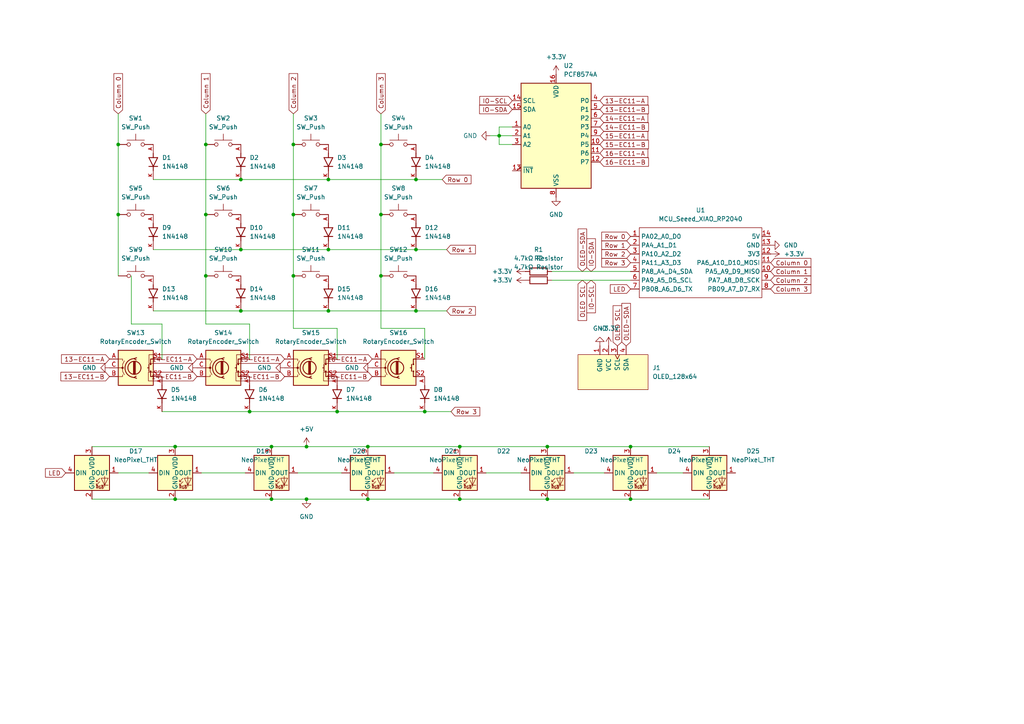
<source format=kicad_sch>
(kicad_sch
	(version 20231120)
	(generator "eeschema")
	(generator_version "8.0")
	(uuid "5067990d-f06f-45eb-812f-b5b24c87f791")
	(paper "A4")
	(lib_symbols
		(symbol "1N4148 Diode:1N4148"
			(pin_names
				(offset 1.016)
			)
			(exclude_from_sim no)
			(in_bom yes)
			(on_board yes)
			(property "Reference" "D"
				(at -5.08 2.54 0)
				(effects
					(font
						(size 1.27 1.27)
					)
					(justify left bottom)
				)
			)
			(property "Value" "1N4148"
				(at -5.08 -3.81 0)
				(effects
					(font
						(size 1.27 1.27)
					)
					(justify left bottom)
				)
			)
			(property "Footprint" "1N4148:DIOAD753W49L380D172B"
				(at 0 0 0)
				(effects
					(font
						(size 1.27 1.27)
					)
					(justify bottom)
					(hide yes)
				)
			)
			(property "Datasheet" ""
				(at 0 0 0)
				(effects
					(font
						(size 1.27 1.27)
					)
					(hide yes)
				)
			)
			(property "Description" ""
				(at 0 0 0)
				(effects
					(font
						(size 1.27 1.27)
					)
					(hide yes)
				)
			)
			(property "MF" "onsemi"
				(at 0 0 0)
				(effects
					(font
						(size 1.27 1.27)
					)
					(justify bottom)
					(hide yes)
				)
			)
			(property "MAXIMUM_PACKAGE_HEIGHT" "1.91mm"
				(at 0 0 0)
				(effects
					(font
						(size 1.27 1.27)
					)
					(justify bottom)
					(hide yes)
				)
			)
			(property "Package" "AXIAL LEAD-2 ON Semiconductor"
				(at 0 0 0)
				(effects
					(font
						(size 1.27 1.27)
					)
					(justify bottom)
					(hide yes)
				)
			)
			(property "Price" "None"
				(at 0 0 0)
				(effects
					(font
						(size 1.27 1.27)
					)
					(justify bottom)
					(hide yes)
				)
			)
			(property "Check_prices" "https://www.snapeda.com/parts/1N4148/Onsemi/view-part/?ref=eda"
				(at 0 0 0)
				(effects
					(font
						(size 1.27 1.27)
					)
					(justify bottom)
					(hide yes)
				)
			)
			(property "STANDARD" "IPC-7351B"
				(at 0 0 0)
				(effects
					(font
						(size 1.27 1.27)
					)
					(justify bottom)
					(hide yes)
				)
			)
			(property "PARTREV" "5"
				(at 0 0 0)
				(effects
					(font
						(size 1.27 1.27)
					)
					(justify bottom)
					(hide yes)
				)
			)
			(property "SnapEDA_Link" "https://www.snapeda.com/parts/1N4148/Onsemi/view-part/?ref=snap"
				(at 0 0 0)
				(effects
					(font
						(size 1.27 1.27)
					)
					(justify bottom)
					(hide yes)
				)
			)
			(property "MP" "1N4148"
				(at 0 0 0)
				(effects
					(font
						(size 1.27 1.27)
					)
					(justify bottom)
					(hide yes)
				)
			)
			(property "Purchase-URL" "https://www.snapeda.com/api/url_track_click_mouser/?unipart_id=6591148&manufacturer=onsemi&part_name=1N4148&search_term=None"
				(at 0 0 0)
				(effects
					(font
						(size 1.27 1.27)
					)
					(justify bottom)
					(hide yes)
				)
			)
			(property "Description_1" "\nDiode Standard 75V 200mA Surface Mount SOD-523F\n"
				(at 0 0 0)
				(effects
					(font
						(size 1.27 1.27)
					)
					(justify bottom)
					(hide yes)
				)
			)
			(property "Availability" "In Stock"
				(at 0 0 0)
				(effects
					(font
						(size 1.27 1.27)
					)
					(justify bottom)
					(hide yes)
				)
			)
			(property "MANUFACTURER" "Onsemi"
				(at 0 0 0)
				(effects
					(font
						(size 1.27 1.27)
					)
					(justify bottom)
					(hide yes)
				)
			)
			(symbol "1N4148_0_0"
				(polyline
					(pts
						(xy -2.54 0) (xy -1.27 0)
					)
					(stroke
						(width 0.254)
						(type default)
					)
					(fill
						(type none)
					)
				)
				(polyline
					(pts
						(xy -1.27 -1.27) (xy 1.27 0)
					)
					(stroke
						(width 0.254)
						(type default)
					)
					(fill
						(type none)
					)
				)
				(polyline
					(pts
						(xy -1.27 0) (xy -1.27 -1.27)
					)
					(stroke
						(width 0.254)
						(type default)
					)
					(fill
						(type none)
					)
				)
				(polyline
					(pts
						(xy -1.27 1.27) (xy -1.27 0)
					)
					(stroke
						(width 0.254)
						(type default)
					)
					(fill
						(type none)
					)
				)
				(polyline
					(pts
						(xy 1.27 0) (xy -1.27 1.27)
					)
					(stroke
						(width 0.254)
						(type default)
					)
					(fill
						(type none)
					)
				)
				(polyline
					(pts
						(xy 1.27 0) (xy 1.27 -1.27)
					)
					(stroke
						(width 0.254)
						(type default)
					)
					(fill
						(type none)
					)
				)
				(polyline
					(pts
						(xy 1.27 0) (xy 2.54 0)
					)
					(stroke
						(width 0.254)
						(type default)
					)
					(fill
						(type none)
					)
				)
				(polyline
					(pts
						(xy 1.27 1.27) (xy 1.27 0)
					)
					(stroke
						(width 0.254)
						(type default)
					)
					(fill
						(type none)
					)
				)
				(pin passive line
					(at -5.08 0 0)
					(length 2.54)
					(name "~"
						(effects
							(font
								(size 1.016 1.016)
							)
						)
					)
					(number "A"
						(effects
							(font
								(size 1.016 1.016)
							)
						)
					)
				)
				(pin passive line
					(at 5.08 0 180)
					(length 2.54)
					(name "~"
						(effects
							(font
								(size 1.016 1.016)
							)
						)
					)
					(number "K"
						(effects
							(font
								(size 1.016 1.016)
							)
						)
					)
				)
			)
		)
		(symbol "Device:RotaryEncoder_Switch"
			(pin_names
				(offset 0.254) hide)
			(exclude_from_sim no)
			(in_bom yes)
			(on_board yes)
			(property "Reference" "SW"
				(at 0 6.604 0)
				(effects
					(font
						(size 1.27 1.27)
					)
				)
			)
			(property "Value" "RotaryEncoder_Switch"
				(at 0 -6.604 0)
				(effects
					(font
						(size 1.27 1.27)
					)
				)
			)
			(property "Footprint" ""
				(at -3.81 4.064 0)
				(effects
					(font
						(size 1.27 1.27)
					)
					(hide yes)
				)
			)
			(property "Datasheet" "~"
				(at 0 6.604 0)
				(effects
					(font
						(size 1.27 1.27)
					)
					(hide yes)
				)
			)
			(property "Description" "Rotary encoder, dual channel, incremental quadrate outputs, with switch"
				(at 0 0 0)
				(effects
					(font
						(size 1.27 1.27)
					)
					(hide yes)
				)
			)
			(property "ki_keywords" "rotary switch encoder switch push button"
				(at 0 0 0)
				(effects
					(font
						(size 1.27 1.27)
					)
					(hide yes)
				)
			)
			(property "ki_fp_filters" "RotaryEncoder*Switch*"
				(at 0 0 0)
				(effects
					(font
						(size 1.27 1.27)
					)
					(hide yes)
				)
			)
			(symbol "RotaryEncoder_Switch_0_1"
				(rectangle
					(start -5.08 5.08)
					(end 5.08 -5.08)
					(stroke
						(width 0.254)
						(type default)
					)
					(fill
						(type background)
					)
				)
				(circle
					(center -3.81 0)
					(radius 0.254)
					(stroke
						(width 0)
						(type default)
					)
					(fill
						(type outline)
					)
				)
				(circle
					(center -0.381 0)
					(radius 1.905)
					(stroke
						(width 0.254)
						(type default)
					)
					(fill
						(type none)
					)
				)
				(arc
					(start -0.381 2.667)
					(mid -3.0988 -0.0635)
					(end -0.381 -2.794)
					(stroke
						(width 0.254)
						(type default)
					)
					(fill
						(type none)
					)
				)
				(polyline
					(pts
						(xy -0.635 -1.778) (xy -0.635 1.778)
					)
					(stroke
						(width 0.254)
						(type default)
					)
					(fill
						(type none)
					)
				)
				(polyline
					(pts
						(xy -0.381 -1.778) (xy -0.381 1.778)
					)
					(stroke
						(width 0.254)
						(type default)
					)
					(fill
						(type none)
					)
				)
				(polyline
					(pts
						(xy -0.127 1.778) (xy -0.127 -1.778)
					)
					(stroke
						(width 0.254)
						(type default)
					)
					(fill
						(type none)
					)
				)
				(polyline
					(pts
						(xy 3.81 0) (xy 3.429 0)
					)
					(stroke
						(width 0.254)
						(type default)
					)
					(fill
						(type none)
					)
				)
				(polyline
					(pts
						(xy 3.81 1.016) (xy 3.81 -1.016)
					)
					(stroke
						(width 0.254)
						(type default)
					)
					(fill
						(type none)
					)
				)
				(polyline
					(pts
						(xy -5.08 -2.54) (xy -3.81 -2.54) (xy -3.81 -2.032)
					)
					(stroke
						(width 0)
						(type default)
					)
					(fill
						(type none)
					)
				)
				(polyline
					(pts
						(xy -5.08 2.54) (xy -3.81 2.54) (xy -3.81 2.032)
					)
					(stroke
						(width 0)
						(type default)
					)
					(fill
						(type none)
					)
				)
				(polyline
					(pts
						(xy 0.254 -3.048) (xy -0.508 -2.794) (xy 0.127 -2.413)
					)
					(stroke
						(width 0.254)
						(type default)
					)
					(fill
						(type none)
					)
				)
				(polyline
					(pts
						(xy 0.254 2.921) (xy -0.508 2.667) (xy 0.127 2.286)
					)
					(stroke
						(width 0.254)
						(type default)
					)
					(fill
						(type none)
					)
				)
				(polyline
					(pts
						(xy 5.08 -2.54) (xy 4.318 -2.54) (xy 4.318 -1.016)
					)
					(stroke
						(width 0.254)
						(type default)
					)
					(fill
						(type none)
					)
				)
				(polyline
					(pts
						(xy 5.08 2.54) (xy 4.318 2.54) (xy 4.318 1.016)
					)
					(stroke
						(width 0.254)
						(type default)
					)
					(fill
						(type none)
					)
				)
				(polyline
					(pts
						(xy -5.08 0) (xy -3.81 0) (xy -3.81 -1.016) (xy -3.302 -2.032)
					)
					(stroke
						(width 0)
						(type default)
					)
					(fill
						(type none)
					)
				)
				(polyline
					(pts
						(xy -4.318 0) (xy -3.81 0) (xy -3.81 1.016) (xy -3.302 2.032)
					)
					(stroke
						(width 0)
						(type default)
					)
					(fill
						(type none)
					)
				)
				(circle
					(center 4.318 -1.016)
					(radius 0.127)
					(stroke
						(width 0.254)
						(type default)
					)
					(fill
						(type none)
					)
				)
				(circle
					(center 4.318 1.016)
					(radius 0.127)
					(stroke
						(width 0.254)
						(type default)
					)
					(fill
						(type none)
					)
				)
			)
			(symbol "RotaryEncoder_Switch_1_1"
				(pin passive line
					(at -7.62 2.54 0)
					(length 2.54)
					(name "A"
						(effects
							(font
								(size 1.27 1.27)
							)
						)
					)
					(number "A"
						(effects
							(font
								(size 1.27 1.27)
							)
						)
					)
				)
				(pin passive line
					(at -7.62 -2.54 0)
					(length 2.54)
					(name "B"
						(effects
							(font
								(size 1.27 1.27)
							)
						)
					)
					(number "B"
						(effects
							(font
								(size 1.27 1.27)
							)
						)
					)
				)
				(pin passive line
					(at -7.62 0 0)
					(length 2.54)
					(name "C"
						(effects
							(font
								(size 1.27 1.27)
							)
						)
					)
					(number "C"
						(effects
							(font
								(size 1.27 1.27)
							)
						)
					)
				)
				(pin passive line
					(at 7.62 2.54 180)
					(length 2.54)
					(name "S1"
						(effects
							(font
								(size 1.27 1.27)
							)
						)
					)
					(number "S1"
						(effects
							(font
								(size 1.27 1.27)
							)
						)
					)
				)
				(pin passive line
					(at 7.62 -2.54 180)
					(length 2.54)
					(name "S2"
						(effects
							(font
								(size 1.27 1.27)
							)
						)
					)
					(number "S2"
						(effects
							(font
								(size 1.27 1.27)
							)
						)
					)
				)
			)
		)
		(symbol "Interface_Expansion:PCF8574A"
			(exclude_from_sim no)
			(in_bom yes)
			(on_board yes)
			(property "Reference" "U"
				(at -8.89 16.51 0)
				(effects
					(font
						(size 1.27 1.27)
					)
					(justify left)
				)
			)
			(property "Value" "PCF8574A"
				(at 2.54 16.51 0)
				(effects
					(font
						(size 1.27 1.27)
					)
					(justify left)
				)
			)
			(property "Footprint" ""
				(at 0 0 0)
				(effects
					(font
						(size 1.27 1.27)
					)
					(hide yes)
				)
			)
			(property "Datasheet" "http://www.nxp.com/docs/en/data-sheet/PCF8574_PCF8574A.pdf"
				(at 0 0 0)
				(effects
					(font
						(size 1.27 1.27)
					)
					(hide yes)
				)
			)
			(property "Description" "8 Bit Port/Expander to I2C Bus, DIP/SOIC-16"
				(at 0 0 0)
				(effects
					(font
						(size 1.27 1.27)
					)
					(hide yes)
				)
			)
			(property "ki_keywords" "I2C Expander"
				(at 0 0 0)
				(effects
					(font
						(size 1.27 1.27)
					)
					(hide yes)
				)
			)
			(property "ki_fp_filters" "DIP*W7.62mm* SOIC*7.5x10.3mm*P1.27mm*"
				(at 0 0 0)
				(effects
					(font
						(size 1.27 1.27)
					)
					(hide yes)
				)
			)
			(symbol "PCF8574A_0_1"
				(rectangle
					(start -10.16 15.24)
					(end 10.16 -15.24)
					(stroke
						(width 0.254)
						(type default)
					)
					(fill
						(type background)
					)
				)
			)
			(symbol "PCF8574A_1_1"
				(pin input line
					(at -12.7 2.54 0)
					(length 2.54)
					(name "A0"
						(effects
							(font
								(size 1.27 1.27)
							)
						)
					)
					(number "1"
						(effects
							(font
								(size 1.27 1.27)
							)
						)
					)
				)
				(pin bidirectional line
					(at 12.7 -2.54 180)
					(length 2.54)
					(name "P5"
						(effects
							(font
								(size 1.27 1.27)
							)
						)
					)
					(number "10"
						(effects
							(font
								(size 1.27 1.27)
							)
						)
					)
				)
				(pin bidirectional line
					(at 12.7 -5.08 180)
					(length 2.54)
					(name "P6"
						(effects
							(font
								(size 1.27 1.27)
							)
						)
					)
					(number "11"
						(effects
							(font
								(size 1.27 1.27)
							)
						)
					)
				)
				(pin bidirectional line
					(at 12.7 -7.62 180)
					(length 2.54)
					(name "P7"
						(effects
							(font
								(size 1.27 1.27)
							)
						)
					)
					(number "12"
						(effects
							(font
								(size 1.27 1.27)
							)
						)
					)
				)
				(pin open_collector output_low
					(at -12.7 -10.16 0)
					(length 2.54)
					(name "~{INT}"
						(effects
							(font
								(size 1.27 1.27)
							)
						)
					)
					(number "13"
						(effects
							(font
								(size 1.27 1.27)
							)
						)
					)
				)
				(pin input line
					(at -12.7 10.16 0)
					(length 2.54)
					(name "SCL"
						(effects
							(font
								(size 1.27 1.27)
							)
						)
					)
					(number "14"
						(effects
							(font
								(size 1.27 1.27)
							)
						)
					)
				)
				(pin bidirectional line
					(at -12.7 7.62 0)
					(length 2.54)
					(name "SDA"
						(effects
							(font
								(size 1.27 1.27)
							)
						)
					)
					(number "15"
						(effects
							(font
								(size 1.27 1.27)
							)
						)
					)
				)
				(pin power_in line
					(at 0 17.78 270)
					(length 2.54)
					(name "VDD"
						(effects
							(font
								(size 1.27 1.27)
							)
						)
					)
					(number "16"
						(effects
							(font
								(size 1.27 1.27)
							)
						)
					)
				)
				(pin input line
					(at -12.7 0 0)
					(length 2.54)
					(name "A1"
						(effects
							(font
								(size 1.27 1.27)
							)
						)
					)
					(number "2"
						(effects
							(font
								(size 1.27 1.27)
							)
						)
					)
				)
				(pin input line
					(at -12.7 -2.54 0)
					(length 2.54)
					(name "A2"
						(effects
							(font
								(size 1.27 1.27)
							)
						)
					)
					(number "3"
						(effects
							(font
								(size 1.27 1.27)
							)
						)
					)
				)
				(pin bidirectional line
					(at 12.7 10.16 180)
					(length 2.54)
					(name "P0"
						(effects
							(font
								(size 1.27 1.27)
							)
						)
					)
					(number "4"
						(effects
							(font
								(size 1.27 1.27)
							)
						)
					)
				)
				(pin bidirectional line
					(at 12.7 7.62 180)
					(length 2.54)
					(name "P1"
						(effects
							(font
								(size 1.27 1.27)
							)
						)
					)
					(number "5"
						(effects
							(font
								(size 1.27 1.27)
							)
						)
					)
				)
				(pin bidirectional line
					(at 12.7 5.08 180)
					(length 2.54)
					(name "P2"
						(effects
							(font
								(size 1.27 1.27)
							)
						)
					)
					(number "6"
						(effects
							(font
								(size 1.27 1.27)
							)
						)
					)
				)
				(pin bidirectional line
					(at 12.7 2.54 180)
					(length 2.54)
					(name "P3"
						(effects
							(font
								(size 1.27 1.27)
							)
						)
					)
					(number "7"
						(effects
							(font
								(size 1.27 1.27)
							)
						)
					)
				)
				(pin power_in line
					(at 0 -17.78 90)
					(length 2.54)
					(name "VSS"
						(effects
							(font
								(size 1.27 1.27)
							)
						)
					)
					(number "8"
						(effects
							(font
								(size 1.27 1.27)
							)
						)
					)
				)
				(pin bidirectional line
					(at 12.7 0 180)
					(length 2.54)
					(name "P4"
						(effects
							(font
								(size 1.27 1.27)
							)
						)
					)
					(number "9"
						(effects
							(font
								(size 1.27 1.27)
							)
						)
					)
				)
			)
		)
		(symbol "LED:NeoPixel_THT"
			(pin_names
				(offset 0.254)
			)
			(exclude_from_sim no)
			(in_bom yes)
			(on_board yes)
			(property "Reference" "D"
				(at 5.08 5.715 0)
				(effects
					(font
						(size 1.27 1.27)
					)
					(justify right bottom)
				)
			)
			(property "Value" "NeoPixel_THT"
				(at 1.27 -5.715 0)
				(effects
					(font
						(size 1.27 1.27)
					)
					(justify left top)
				)
			)
			(property "Footprint" ""
				(at 1.27 -7.62 0)
				(effects
					(font
						(size 1.27 1.27)
					)
					(justify left top)
					(hide yes)
				)
			)
			(property "Datasheet" "https://www.adafruit.com/product/1938"
				(at 2.54 -9.525 0)
				(effects
					(font
						(size 1.27 1.27)
					)
					(justify left top)
					(hide yes)
				)
			)
			(property "Description" "RGB LED with integrated controller, 5mm/8mm LED package"
				(at 0 0 0)
				(effects
					(font
						(size 1.27 1.27)
					)
					(hide yes)
				)
			)
			(property "ki_keywords" "RGB LED NeoPixel addressable"
				(at 0 0 0)
				(effects
					(font
						(size 1.27 1.27)
					)
					(hide yes)
				)
			)
			(property "ki_fp_filters" "LED*D5.0mm* LED*D8.0mm*"
				(at 0 0 0)
				(effects
					(font
						(size 1.27 1.27)
					)
					(hide yes)
				)
			)
			(symbol "NeoPixel_THT_0_0"
				(text "RGB"
					(at 2.286 -4.191 0)
					(effects
						(font
							(size 0.762 0.762)
						)
					)
				)
			)
			(symbol "NeoPixel_THT_0_1"
				(polyline
					(pts
						(xy 1.27 -3.556) (xy 1.778 -3.556)
					)
					(stroke
						(width 0)
						(type default)
					)
					(fill
						(type none)
					)
				)
				(polyline
					(pts
						(xy 1.27 -2.54) (xy 1.778 -2.54)
					)
					(stroke
						(width 0)
						(type default)
					)
					(fill
						(type none)
					)
				)
				(polyline
					(pts
						(xy 4.699 -3.556) (xy 2.667 -3.556)
					)
					(stroke
						(width 0)
						(type default)
					)
					(fill
						(type none)
					)
				)
				(polyline
					(pts
						(xy 2.286 -2.54) (xy 1.27 -3.556) (xy 1.27 -3.048)
					)
					(stroke
						(width 0)
						(type default)
					)
					(fill
						(type none)
					)
				)
				(polyline
					(pts
						(xy 2.286 -1.524) (xy 1.27 -2.54) (xy 1.27 -2.032)
					)
					(stroke
						(width 0)
						(type default)
					)
					(fill
						(type none)
					)
				)
				(polyline
					(pts
						(xy 3.683 -1.016) (xy 3.683 -3.556) (xy 3.683 -4.064)
					)
					(stroke
						(width 0)
						(type default)
					)
					(fill
						(type none)
					)
				)
				(polyline
					(pts
						(xy 4.699 -1.524) (xy 2.667 -1.524) (xy 3.683 -3.556) (xy 4.699 -1.524)
					)
					(stroke
						(width 0)
						(type default)
					)
					(fill
						(type none)
					)
				)
				(rectangle
					(start 5.08 5.08)
					(end -5.08 -5.08)
					(stroke
						(width 0.254)
						(type default)
					)
					(fill
						(type background)
					)
				)
			)
			(symbol "NeoPixel_THT_1_1"
				(pin output line
					(at 7.62 0 180)
					(length 2.54)
					(name "DOUT"
						(effects
							(font
								(size 1.27 1.27)
							)
						)
					)
					(number "1"
						(effects
							(font
								(size 1.27 1.27)
							)
						)
					)
				)
				(pin power_in line
					(at 0 -7.62 90)
					(length 2.54)
					(name "GND"
						(effects
							(font
								(size 1.27 1.27)
							)
						)
					)
					(number "2"
						(effects
							(font
								(size 1.27 1.27)
							)
						)
					)
				)
				(pin power_in line
					(at 0 7.62 270)
					(length 2.54)
					(name "VDD"
						(effects
							(font
								(size 1.27 1.27)
							)
						)
					)
					(number "3"
						(effects
							(font
								(size 1.27 1.27)
							)
						)
					)
				)
				(pin input line
					(at -7.62 0 0)
					(length 2.54)
					(name "DIN"
						(effects
							(font
								(size 1.27 1.27)
							)
						)
					)
					(number "4"
						(effects
							(font
								(size 1.27 1.27)
							)
						)
					)
				)
			)
		)
		(symbol "ScottoKeebs:MCU_Seeed_XIAO_RP2040"
			(exclude_from_sim no)
			(in_bom yes)
			(on_board yes)
			(property "Reference" "U"
				(at -16.51 11.43 0)
				(effects
					(font
						(size 1.27 1.27)
					)
				)
			)
			(property "Value" "MCU_Seeed_XIAO_RP2040"
				(at -3.81 -11.43 0)
				(effects
					(font
						(size 1.27 1.27)
					)
				)
			)
			(property "Footprint" ""
				(at -16.51 2.54 0)
				(effects
					(font
						(size 1.27 1.27)
					)
					(hide yes)
				)
			)
			(property "Datasheet" ""
				(at -16.51 2.54 0)
				(effects
					(font
						(size 1.27 1.27)
					)
					(hide yes)
				)
			)
			(property "Description" ""
				(at 0 0 0)
				(effects
					(font
						(size 1.27 1.27)
					)
					(hide yes)
				)
			)
			(symbol "MCU_Seeed_XIAO_RP2040_0_1"
				(rectangle
					(start -16.51 10.16)
					(end 19.05 -10.16)
					(stroke
						(width 0)
						(type default)
					)
					(fill
						(type none)
					)
				)
			)
			(symbol "MCU_Seeed_XIAO_RP2040_1_1"
				(pin passive line
					(at -19.05 7.62 0)
					(length 2.54)
					(name "PA02_A0_D0"
						(effects
							(font
								(size 1.27 1.27)
							)
						)
					)
					(number "1"
						(effects
							(font
								(size 1.27 1.27)
							)
						)
					)
				)
				(pin passive line
					(at 21.59 -2.54 180)
					(length 2.54)
					(name "PA5_A9_D9_MISO"
						(effects
							(font
								(size 1.27 1.27)
							)
						)
					)
					(number "10"
						(effects
							(font
								(size 1.27 1.27)
							)
						)
					)
				)
				(pin passive line
					(at 21.59 0 180)
					(length 2.54)
					(name "PA6_A10_D10_MOSI"
						(effects
							(font
								(size 1.27 1.27)
							)
						)
					)
					(number "11"
						(effects
							(font
								(size 1.27 1.27)
							)
						)
					)
				)
				(pin passive line
					(at 21.59 2.54 180)
					(length 2.54)
					(name "3V3"
						(effects
							(font
								(size 1.27 1.27)
							)
						)
					)
					(number "12"
						(effects
							(font
								(size 1.27 1.27)
							)
						)
					)
				)
				(pin passive line
					(at 21.59 5.08 180)
					(length 2.54)
					(name "GND"
						(effects
							(font
								(size 1.27 1.27)
							)
						)
					)
					(number "13"
						(effects
							(font
								(size 1.27 1.27)
							)
						)
					)
				)
				(pin passive line
					(at 21.59 7.62 180)
					(length 2.54)
					(name "5V"
						(effects
							(font
								(size 1.27 1.27)
							)
						)
					)
					(number "14"
						(effects
							(font
								(size 1.27 1.27)
							)
						)
					)
				)
				(pin passive line
					(at -19.05 5.08 0)
					(length 2.54)
					(name "PA4_A1_D1"
						(effects
							(font
								(size 1.27 1.27)
							)
						)
					)
					(number "2"
						(effects
							(font
								(size 1.27 1.27)
							)
						)
					)
				)
				(pin passive line
					(at -19.05 2.54 0)
					(length 2.54)
					(name "PA10_A2_D2"
						(effects
							(font
								(size 1.27 1.27)
							)
						)
					)
					(number "3"
						(effects
							(font
								(size 1.27 1.27)
							)
						)
					)
				)
				(pin passive line
					(at -19.05 0 0)
					(length 2.54)
					(name "PA11_A3_D3"
						(effects
							(font
								(size 1.27 1.27)
							)
						)
					)
					(number "4"
						(effects
							(font
								(size 1.27 1.27)
							)
						)
					)
				)
				(pin passive line
					(at -19.05 -2.54 0)
					(length 2.54)
					(name "PA8_A4_D4_SDA"
						(effects
							(font
								(size 1.27 1.27)
							)
						)
					)
					(number "5"
						(effects
							(font
								(size 1.27 1.27)
							)
						)
					)
				)
				(pin passive line
					(at -19.05 -5.08 0)
					(length 2.54)
					(name "PA9_A5_D5_SCL"
						(effects
							(font
								(size 1.27 1.27)
							)
						)
					)
					(number "6"
						(effects
							(font
								(size 1.27 1.27)
							)
						)
					)
				)
				(pin passive line
					(at -19.05 -7.62 0)
					(length 2.54)
					(name "PB08_A6_D6_TX"
						(effects
							(font
								(size 1.27 1.27)
							)
						)
					)
					(number "7"
						(effects
							(font
								(size 1.27 1.27)
							)
						)
					)
				)
				(pin passive line
					(at 21.59 -7.62 180)
					(length 2.54)
					(name "PB09_A7_D7_RX"
						(effects
							(font
								(size 1.27 1.27)
							)
						)
					)
					(number "8"
						(effects
							(font
								(size 1.27 1.27)
							)
						)
					)
				)
				(pin passive line
					(at 21.59 -5.08 180)
					(length 2.54)
					(name "PA7_A8_D8_SCK"
						(effects
							(font
								(size 1.27 1.27)
							)
						)
					)
					(number "9"
						(effects
							(font
								(size 1.27 1.27)
							)
						)
					)
				)
			)
		)
		(symbol "ScottoKeebs:OLED_128x64"
			(pin_names
				(offset 1.016)
			)
			(exclude_from_sim no)
			(in_bom yes)
			(on_board yes)
			(property "Reference" "J"
				(at 0 -11.43 0)
				(effects
					(font
						(size 1.27 1.27)
					)
				)
			)
			(property "Value" "OLED_128x64"
				(at 0 -7.62 0)
				(effects
					(font
						(size 1.27 1.27)
					)
				)
			)
			(property "Footprint" "ScottoKeebs_Components:OLED_128x64"
				(at 0 -13.97 0)
				(effects
					(font
						(size 1.27 1.27)
					)
					(hide yes)
				)
			)
			(property "Datasheet" ""
				(at 1.27 0 90)
				(effects
					(font
						(size 1.27 1.27)
					)
					(hide yes)
				)
			)
			(property "Description" ""
				(at 0 0 0)
				(effects
					(font
						(size 1.27 1.27)
					)
					(hide yes)
				)
			)
			(symbol "OLED_128x64_0_1"
				(rectangle
					(start 10.16 -10.16)
					(end -10.16 0)
					(stroke
						(width 0)
						(type default)
					)
					(fill
						(type background)
					)
				)
			)
			(symbol "OLED_128x64_1_1"
				(pin power_in line
					(at -3.81 2.54 270)
					(length 2.54)
					(name "GND"
						(effects
							(font
								(size 1.27 1.27)
							)
						)
					)
					(number "1"
						(effects
							(font
								(size 1.27 1.27)
							)
						)
					)
				)
				(pin power_in line
					(at -1.27 2.54 270)
					(length 2.54)
					(name "VCC"
						(effects
							(font
								(size 1.27 1.27)
							)
						)
					)
					(number "2"
						(effects
							(font
								(size 1.27 1.27)
							)
						)
					)
				)
				(pin input clock
					(at 1.27 2.54 270)
					(length 2.54)
					(name "SCL"
						(effects
							(font
								(size 1.27 1.27)
							)
						)
					)
					(number "3"
						(effects
							(font
								(size 1.27 1.27)
							)
						)
					)
				)
				(pin bidirectional line
					(at 3.81 2.54 270)
					(length 2.54)
					(name "SDA"
						(effects
							(font
								(size 1.27 1.27)
							)
						)
					)
					(number "4"
						(effects
							(font
								(size 1.27 1.27)
							)
						)
					)
				)
			)
		)
		(symbol "ScottoKeebs:Placeholder_Resistor"
			(pin_numbers hide)
			(pin_names
				(offset 0)
			)
			(exclude_from_sim no)
			(in_bom yes)
			(on_board yes)
			(property "Reference" "R"
				(at 0 2.032 0)
				(effects
					(font
						(size 1.27 1.27)
					)
				)
			)
			(property "Value" "Resistor"
				(at 0 -2.54 0)
				(effects
					(font
						(size 1.27 1.27)
					)
				)
			)
			(property "Footprint" ""
				(at 0 -1.778 0)
				(effects
					(font
						(size 1.27 1.27)
					)
					(hide yes)
				)
			)
			(property "Datasheet" "~"
				(at 0 0 90)
				(effects
					(font
						(size 1.27 1.27)
					)
					(hide yes)
				)
			)
			(property "Description" "Resistor"
				(at 0 0 0)
				(effects
					(font
						(size 1.27 1.27)
					)
					(hide yes)
				)
			)
			(property "ki_keywords" "R res resistor"
				(at 0 0 0)
				(effects
					(font
						(size 1.27 1.27)
					)
					(hide yes)
				)
			)
			(property "ki_fp_filters" "R_*"
				(at 0 0 0)
				(effects
					(font
						(size 1.27 1.27)
					)
					(hide yes)
				)
			)
			(symbol "Placeholder_Resistor_0_1"
				(rectangle
					(start 2.54 -1.016)
					(end -2.54 1.016)
					(stroke
						(width 0.254)
						(type default)
					)
					(fill
						(type none)
					)
				)
			)
			(symbol "Placeholder_Resistor_1_1"
				(pin passive line
					(at -3.81 0 0)
					(length 1.27)
					(name "~"
						(effects
							(font
								(size 1.27 1.27)
							)
						)
					)
					(number "1"
						(effects
							(font
								(size 1.27 1.27)
							)
						)
					)
				)
				(pin passive line
					(at 3.81 0 180)
					(length 1.27)
					(name "~"
						(effects
							(font
								(size 1.27 1.27)
							)
						)
					)
					(number "2"
						(effects
							(font
								(size 1.27 1.27)
							)
						)
					)
				)
			)
		)
		(symbol "Switch:SW_Push"
			(pin_numbers hide)
			(pin_names
				(offset 1.016) hide)
			(exclude_from_sim no)
			(in_bom yes)
			(on_board yes)
			(property "Reference" "SW"
				(at 1.27 2.54 0)
				(effects
					(font
						(size 1.27 1.27)
					)
					(justify left)
				)
			)
			(property "Value" "SW_Push"
				(at 0 -1.524 0)
				(effects
					(font
						(size 1.27 1.27)
					)
				)
			)
			(property "Footprint" ""
				(at 0 5.08 0)
				(effects
					(font
						(size 1.27 1.27)
					)
					(hide yes)
				)
			)
			(property "Datasheet" "~"
				(at 0 5.08 0)
				(effects
					(font
						(size 1.27 1.27)
					)
					(hide yes)
				)
			)
			(property "Description" "Push button switch, generic, two pins"
				(at 0 0 0)
				(effects
					(font
						(size 1.27 1.27)
					)
					(hide yes)
				)
			)
			(property "ki_keywords" "switch normally-open pushbutton push-button"
				(at 0 0 0)
				(effects
					(font
						(size 1.27 1.27)
					)
					(hide yes)
				)
			)
			(symbol "SW_Push_0_1"
				(circle
					(center -2.032 0)
					(radius 0.508)
					(stroke
						(width 0)
						(type default)
					)
					(fill
						(type none)
					)
				)
				(polyline
					(pts
						(xy 0 1.27) (xy 0 3.048)
					)
					(stroke
						(width 0)
						(type default)
					)
					(fill
						(type none)
					)
				)
				(polyline
					(pts
						(xy 2.54 1.27) (xy -2.54 1.27)
					)
					(stroke
						(width 0)
						(type default)
					)
					(fill
						(type none)
					)
				)
				(circle
					(center 2.032 0)
					(radius 0.508)
					(stroke
						(width 0)
						(type default)
					)
					(fill
						(type none)
					)
				)
				(pin passive line
					(at -5.08 0 0)
					(length 2.54)
					(name "1"
						(effects
							(font
								(size 1.27 1.27)
							)
						)
					)
					(number "1"
						(effects
							(font
								(size 1.27 1.27)
							)
						)
					)
				)
				(pin passive line
					(at 5.08 0 180)
					(length 2.54)
					(name "2"
						(effects
							(font
								(size 1.27 1.27)
							)
						)
					)
					(number "2"
						(effects
							(font
								(size 1.27 1.27)
							)
						)
					)
				)
			)
		)
		(symbol "power:+3.3V"
			(power)
			(pin_numbers hide)
			(pin_names
				(offset 0) hide)
			(exclude_from_sim no)
			(in_bom yes)
			(on_board yes)
			(property "Reference" "#PWR"
				(at 0 -3.81 0)
				(effects
					(font
						(size 1.27 1.27)
					)
					(hide yes)
				)
			)
			(property "Value" "+3.3V"
				(at 0 3.556 0)
				(effects
					(font
						(size 1.27 1.27)
					)
				)
			)
			(property "Footprint" ""
				(at 0 0 0)
				(effects
					(font
						(size 1.27 1.27)
					)
					(hide yes)
				)
			)
			(property "Datasheet" ""
				(at 0 0 0)
				(effects
					(font
						(size 1.27 1.27)
					)
					(hide yes)
				)
			)
			(property "Description" "Power symbol creates a global label with name \"+3.3V\""
				(at 0 0 0)
				(effects
					(font
						(size 1.27 1.27)
					)
					(hide yes)
				)
			)
			(property "ki_keywords" "global power"
				(at 0 0 0)
				(effects
					(font
						(size 1.27 1.27)
					)
					(hide yes)
				)
			)
			(symbol "+3.3V_0_1"
				(polyline
					(pts
						(xy -0.762 1.27) (xy 0 2.54)
					)
					(stroke
						(width 0)
						(type default)
					)
					(fill
						(type none)
					)
				)
				(polyline
					(pts
						(xy 0 0) (xy 0 2.54)
					)
					(stroke
						(width 0)
						(type default)
					)
					(fill
						(type none)
					)
				)
				(polyline
					(pts
						(xy 0 2.54) (xy 0.762 1.27)
					)
					(stroke
						(width 0)
						(type default)
					)
					(fill
						(type none)
					)
				)
			)
			(symbol "+3.3V_1_1"
				(pin power_in line
					(at 0 0 90)
					(length 0)
					(name "~"
						(effects
							(font
								(size 1.27 1.27)
							)
						)
					)
					(number "1"
						(effects
							(font
								(size 1.27 1.27)
							)
						)
					)
				)
			)
		)
		(symbol "power:+5V"
			(power)
			(pin_numbers hide)
			(pin_names
				(offset 0) hide)
			(exclude_from_sim no)
			(in_bom yes)
			(on_board yes)
			(property "Reference" "#PWR"
				(at 0 -3.81 0)
				(effects
					(font
						(size 1.27 1.27)
					)
					(hide yes)
				)
			)
			(property "Value" "+5V"
				(at 0 3.556 0)
				(effects
					(font
						(size 1.27 1.27)
					)
				)
			)
			(property "Footprint" ""
				(at 0 0 0)
				(effects
					(font
						(size 1.27 1.27)
					)
					(hide yes)
				)
			)
			(property "Datasheet" ""
				(at 0 0 0)
				(effects
					(font
						(size 1.27 1.27)
					)
					(hide yes)
				)
			)
			(property "Description" "Power symbol creates a global label with name \"+5V\""
				(at 0 0 0)
				(effects
					(font
						(size 1.27 1.27)
					)
					(hide yes)
				)
			)
			(property "ki_keywords" "global power"
				(at 0 0 0)
				(effects
					(font
						(size 1.27 1.27)
					)
					(hide yes)
				)
			)
			(symbol "+5V_0_1"
				(polyline
					(pts
						(xy -0.762 1.27) (xy 0 2.54)
					)
					(stroke
						(width 0)
						(type default)
					)
					(fill
						(type none)
					)
				)
				(polyline
					(pts
						(xy 0 0) (xy 0 2.54)
					)
					(stroke
						(width 0)
						(type default)
					)
					(fill
						(type none)
					)
				)
				(polyline
					(pts
						(xy 0 2.54) (xy 0.762 1.27)
					)
					(stroke
						(width 0)
						(type default)
					)
					(fill
						(type none)
					)
				)
			)
			(symbol "+5V_1_1"
				(pin power_in line
					(at 0 0 90)
					(length 0)
					(name "~"
						(effects
							(font
								(size 1.27 1.27)
							)
						)
					)
					(number "1"
						(effects
							(font
								(size 1.27 1.27)
							)
						)
					)
				)
			)
		)
		(symbol "power:GND"
			(power)
			(pin_numbers hide)
			(pin_names
				(offset 0) hide)
			(exclude_from_sim no)
			(in_bom yes)
			(on_board yes)
			(property "Reference" "#PWR"
				(at 0 -6.35 0)
				(effects
					(font
						(size 1.27 1.27)
					)
					(hide yes)
				)
			)
			(property "Value" "GND"
				(at 0 -3.81 0)
				(effects
					(font
						(size 1.27 1.27)
					)
				)
			)
			(property "Footprint" ""
				(at 0 0 0)
				(effects
					(font
						(size 1.27 1.27)
					)
					(hide yes)
				)
			)
			(property "Datasheet" ""
				(at 0 0 0)
				(effects
					(font
						(size 1.27 1.27)
					)
					(hide yes)
				)
			)
			(property "Description" "Power symbol creates a global label with name \"GND\" , ground"
				(at 0 0 0)
				(effects
					(font
						(size 1.27 1.27)
					)
					(hide yes)
				)
			)
			(property "ki_keywords" "global power"
				(at 0 0 0)
				(effects
					(font
						(size 1.27 1.27)
					)
					(hide yes)
				)
			)
			(symbol "GND_0_1"
				(polyline
					(pts
						(xy 0 0) (xy 0 -1.27) (xy 1.27 -1.27) (xy 0 -2.54) (xy -1.27 -1.27) (xy 0 -1.27)
					)
					(stroke
						(width 0)
						(type default)
					)
					(fill
						(type none)
					)
				)
			)
			(symbol "GND_1_1"
				(pin power_in line
					(at 0 0 270)
					(length 0)
					(name "~"
						(effects
							(font
								(size 1.27 1.27)
							)
						)
					)
					(number "1"
						(effects
							(font
								(size 1.27 1.27)
							)
						)
					)
				)
			)
		)
	)
	(junction
		(at 34.29 62.23)
		(diameter 0)
		(color 0 0 0 0)
		(uuid "0b5c4798-c5e3-426f-b601-4e964bc1d673")
	)
	(junction
		(at 59.69 41.91)
		(diameter 0)
		(color 0 0 0 0)
		(uuid "0ed064f8-3440-49ea-a480-d462f6197daa")
	)
	(junction
		(at 133.35 129.54)
		(diameter 0)
		(color 0 0 0 0)
		(uuid "13b3438d-9933-4975-bc40-854483452231")
	)
	(junction
		(at 97.79 119.38)
		(diameter 0)
		(color 0 0 0 0)
		(uuid "337b4e6d-5f4c-464f-915a-f4ba9ecf6985")
	)
	(junction
		(at 95.25 90.17)
		(diameter 0)
		(color 0 0 0 0)
		(uuid "33f97eaf-d529-46c5-8a3f-55f7e8139674")
	)
	(junction
		(at 85.09 80.01)
		(diameter 0)
		(color 0 0 0 0)
		(uuid "34923aab-ec4f-4200-b3d3-0847651f5e9d")
	)
	(junction
		(at 120.65 52.07)
		(diameter 0)
		(color 0 0 0 0)
		(uuid "396d7e0a-85ef-4f1d-a26f-61db53542ace")
	)
	(junction
		(at 144.78 39.37)
		(diameter 0)
		(color 0 0 0 0)
		(uuid "42173f76-18b3-4937-b2fe-61aa62413796")
	)
	(junction
		(at 72.39 119.38)
		(diameter 0)
		(color 0 0 0 0)
		(uuid "4fd67668-a641-4ca2-adc0-8ab440ddc29b")
	)
	(junction
		(at 110.49 62.23)
		(diameter 0)
		(color 0 0 0 0)
		(uuid "50bb0950-ceb3-4519-8766-af9db0bdd51c")
	)
	(junction
		(at 120.65 90.17)
		(diameter 0)
		(color 0 0 0 0)
		(uuid "5134e65e-2d72-4765-85e8-bd4ca3b24b1d")
	)
	(junction
		(at 69.85 52.07)
		(diameter 0)
		(color 0 0 0 0)
		(uuid "56c9a8a6-02d5-4216-aa18-5cc9983a7b52")
	)
	(junction
		(at 85.09 41.91)
		(diameter 0)
		(color 0 0 0 0)
		(uuid "5b38cdb4-97d6-4009-8c60-6342019607ae")
	)
	(junction
		(at 85.09 62.23)
		(diameter 0)
		(color 0 0 0 0)
		(uuid "5c6cd3dc-dd40-4dd0-b0c8-c1449b1f9684")
	)
	(junction
		(at 34.29 41.91)
		(diameter 0)
		(color 0 0 0 0)
		(uuid "62561928-2e5a-44eb-a1ec-4e2cc9061048")
	)
	(junction
		(at 50.8 144.78)
		(diameter 0)
		(color 0 0 0 0)
		(uuid "67907618-896d-49e3-bc11-393f04b1f24a")
	)
	(junction
		(at 110.49 80.01)
		(diameter 0)
		(color 0 0 0 0)
		(uuid "68387a2b-bed3-4c35-90f0-8696ae8eafcb")
	)
	(junction
		(at 158.75 144.78)
		(diameter 0)
		(color 0 0 0 0)
		(uuid "6ed237a6-1ad0-4640-a13f-b717a6cfe2a3")
	)
	(junction
		(at 182.88 144.78)
		(diameter 0)
		(color 0 0 0 0)
		(uuid "767cfdcb-5083-46e6-b2a0-c7feedca5fdf")
	)
	(junction
		(at 69.85 90.17)
		(diameter 0)
		(color 0 0 0 0)
		(uuid "7bd3e95f-e889-4985-aab2-428534395c73")
	)
	(junction
		(at 50.8 129.54)
		(diameter 0)
		(color 0 0 0 0)
		(uuid "8177c1ec-ad31-4701-b693-4fad933ccccc")
	)
	(junction
		(at 106.68 129.54)
		(diameter 0)
		(color 0 0 0 0)
		(uuid "8adaeb63-365b-45b1-97d6-586c2b117382")
	)
	(junction
		(at 158.75 129.54)
		(diameter 0)
		(color 0 0 0 0)
		(uuid "99ed817a-a5d4-4942-8eb0-af31596964c7")
	)
	(junction
		(at 78.74 144.78)
		(diameter 0)
		(color 0 0 0 0)
		(uuid "9dce8326-05ff-4f50-be2f-52fc4b54b139")
	)
	(junction
		(at 120.65 72.39)
		(diameter 0)
		(color 0 0 0 0)
		(uuid "a33a8524-5fe4-401a-bfb4-82d6ad441bbe")
	)
	(junction
		(at 59.69 80.01)
		(diameter 0)
		(color 0 0 0 0)
		(uuid "b2504b5f-3bdb-45cb-8cc6-4773e64adf33")
	)
	(junction
		(at 59.69 62.23)
		(diameter 0)
		(color 0 0 0 0)
		(uuid "b2acc69c-10dc-4bbb-9f63-bd16338ae2a0")
	)
	(junction
		(at 123.19 119.38)
		(diameter 0)
		(color 0 0 0 0)
		(uuid "bf77bc7c-66f8-4f73-ab3c-de78ddf36d35")
	)
	(junction
		(at 95.25 52.07)
		(diameter 0)
		(color 0 0 0 0)
		(uuid "c325491d-3afe-4af5-9431-4ceaf9790679")
	)
	(junction
		(at 106.68 144.78)
		(diameter 0)
		(color 0 0 0 0)
		(uuid "c506af89-5d9e-4089-81c0-3794403773ff")
	)
	(junction
		(at 78.74 129.54)
		(diameter 0)
		(color 0 0 0 0)
		(uuid "db2d4039-79f6-4c04-8781-d82fd63d9ae9")
	)
	(junction
		(at 88.9 144.78)
		(diameter 0)
		(color 0 0 0 0)
		(uuid "dd217a00-bc35-4ae8-8da6-bcb1aba4ae81")
	)
	(junction
		(at 95.25 72.39)
		(diameter 0)
		(color 0 0 0 0)
		(uuid "ded9d620-4a63-45b8-b86e-796ad22d5a4a")
	)
	(junction
		(at 88.9 129.54)
		(diameter 0)
		(color 0 0 0 0)
		(uuid "e0543cbe-d7a0-4ba1-9f7d-9fd8108153be")
	)
	(junction
		(at 133.35 144.78)
		(diameter 0)
		(color 0 0 0 0)
		(uuid "e4f7375b-be02-40f3-8563-fb611441c233")
	)
	(junction
		(at 69.85 72.39)
		(diameter 0)
		(color 0 0 0 0)
		(uuid "ea61c4a1-961c-4c47-9dde-b3c8e96cc699")
	)
	(junction
		(at 110.49 41.91)
		(diameter 0)
		(color 0 0 0 0)
		(uuid "ff382af3-6e04-4381-87bf-18dbd9c16097")
	)
	(junction
		(at 182.88 129.54)
		(diameter 0)
		(color 0 0 0 0)
		(uuid "ff7a7c33-9f16-4886-827d-ed48a77015b0")
	)
	(wire
		(pts
			(xy 97.79 95.25) (xy 97.79 104.14)
		)
		(stroke
			(width 0)
			(type default)
		)
		(uuid "03e23c38-c7b3-4520-9446-c9073be341d9")
	)
	(wire
		(pts
			(xy 120.65 90.17) (xy 129.54 90.17)
		)
		(stroke
			(width 0)
			(type default)
		)
		(uuid "04b5227c-68f5-4b2a-9e67-e860f3aea155")
	)
	(wire
		(pts
			(xy 69.85 90.17) (xy 95.25 90.17)
		)
		(stroke
			(width 0)
			(type default)
		)
		(uuid "1092a738-55de-4010-9452-de098cac7066")
	)
	(wire
		(pts
			(xy 50.8 129.54) (xy 78.74 129.54)
		)
		(stroke
			(width 0)
			(type default)
		)
		(uuid "1185cd1d-391b-46ca-9497-2fc1cea44476")
	)
	(wire
		(pts
			(xy 110.49 62.23) (xy 110.49 80.01)
		)
		(stroke
			(width 0)
			(type default)
		)
		(uuid "1f80aa75-c0a0-4a4f-bb3c-c181fb361c39")
	)
	(wire
		(pts
			(xy 120.65 52.07) (xy 128.27 52.07)
		)
		(stroke
			(width 0)
			(type default)
		)
		(uuid "2e645ce8-73ab-4985-8ccd-199d6709f468")
	)
	(wire
		(pts
			(xy 44.45 72.39) (xy 69.85 72.39)
		)
		(stroke
			(width 0)
			(type default)
		)
		(uuid "2ebb8482-4bef-4213-9e36-903b009eb4c0")
	)
	(wire
		(pts
			(xy 99.06 137.16) (xy 86.36 137.16)
		)
		(stroke
			(width 0)
			(type default)
		)
		(uuid "382fb18f-f418-478c-923c-1b565b7ccef2")
	)
	(wire
		(pts
			(xy 144.78 41.91) (xy 144.78 39.37)
		)
		(stroke
			(width 0)
			(type default)
		)
		(uuid "39222ba8-30c7-4b69-9f7f-0475c8fac483")
	)
	(wire
		(pts
			(xy 123.19 119.38) (xy 130.81 119.38)
		)
		(stroke
			(width 0)
			(type default)
		)
		(uuid "3b600e17-0d24-46a4-bd0a-ea8365136aad")
	)
	(wire
		(pts
			(xy 133.35 144.78) (xy 158.75 144.78)
		)
		(stroke
			(width 0)
			(type default)
		)
		(uuid "3c0b1aa3-4348-4772-8748-3c733ef31040")
	)
	(wire
		(pts
			(xy 59.69 80.01) (xy 59.69 93.98)
		)
		(stroke
			(width 0)
			(type default)
		)
		(uuid "3c710162-fccb-411f-997f-bed70b654c3e")
	)
	(wire
		(pts
			(xy 110.49 95.25) (xy 123.19 95.25)
		)
		(stroke
			(width 0)
			(type default)
		)
		(uuid "3d25a057-338e-471a-b590-eb0d6eaf9ec5")
	)
	(wire
		(pts
			(xy 120.65 72.39) (xy 129.54 72.39)
		)
		(stroke
			(width 0)
			(type default)
		)
		(uuid "4e2e563f-0741-46e3-9e02-06ab4fcfbeb4")
	)
	(wire
		(pts
			(xy 85.09 80.01) (xy 85.09 95.25)
		)
		(stroke
			(width 0)
			(type default)
		)
		(uuid "5581f1e2-6313-4c43-b83d-fe59ad48fe5f")
	)
	(wire
		(pts
			(xy 151.13 137.16) (xy 140.97 137.16)
		)
		(stroke
			(width 0)
			(type default)
		)
		(uuid "5c250315-6ffb-46dc-af48-9ed0ac63db75")
	)
	(wire
		(pts
			(xy 72.39 93.98) (xy 72.39 104.14)
		)
		(stroke
			(width 0)
			(type default)
		)
		(uuid "5c9dfe1b-29d0-4d41-81a3-4ce57f8043d7")
	)
	(wire
		(pts
			(xy 69.85 52.07) (xy 95.25 52.07)
		)
		(stroke
			(width 0)
			(type default)
		)
		(uuid "5f08f831-46b6-4da8-a0bb-73394d0f2cd3")
	)
	(wire
		(pts
			(xy 59.69 41.91) (xy 59.69 62.23)
		)
		(stroke
			(width 0)
			(type default)
		)
		(uuid "5fa39690-59c0-4440-b584-c617c6c9f6a8")
	)
	(wire
		(pts
			(xy 88.9 129.54) (xy 106.68 129.54)
		)
		(stroke
			(width 0)
			(type default)
		)
		(uuid "6adb815a-6854-4b01-8c85-8cc6b29d96c9")
	)
	(wire
		(pts
			(xy 106.68 144.78) (xy 133.35 144.78)
		)
		(stroke
			(width 0)
			(type default)
		)
		(uuid "6cecd17e-43ed-44f2-b904-45e3f25436b0")
	)
	(wire
		(pts
			(xy 59.69 33.02) (xy 59.69 41.91)
		)
		(stroke
			(width 0)
			(type default)
		)
		(uuid "715175a1-6e98-433a-bd37-0f7cdd6a0608")
	)
	(wire
		(pts
			(xy 34.29 62.23) (xy 34.29 80.01)
		)
		(stroke
			(width 0)
			(type default)
		)
		(uuid "71c24f26-b272-4132-8893-a362ef8e3e17")
	)
	(wire
		(pts
			(xy 69.85 72.39) (xy 95.25 72.39)
		)
		(stroke
			(width 0)
			(type default)
		)
		(uuid "74135c36-6dcb-43a6-88f5-813efcb49ee7")
	)
	(wire
		(pts
			(xy 95.25 72.39) (xy 120.65 72.39)
		)
		(stroke
			(width 0)
			(type default)
		)
		(uuid "74a6ef4c-4002-4174-99c2-5223f33f8405")
	)
	(wire
		(pts
			(xy 85.09 62.23) (xy 85.09 80.01)
		)
		(stroke
			(width 0)
			(type default)
		)
		(uuid "75ab8e70-45ec-47d7-b3ef-68d040ef8d38")
	)
	(wire
		(pts
			(xy 59.69 62.23) (xy 59.69 80.01)
		)
		(stroke
			(width 0)
			(type default)
		)
		(uuid "781a22b9-f6f8-4e90-a76a-6a3932bbacc0")
	)
	(wire
		(pts
			(xy 182.88 129.54) (xy 205.74 129.54)
		)
		(stroke
			(width 0)
			(type default)
		)
		(uuid "7b6d7057-009b-4d38-905b-85724d5753de")
	)
	(wire
		(pts
			(xy 123.19 95.25) (xy 123.19 104.14)
		)
		(stroke
			(width 0)
			(type default)
		)
		(uuid "91747bdf-f495-4bc0-b684-cf9f06563968")
	)
	(wire
		(pts
			(xy 59.69 93.98) (xy 72.39 93.98)
		)
		(stroke
			(width 0)
			(type default)
		)
		(uuid "927854fe-bef7-4dc6-877f-0c2f56a60fa7")
	)
	(wire
		(pts
			(xy 85.09 95.25) (xy 97.79 95.25)
		)
		(stroke
			(width 0)
			(type default)
		)
		(uuid "96d7bfa2-1a7d-470e-b327-7947db11e23d")
	)
	(wire
		(pts
			(xy 26.67 144.78) (xy 50.8 144.78)
		)
		(stroke
			(width 0)
			(type default)
		)
		(uuid "9751f647-d113-4526-9398-39fbe9171996")
	)
	(wire
		(pts
			(xy 158.75 144.78) (xy 182.88 144.78)
		)
		(stroke
			(width 0)
			(type default)
		)
		(uuid "9783bfad-b08a-4f6b-98f0-e9e930695c3e")
	)
	(wire
		(pts
			(xy 85.09 41.91) (xy 85.09 62.23)
		)
		(stroke
			(width 0)
			(type default)
		)
		(uuid "97b8b29a-2638-4ea4-8fe2-c36ffbbf4dd3")
	)
	(wire
		(pts
			(xy 95.25 90.17) (xy 120.65 90.17)
		)
		(stroke
			(width 0)
			(type default)
		)
		(uuid "98332a92-1d16-4779-8232-f7fa877d1966")
	)
	(wire
		(pts
			(xy 142.24 39.37) (xy 144.78 39.37)
		)
		(stroke
			(width 0)
			(type default)
		)
		(uuid "9c2456f3-a4db-494e-b6f5-972351158735")
	)
	(wire
		(pts
			(xy 160.02 81.28) (xy 182.88 81.28)
		)
		(stroke
			(width 0)
			(type default)
		)
		(uuid "9da72e5c-a10d-4c43-b9d3-897c70b6c98e")
	)
	(wire
		(pts
			(xy 160.02 78.74) (xy 182.88 78.74)
		)
		(stroke
			(width 0)
			(type default)
		)
		(uuid "a59e1711-f1e0-42ef-8a6e-738993cdce6f")
	)
	(wire
		(pts
			(xy 110.49 33.02) (xy 110.49 41.91)
		)
		(stroke
			(width 0)
			(type default)
		)
		(uuid "a9901dc1-e162-4e86-9a5f-83059a673b95")
	)
	(wire
		(pts
			(xy 72.39 119.38) (xy 97.79 119.38)
		)
		(stroke
			(width 0)
			(type default)
		)
		(uuid "ac4d6d5e-df08-4561-b44c-acf932a3e738")
	)
	(wire
		(pts
			(xy 38.1 93.98) (xy 46.99 93.98)
		)
		(stroke
			(width 0)
			(type default)
		)
		(uuid "ad2d8248-eb96-4ee4-9d0c-567c5b5a4d5c")
	)
	(wire
		(pts
			(xy 71.12 137.16) (xy 58.42 137.16)
		)
		(stroke
			(width 0)
			(type default)
		)
		(uuid "aee77935-ec4c-4e1d-9705-5bb7bb8e1d1e")
	)
	(wire
		(pts
			(xy 182.88 144.78) (xy 205.74 144.78)
		)
		(stroke
			(width 0)
			(type default)
		)
		(uuid "b080a325-e0ff-4fe3-8abf-d674626fed56")
	)
	(wire
		(pts
			(xy 144.78 39.37) (xy 148.59 39.37)
		)
		(stroke
			(width 0)
			(type default)
		)
		(uuid "b0e05c8e-1e50-4786-b37e-7c844ebf3eb8")
	)
	(wire
		(pts
			(xy 44.45 52.07) (xy 69.85 52.07)
		)
		(stroke
			(width 0)
			(type default)
		)
		(uuid "b713911f-f3e5-46cd-8922-3ca31139a320")
	)
	(wire
		(pts
			(xy 44.45 90.17) (xy 69.85 90.17)
		)
		(stroke
			(width 0)
			(type default)
		)
		(uuid "bd1901b9-cd50-41dc-8283-6742b2bcd6dc")
	)
	(wire
		(pts
			(xy 144.78 36.83) (xy 144.78 39.37)
		)
		(stroke
			(width 0)
			(type default)
		)
		(uuid "be0c634d-4434-44bf-9784-7d26212fe3b9")
	)
	(wire
		(pts
			(xy 175.26 137.16) (xy 166.37 137.16)
		)
		(stroke
			(width 0)
			(type default)
		)
		(uuid "c009d954-8025-4b2f-8440-2e3dc075c996")
	)
	(wire
		(pts
			(xy 50.8 144.78) (xy 78.74 144.78)
		)
		(stroke
			(width 0)
			(type default)
		)
		(uuid "c053006b-7a0d-4298-975b-1f1e3eb3b7b0")
	)
	(wire
		(pts
			(xy 85.09 33.02) (xy 85.09 41.91)
		)
		(stroke
			(width 0)
			(type default)
		)
		(uuid "c0b70ead-8a35-4f78-8d03-453eb8c86c62")
	)
	(wire
		(pts
			(xy 78.74 144.78) (xy 88.9 144.78)
		)
		(stroke
			(width 0)
			(type default)
		)
		(uuid "c2c44b6d-95a2-4851-ab37-03a8bccb8c56")
	)
	(wire
		(pts
			(xy 106.68 129.54) (xy 133.35 129.54)
		)
		(stroke
			(width 0)
			(type default)
		)
		(uuid "c7e95162-9f8a-4ea8-a386-4d91448acb82")
	)
	(wire
		(pts
			(xy 34.29 33.02) (xy 34.29 41.91)
		)
		(stroke
			(width 0)
			(type default)
		)
		(uuid "ca4ca360-7ed8-418b-b95e-5558dd782dc0")
	)
	(wire
		(pts
			(xy 125.73 137.16) (xy 114.3 137.16)
		)
		(stroke
			(width 0)
			(type default)
		)
		(uuid "ce30865c-e25f-4012-8d6e-cb7dc0b8bc68")
	)
	(wire
		(pts
			(xy 26.67 129.54) (xy 50.8 129.54)
		)
		(stroke
			(width 0)
			(type default)
		)
		(uuid "cfe62db6-88ca-4b0e-bcb8-39b72a2a648c")
	)
	(wire
		(pts
			(xy 95.25 52.07) (xy 120.65 52.07)
		)
		(stroke
			(width 0)
			(type default)
		)
		(uuid "d0f84d74-a406-4669-a0ba-7e3477a6cca3")
	)
	(wire
		(pts
			(xy 110.49 41.91) (xy 110.49 62.23)
		)
		(stroke
			(width 0)
			(type default)
		)
		(uuid "d4521a05-d7ca-40ad-88a6-054604172441")
	)
	(wire
		(pts
			(xy 46.99 93.98) (xy 46.99 104.14)
		)
		(stroke
			(width 0)
			(type default)
		)
		(uuid "d5fdeb8b-4326-41c9-8c65-f960e61268ea")
	)
	(wire
		(pts
			(xy 34.29 137.16) (xy 43.18 137.16)
		)
		(stroke
			(width 0)
			(type default)
		)
		(uuid "e380a028-1c41-4463-b34e-7dc1b4182bac")
	)
	(wire
		(pts
			(xy 78.74 129.54) (xy 88.9 129.54)
		)
		(stroke
			(width 0)
			(type default)
		)
		(uuid "e4089281-768d-4621-a880-e91cb7457aa1")
	)
	(wire
		(pts
			(xy 148.59 36.83) (xy 144.78 36.83)
		)
		(stroke
			(width 0)
			(type default)
		)
		(uuid "ebbc5587-e609-433d-92d3-eb012b0b16a5")
	)
	(wire
		(pts
			(xy 34.29 41.91) (xy 34.29 62.23)
		)
		(stroke
			(width 0)
			(type default)
		)
		(uuid "ed695eea-7232-47ce-8ab0-c271ffc85222")
	)
	(wire
		(pts
			(xy 158.75 129.54) (xy 182.88 129.54)
		)
		(stroke
			(width 0)
			(type default)
		)
		(uuid "ee394af6-dd8f-492e-80f7-48a085cf79fa")
	)
	(wire
		(pts
			(xy 38.1 80.01) (xy 38.1 93.98)
		)
		(stroke
			(width 0)
			(type default)
		)
		(uuid "f405b628-3704-46c3-ab85-2cbb4eed199d")
	)
	(wire
		(pts
			(xy 148.59 41.91) (xy 144.78 41.91)
		)
		(stroke
			(width 0)
			(type default)
		)
		(uuid "f417fc48-78af-4b82-a2a9-d3f6dbf7f5bb")
	)
	(wire
		(pts
			(xy 133.35 129.54) (xy 158.75 129.54)
		)
		(stroke
			(width 0)
			(type default)
		)
		(uuid "f69590de-314a-407f-8eb7-0d49787e9d54")
	)
	(wire
		(pts
			(xy 198.12 137.16) (xy 190.5 137.16)
		)
		(stroke
			(width 0)
			(type default)
		)
		(uuid "f6ffc775-59ec-42b5-be07-1e18d00d175f")
	)
	(wire
		(pts
			(xy 97.79 119.38) (xy 123.19 119.38)
		)
		(stroke
			(width 0)
			(type default)
		)
		(uuid "f71ae3e5-7337-4b69-a243-bb7a29ac1b71")
	)
	(wire
		(pts
			(xy 110.49 80.01) (xy 110.49 95.25)
		)
		(stroke
			(width 0)
			(type default)
		)
		(uuid "f9d3f7fe-3b29-4637-94cf-006f4df56e5b")
	)
	(wire
		(pts
			(xy 88.9 144.78) (xy 106.68 144.78)
		)
		(stroke
			(width 0)
			(type default)
		)
		(uuid "fbc5c4be-cbb9-4966-bd36-59b754f3b0e0")
	)
	(wire
		(pts
			(xy 46.99 119.38) (xy 72.39 119.38)
		)
		(stroke
			(width 0)
			(type default)
		)
		(uuid "fdbb2d79-d20f-46b2-93cb-7b5938aece4a")
	)
	(global_label "15-EC11-B"
		(shape input)
		(at 173.99 41.91 0)
		(fields_autoplaced yes)
		(effects
			(font
				(size 1.27 1.27)
			)
			(justify left)
		)
		(uuid "037fc1bf-e4fe-4986-b662-3c88d43b0b1a")
		(property "Intersheetrefs" "${INTERSHEET_REFS}"
			(at 188.647 41.91 0)
			(effects
				(font
					(size 1.27 1.27)
				)
				(justify left)
				(hide yes)
			)
		)
	)
	(global_label "IO-SCL"
		(shape input)
		(at 148.59 29.21 180)
		(fields_autoplaced yes)
		(effects
			(font
				(size 1.27 1.27)
			)
			(justify right)
		)
		(uuid "0b8f65f1-0e4e-4675-90a8-746ebc42e368")
		(property "Intersheetrefs" "${INTERSHEET_REFS}"
			(at 138.5895 29.21 0)
			(effects
				(font
					(size 1.27 1.27)
				)
				(justify right)
				(hide yes)
			)
		)
	)
	(global_label "Row 0"
		(shape input)
		(at 182.88 68.58 180)
		(fields_autoplaced yes)
		(effects
			(font
				(size 1.27 1.27)
			)
			(justify right)
		)
		(uuid "0ba2a81e-9a80-43b8-b200-1a6d5b4dc82b")
		(property "Intersheetrefs" "${INTERSHEET_REFS}"
			(at 173.9682 68.58 0)
			(effects
				(font
					(size 1.27 1.27)
				)
				(justify right)
				(hide yes)
			)
		)
	)
	(global_label "Row 3"
		(shape input)
		(at 130.81 119.38 0)
		(fields_autoplaced yes)
		(effects
			(font
				(size 1.27 1.27)
			)
			(justify left)
		)
		(uuid "0f179d1d-cc85-4bf2-9838-56b981c16e35")
		(property "Intersheetrefs" "${INTERSHEET_REFS}"
			(at 139.7218 119.38 0)
			(effects
				(font
					(size 1.27 1.27)
				)
				(justify left)
				(hide yes)
			)
		)
	)
	(global_label "Column 0"
		(shape input)
		(at 223.52 76.2 0)
		(fields_autoplaced yes)
		(effects
			(font
				(size 1.27 1.27)
			)
			(justify left)
		)
		(uuid "11306ce9-37f2-4934-8db8-71017d9333d3")
		(property "Intersheetrefs" "${INTERSHEET_REFS}"
			(at 235.7578 76.2 0)
			(effects
				(font
					(size 1.27 1.27)
				)
				(justify left)
				(hide yes)
			)
		)
	)
	(global_label "15-EC11-A"
		(shape input)
		(at 82.55 104.14 180)
		(fields_autoplaced yes)
		(effects
			(font
				(size 1.27 1.27)
			)
			(justify right)
		)
		(uuid "17d1db38-a35d-4262-9901-9b803b0e7dad")
		(property "Intersheetrefs" "${INTERSHEET_REFS}"
			(at 68.0744 104.14 0)
			(effects
				(font
					(size 1.27 1.27)
				)
				(justify right)
				(hide yes)
			)
		)
	)
	(global_label "13-EC11-B"
		(shape input)
		(at 31.75 109.22 180)
		(fields_autoplaced yes)
		(effects
			(font
				(size 1.27 1.27)
			)
			(justify right)
		)
		(uuid "1f752b27-1288-4bd5-98bc-9950b903ffc8")
		(property "Intersheetrefs" "${INTERSHEET_REFS}"
			(at 17.093 109.22 0)
			(effects
				(font
					(size 1.27 1.27)
				)
				(justify right)
				(hide yes)
			)
		)
	)
	(global_label "15-EC11-A"
		(shape input)
		(at 173.99 39.37 0)
		(fields_autoplaced yes)
		(effects
			(font
				(size 1.27 1.27)
			)
			(justify left)
		)
		(uuid "242f30c1-8f03-48ef-9617-09bdde4bf779")
		(property "Intersheetrefs" "${INTERSHEET_REFS}"
			(at 188.4656 39.37 0)
			(effects
				(font
					(size 1.27 1.27)
				)
				(justify left)
				(hide yes)
			)
		)
	)
	(global_label "Column 2"
		(shape input)
		(at 223.52 81.28 0)
		(fields_autoplaced yes)
		(effects
			(font
				(size 1.27 1.27)
			)
			(justify left)
		)
		(uuid "3a7b430d-2b70-4814-ba1d-e8c7a341bd74")
		(property "Intersheetrefs" "${INTERSHEET_REFS}"
			(at 235.7578 81.28 0)
			(effects
				(font
					(size 1.27 1.27)
				)
				(justify left)
				(hide yes)
			)
		)
	)
	(global_label "16-EC11-A"
		(shape input)
		(at 173.99 44.45 0)
		(fields_autoplaced yes)
		(effects
			(font
				(size 1.27 1.27)
			)
			(justify left)
		)
		(uuid "3d3e41d2-db7f-447b-8e8a-af0ae15a0fbc")
		(property "Intersheetrefs" "${INTERSHEET_REFS}"
			(at 188.4656 44.45 0)
			(effects
				(font
					(size 1.27 1.27)
				)
				(justify left)
				(hide yes)
			)
		)
	)
	(global_label "Column 3"
		(shape input)
		(at 223.52 83.82 0)
		(fields_autoplaced yes)
		(effects
			(font
				(size 1.27 1.27)
			)
			(justify left)
		)
		(uuid "4647c9d3-be54-4cca-a634-e5c24d4261f2")
		(property "Intersheetrefs" "${INTERSHEET_REFS}"
			(at 235.7578 83.82 0)
			(effects
				(font
					(size 1.27 1.27)
				)
				(justify left)
				(hide yes)
			)
		)
	)
	(global_label "Row 2"
		(shape input)
		(at 129.54 90.17 0)
		(fields_autoplaced yes)
		(effects
			(font
				(size 1.27 1.27)
			)
			(justify left)
		)
		(uuid "491f796e-430c-48a2-b13f-d2e12d019ebe")
		(property "Intersheetrefs" "${INTERSHEET_REFS}"
			(at 138.4518 90.17 0)
			(effects
				(font
					(size 1.27 1.27)
				)
				(justify left)
				(hide yes)
			)
		)
	)
	(global_label "OLED SCL"
		(shape input)
		(at 179.07 100.33 90)
		(fields_autoplaced yes)
		(effects
			(font
				(size 1.27 1.27)
			)
			(justify left)
		)
		(uuid "4ae88f84-e5c2-4c5d-bfe7-1c87684262bb")
		(property "Intersheetrefs" "${INTERSHEET_REFS}"
			(at 179.07 88.092 90)
			(effects
				(font
					(size 1.27 1.27)
				)
				(justify left)
				(hide yes)
			)
		)
	)
	(global_label "IO-SCL"
		(shape input)
		(at 171.45 81.28 270)
		(fields_autoplaced yes)
		(effects
			(font
				(size 1.27 1.27)
			)
			(justify right)
		)
		(uuid "501129dc-bbe8-4501-92ea-583f3f5daf12")
		(property "Intersheetrefs" "${INTERSHEET_REFS}"
			(at 171.45 91.2805 90)
			(effects
				(font
					(size 1.27 1.27)
				)
				(justify right)
				(hide yes)
			)
		)
	)
	(global_label "IO-SDA"
		(shape input)
		(at 148.59 31.75 180)
		(fields_autoplaced yes)
		(effects
			(font
				(size 1.27 1.27)
			)
			(justify right)
		)
		(uuid "53a3b571-b647-4547-818b-c6e609f68446")
		(property "Intersheetrefs" "${INTERSHEET_REFS}"
			(at 138.529 31.75 0)
			(effects
				(font
					(size 1.27 1.27)
				)
				(justify right)
				(hide yes)
			)
		)
	)
	(global_label "14-EC11-B"
		(shape input)
		(at 173.99 36.83 0)
		(fields_autoplaced yes)
		(effects
			(font
				(size 1.27 1.27)
			)
			(justify left)
		)
		(uuid "5602d737-3cd7-476b-9441-24bf5aa6e0a3")
		(property "Intersheetrefs" "${INTERSHEET_REFS}"
			(at 188.647 36.83 0)
			(effects
				(font
					(size 1.27 1.27)
				)
				(justify left)
				(hide yes)
			)
		)
	)
	(global_label "13-EC11-A"
		(shape input)
		(at 31.75 104.14 180)
		(fields_autoplaced yes)
		(effects
			(font
				(size 1.27 1.27)
			)
			(justify right)
		)
		(uuid "5b5d5f6c-b4dd-46ff-adff-a984d976ef4b")
		(property "Intersheetrefs" "${INTERSHEET_REFS}"
			(at 17.2744 104.14 0)
			(effects
				(font
					(size 1.27 1.27)
				)
				(justify right)
				(hide yes)
			)
		)
	)
	(global_label "OLED SCL"
		(shape input)
		(at 168.91 81.28 270)
		(fields_autoplaced yes)
		(effects
			(font
				(size 1.27 1.27)
			)
			(justify right)
		)
		(uuid "6042c63d-e04c-435e-b9c0-b2fa5a1effb5")
		(property "Intersheetrefs" "${INTERSHEET_REFS}"
			(at 168.91 93.518 90)
			(effects
				(font
					(size 1.27 1.27)
				)
				(justify right)
				(hide yes)
			)
		)
	)
	(global_label "14-EC11-B"
		(shape input)
		(at 57.15 109.22 180)
		(fields_autoplaced yes)
		(effects
			(font
				(size 1.27 1.27)
			)
			(justify right)
		)
		(uuid "6268c2e4-e61e-479c-b83c-7b83eb58728b")
		(property "Intersheetrefs" "${INTERSHEET_REFS}"
			(at 42.493 109.22 0)
			(effects
				(font
					(size 1.27 1.27)
				)
				(justify right)
				(hide yes)
			)
		)
	)
	(global_label "Column 0"
		(shape input)
		(at 34.29 33.02 90)
		(fields_autoplaced yes)
		(effects
			(font
				(size 1.27 1.27)
			)
			(justify left)
		)
		(uuid "6347fc5c-026a-4edd-ad61-c7d48a7ebac5")
		(property "Intersheetrefs" "${INTERSHEET_REFS}"
			(at 34.29 20.7822 90)
			(effects
				(font
					(size 1.27 1.27)
				)
				(justify left)
				(hide yes)
			)
		)
	)
	(global_label "16-EC11-A"
		(shape input)
		(at 107.95 104.14 180)
		(fields_autoplaced yes)
		(effects
			(font
				(size 1.27 1.27)
			)
			(justify right)
		)
		(uuid "67826262-5065-4d5a-a9c4-a2ccd2783e0d")
		(property "Intersheetrefs" "${INTERSHEET_REFS}"
			(at 93.4744 104.14 0)
			(effects
				(font
					(size 1.27 1.27)
				)
				(justify right)
				(hide yes)
			)
		)
	)
	(global_label "16-EC11-B"
		(shape input)
		(at 107.95 109.22 180)
		(fields_autoplaced yes)
		(effects
			(font
				(size 1.27 1.27)
			)
			(justify right)
		)
		(uuid "6f7ac1ed-bfd4-4883-9e29-64750cc0685c")
		(property "Intersheetrefs" "${INTERSHEET_REFS}"
			(at 93.293 109.22 0)
			(effects
				(font
					(size 1.27 1.27)
				)
				(justify right)
				(hide yes)
			)
		)
	)
	(global_label "OLED-SDA"
		(shape input)
		(at 168.91 78.74 90)
		(fields_autoplaced yes)
		(effects
			(font
				(size 1.27 1.27)
			)
			(justify left)
		)
		(uuid "6fb97709-7fe4-4043-ba6b-4bb3f0c5ee35")
		(property "Intersheetrefs" "${INTERSHEET_REFS}"
			(at 168.91 65.8367 90)
			(effects
				(font
					(size 1.27 1.27)
				)
				(justify left)
				(hide yes)
			)
		)
	)
	(global_label "13-EC11-A"
		(shape input)
		(at 173.99 29.21 0)
		(fields_autoplaced yes)
		(effects
			(font
				(size 1.27 1.27)
			)
			(justify left)
		)
		(uuid "70a0cbab-e873-45ae-aa75-f474206adf0f")
		(property "Intersheetrefs" "${INTERSHEET_REFS}"
			(at 188.4656 29.21 0)
			(effects
				(font
					(size 1.27 1.27)
				)
				(justify left)
				(hide yes)
			)
		)
	)
	(global_label "OLED-SDA"
		(shape input)
		(at 181.61 100.33 90)
		(fields_autoplaced yes)
		(effects
			(font
				(size 1.27 1.27)
			)
			(justify left)
		)
		(uuid "778e5cf5-ebdd-4134-bfd4-79cfb54627dd")
		(property "Intersheetrefs" "${INTERSHEET_REFS}"
			(at 181.61 87.4267 90)
			(effects
				(font
					(size 1.27 1.27)
				)
				(justify left)
				(hide yes)
			)
		)
	)
	(global_label "15-EC11-B"
		(shape input)
		(at 82.55 109.22 180)
		(fields_autoplaced yes)
		(effects
			(font
				(size 1.27 1.27)
			)
			(justify right)
		)
		(uuid "77fd292c-7fb1-4f9d-b808-79dcd34223a8")
		(property "Intersheetrefs" "${INTERSHEET_REFS}"
			(at 67.893 109.22 0)
			(effects
				(font
					(size 1.27 1.27)
				)
				(justify right)
				(hide yes)
			)
		)
	)
	(global_label "14-EC11-A"
		(shape input)
		(at 57.15 104.14 180)
		(fields_autoplaced yes)
		(effects
			(font
				(size 1.27 1.27)
			)
			(justify right)
		)
		(uuid "7abe2445-cb7a-4b04-a5fc-d6759bda4369")
		(property "Intersheetrefs" "${INTERSHEET_REFS}"
			(at 42.6744 104.14 0)
			(effects
				(font
					(size 1.27 1.27)
				)
				(justify right)
				(hide yes)
			)
		)
	)
	(global_label "LED"
		(shape input)
		(at 19.05 137.16 180)
		(fields_autoplaced yes)
		(effects
			(font
				(size 1.27 1.27)
			)
			(justify right)
		)
		(uuid "7edfca11-8e06-4ea9-8f8a-6d9ed279f5c1")
		(property "Intersheetrefs" "${INTERSHEET_REFS}"
			(at 12.6177 137.16 0)
			(effects
				(font
					(size 1.27 1.27)
				)
				(justify right)
				(hide yes)
			)
		)
	)
	(global_label "Column 1"
		(shape input)
		(at 223.52 78.74 0)
		(fields_autoplaced yes)
		(effects
			(font
				(size 1.27 1.27)
			)
			(justify left)
		)
		(uuid "81a5670f-a5d4-4222-89f1-35e528a521b4")
		(property "Intersheetrefs" "${INTERSHEET_REFS}"
			(at 235.7578 78.74 0)
			(effects
				(font
					(size 1.27 1.27)
				)
				(justify left)
				(hide yes)
			)
		)
	)
	(global_label "14-EC11-A"
		(shape input)
		(at 173.99 34.29 0)
		(fields_autoplaced yes)
		(effects
			(font
				(size 1.27 1.27)
			)
			(justify left)
		)
		(uuid "8fa9aebe-8b2b-474d-93a1-6b3ccdbe16b3")
		(property "Intersheetrefs" "${INTERSHEET_REFS}"
			(at 188.4656 34.29 0)
			(effects
				(font
					(size 1.27 1.27)
				)
				(justify left)
				(hide yes)
			)
		)
	)
	(global_label "LED"
		(shape input)
		(at 182.88 83.82 180)
		(fields_autoplaced yes)
		(effects
			(font
				(size 1.27 1.27)
			)
			(justify right)
		)
		(uuid "a7605735-2d89-4dbb-be78-c2cb6702c4e4")
		(property "Intersheetrefs" "${INTERSHEET_REFS}"
			(at 176.4477 83.82 0)
			(effects
				(font
					(size 1.27 1.27)
				)
				(justify right)
				(hide yes)
			)
		)
	)
	(global_label "16-EC11-B"
		(shape input)
		(at 173.99 46.99 0)
		(fields_autoplaced yes)
		(effects
			(font
				(size 1.27 1.27)
			)
			(justify left)
		)
		(uuid "acb9e499-8dc1-47a3-8a4b-57308c053972")
		(property "Intersheetrefs" "${INTERSHEET_REFS}"
			(at 188.647 46.99 0)
			(effects
				(font
					(size 1.27 1.27)
				)
				(justify left)
				(hide yes)
			)
		)
	)
	(global_label "Column 2"
		(shape input)
		(at 85.09 33.02 90)
		(fields_autoplaced yes)
		(effects
			(font
				(size 1.27 1.27)
			)
			(justify left)
		)
		(uuid "bb1944b9-8ff0-46bd-b93b-d70e4e8dd6c3")
		(property "Intersheetrefs" "${INTERSHEET_REFS}"
			(at 85.09 20.7822 90)
			(effects
				(font
					(size 1.27 1.27)
				)
				(justify left)
				(hide yes)
			)
		)
	)
	(global_label "Row 1"
		(shape input)
		(at 129.54 72.39 0)
		(fields_autoplaced yes)
		(effects
			(font
				(size 1.27 1.27)
			)
			(justify left)
		)
		(uuid "c0a13df8-b3ae-4748-907d-893f01cefc12")
		(property "Intersheetrefs" "${INTERSHEET_REFS}"
			(at 138.4518 72.39 0)
			(effects
				(font
					(size 1.27 1.27)
				)
				(justify left)
				(hide yes)
			)
		)
	)
	(global_label "13-EC11-B"
		(shape input)
		(at 173.99 31.75 0)
		(fields_autoplaced yes)
		(effects
			(font
				(size 1.27 1.27)
			)
			(justify left)
		)
		(uuid "c490825a-c7db-4e1d-928e-f25985fa5b50")
		(property "Intersheetrefs" "${INTERSHEET_REFS}"
			(at 188.647 31.75 0)
			(effects
				(font
					(size 1.27 1.27)
				)
				(justify left)
				(hide yes)
			)
		)
	)
	(global_label "Row 0"
		(shape input)
		(at 128.27 52.07 0)
		(fields_autoplaced yes)
		(effects
			(font
				(size 1.27 1.27)
			)
			(justify left)
		)
		(uuid "cc1e62f8-31d5-449d-8d22-6d206c3b5bb7")
		(property "Intersheetrefs" "${INTERSHEET_REFS}"
			(at 137.1818 52.07 0)
			(effects
				(font
					(size 1.27 1.27)
				)
				(justify left)
				(hide yes)
			)
		)
	)
	(global_label "Row 3"
		(shape input)
		(at 182.88 76.2 180)
		(fields_autoplaced yes)
		(effects
			(font
				(size 1.27 1.27)
			)
			(justify right)
		)
		(uuid "dfacf4b6-a285-4d6e-bbf1-ab89b43295f3")
		(property "Intersheetrefs" "${INTERSHEET_REFS}"
			(at 173.9682 76.2 0)
			(effects
				(font
					(size 1.27 1.27)
				)
				(justify right)
				(hide yes)
			)
		)
	)
	(global_label "Row 1"
		(shape input)
		(at 182.88 71.12 180)
		(fields_autoplaced yes)
		(effects
			(font
				(size 1.27 1.27)
			)
			(justify right)
		)
		(uuid "e339af9f-e4b1-4a88-845c-e311192f617e")
		(property "Intersheetrefs" "${INTERSHEET_REFS}"
			(at 173.9682 71.12 0)
			(effects
				(font
					(size 1.27 1.27)
				)
				(justify right)
				(hide yes)
			)
		)
	)
	(global_label "IO-SDA"
		(shape input)
		(at 171.45 78.74 90)
		(fields_autoplaced yes)
		(effects
			(font
				(size 1.27 1.27)
			)
			(justify left)
		)
		(uuid "e4b92af6-4647-4c10-a1f5-960f1af1d352")
		(property "Intersheetrefs" "${INTERSHEET_REFS}"
			(at 171.45 68.679 90)
			(effects
				(font
					(size 1.27 1.27)
				)
				(justify left)
				(hide yes)
			)
		)
	)
	(global_label "Row 2"
		(shape input)
		(at 182.88 73.66 180)
		(fields_autoplaced yes)
		(effects
			(font
				(size 1.27 1.27)
			)
			(justify right)
		)
		(uuid "ed804dfe-2f35-497d-a698-9a83c35d5f16")
		(property "Intersheetrefs" "${INTERSHEET_REFS}"
			(at 173.9682 73.66 0)
			(effects
				(font
					(size 1.27 1.27)
				)
				(justify right)
				(hide yes)
			)
		)
	)
	(global_label "Column 3"
		(shape input)
		(at 110.49 33.02 90)
		(fields_autoplaced yes)
		(effects
			(font
				(size 1.27 1.27)
			)
			(justify left)
		)
		(uuid "eddf5af9-2d21-49c5-a4a7-5a816b03722f")
		(property "Intersheetrefs" "${INTERSHEET_REFS}"
			(at 110.49 20.7822 90)
			(effects
				(font
					(size 1.27 1.27)
				)
				(justify left)
				(hide yes)
			)
		)
	)
	(global_label "Column 1"
		(shape input)
		(at 59.69 33.02 90)
		(fields_autoplaced yes)
		(effects
			(font
				(size 1.27 1.27)
			)
			(justify left)
		)
		(uuid "fe5aa468-a711-463f-bce7-e6b7972258fd")
		(property "Intersheetrefs" "${INTERSHEET_REFS}"
			(at 59.69 20.7822 90)
			(effects
				(font
					(size 1.27 1.27)
				)
				(justify left)
				(hide yes)
			)
		)
	)
	(symbol
		(lib_id "LED:NeoPixel_THT")
		(at 78.74 137.16 0)
		(unit 1)
		(exclude_from_sim no)
		(in_bom yes)
		(on_board yes)
		(dnp no)
		(uuid "0450b90a-9153-4b03-84cd-aaf535767288")
		(property "Reference" "D20"
			(at 104.14 130.8414 0)
			(effects
				(font
					(size 1.27 1.27)
				)
			)
		)
		(property "Value" "NeoPixel_THT"
			(at 104.14 133.3814 0)
			(effects
				(font
					(size 1.27 1.27)
				)
			)
		)
		(property "Footprint" "neopixels:SK6812MINI-E"
			(at 80.01 144.78 0)
			(effects
				(font
					(size 1.27 1.27)
				)
				(justify left top)
				(hide yes)
			)
		)
		(property "Datasheet" "https://www.adafruit.com/product/1938"
			(at 81.28 146.685 0)
			(effects
				(font
					(size 1.27 1.27)
				)
				(justify left top)
				(hide yes)
			)
		)
		(property "Description" "RGB LED with integrated controller, 5mm/8mm LED package"
			(at 78.74 137.16 0)
			(effects
				(font
					(size 1.27 1.27)
				)
				(hide yes)
			)
		)
		(pin "1"
			(uuid "a2a8ca26-c678-4c25-be8b-754c178c3c5d")
		)
		(pin "3"
			(uuid "1e988dfd-1d86-467c-a1ce-f012188e9705")
		)
		(pin "4"
			(uuid "82a8da1d-2249-46e7-a6b9-a34c7d07af31")
		)
		(pin "2"
			(uuid "965ed224-a26a-470b-8560-47b800ea7cc6")
		)
		(instances
			(project ""
				(path "/5067990d-f06f-45eb-812f-b5b24c87f791"
					(reference "D20")
					(unit 1)
				)
			)
		)
	)
	(symbol
		(lib_id "Switch:SW_Push")
		(at 115.57 80.01 0)
		(unit 1)
		(exclude_from_sim no)
		(in_bom yes)
		(on_board yes)
		(dnp no)
		(fields_autoplaced yes)
		(uuid "0be5a3cf-3536-481f-8ea8-62153ed8283b")
		(property "Reference" "SW12"
			(at 115.57 72.39 0)
			(effects
				(font
					(size 1.27 1.27)
				)
			)
		)
		(property "Value" "SW_Push"
			(at 115.57 74.93 0)
			(effects
				(font
					(size 1.27 1.27)
				)
			)
		)
		(property "Footprint" "MX-Switches:MX_PCB_1.00u"
			(at 115.57 74.93 0)
			(effects
				(font
					(size 1.27 1.27)
				)
				(hide yes)
			)
		)
		(property "Datasheet" "~"
			(at 115.57 74.93 0)
			(effects
				(font
					(size 1.27 1.27)
				)
				(hide yes)
			)
		)
		(property "Description" "Push button switch, generic, two pins"
			(at 115.57 80.01 0)
			(effects
				(font
					(size 1.27 1.27)
				)
				(hide yes)
			)
		)
		(pin "1"
			(uuid "82304316-f3f4-440e-addd-1a2daea60334")
		)
		(pin "2"
			(uuid "791ef431-4f5d-4419-90c6-d274f9fede49")
		)
		(instances
			(project "HackPad_v4"
				(path "/5067990d-f06f-45eb-812f-b5b24c87f791"
					(reference "SW12")
					(unit 1)
				)
			)
		)
	)
	(symbol
		(lib_id "Switch:SW_Push")
		(at 90.17 62.23 0)
		(unit 1)
		(exclude_from_sim no)
		(in_bom yes)
		(on_board yes)
		(dnp no)
		(fields_autoplaced yes)
		(uuid "1186db80-169a-4501-8609-28074b162c0a")
		(property "Reference" "SW7"
			(at 90.17 54.61 0)
			(effects
				(font
					(size 1.27 1.27)
				)
			)
		)
		(property "Value" "SW_Push"
			(at 90.17 57.15 0)
			(effects
				(font
					(size 1.27 1.27)
				)
			)
		)
		(property "Footprint" "MX-Switches:MX_PCB_1.00u"
			(at 90.17 57.15 0)
			(effects
				(font
					(size 1.27 1.27)
				)
				(hide yes)
			)
		)
		(property "Datasheet" "~"
			(at 90.17 57.15 0)
			(effects
				(font
					(size 1.27 1.27)
				)
				(hide yes)
			)
		)
		(property "Description" "Push button switch, generic, two pins"
			(at 90.17 62.23 0)
			(effects
				(font
					(size 1.27 1.27)
				)
				(hide yes)
			)
		)
		(pin "1"
			(uuid "b46ea84e-f114-48e6-bee3-c4ef6fdb0702")
		)
		(pin "2"
			(uuid "d6192c98-014e-42b6-9aab-ad77cbd6483b")
		)
		(instances
			(project "HackPad_v4"
				(path "/5067990d-f06f-45eb-812f-b5b24c87f791"
					(reference "SW7")
					(unit 1)
				)
			)
		)
	)
	(symbol
		(lib_id "LED:NeoPixel_THT")
		(at 50.8 137.16 0)
		(unit 1)
		(exclude_from_sim no)
		(in_bom yes)
		(on_board yes)
		(dnp no)
		(uuid "1890297f-a973-4ee0-ab85-ded93ab326c7")
		(property "Reference" "D19"
			(at 76.2 130.8414 0)
			(effects
				(font
					(size 1.27 1.27)
				)
			)
		)
		(property "Value" "NeoPixel_THT"
			(at 76.2 133.3814 0)
			(effects
				(font
					(size 1.27 1.27)
				)
			)
		)
		(property "Footprint" "neopixels:SK6812MINI-E"
			(at 52.07 144.78 0)
			(effects
				(font
					(size 1.27 1.27)
				)
				(justify left top)
				(hide yes)
			)
		)
		(property "Datasheet" "https://www.adafruit.com/product/1938"
			(at 53.34 146.685 0)
			(effects
				(font
					(size 1.27 1.27)
				)
				(justify left top)
				(hide yes)
			)
		)
		(property "Description" "RGB LED with integrated controller, 5mm/8mm LED package"
			(at 50.8 137.16 0)
			(effects
				(font
					(size 1.27 1.27)
				)
				(hide yes)
			)
		)
		(pin "1"
			(uuid "a2a8ca26-c678-4c25-be8b-754c178c3c5e")
		)
		(pin "3"
			(uuid "1e988dfd-1d86-467c-a1ce-f012188e9706")
		)
		(pin "4"
			(uuid "82a8da1d-2249-46e7-a6b9-a34c7d07af32")
		)
		(pin "2"
			(uuid "965ed224-a26a-470b-8560-47b800ea7cc7")
		)
		(instances
			(project ""
				(path "/5067990d-f06f-45eb-812f-b5b24c87f791"
					(reference "D19")
					(unit 1)
				)
			)
		)
	)
	(symbol
		(lib_id "1N4148 Diode:1N4148")
		(at 46.99 114.3 270)
		(unit 1)
		(exclude_from_sim no)
		(in_bom yes)
		(on_board yes)
		(dnp no)
		(fields_autoplaced yes)
		(uuid "1fbb3ed7-9a25-463b-8c81-6a1266374081")
		(property "Reference" "D5"
			(at 49.53 113.0299 90)
			(effects
				(font
					(size 1.27 1.27)
				)
				(justify left)
			)
		)
		(property "Value" "1N4148"
			(at 49.53 115.5699 90)
			(effects
				(font
					(size 1.27 1.27)
				)
				(justify left)
			)
		)
		(property "Footprint" "AAAAAA:1N4148 Diode"
			(at 46.99 114.3 0)
			(effects
				(font
					(size 1.27 1.27)
				)
				(justify bottom)
				(hide yes)
			)
		)
		(property "Datasheet" ""
			(at 46.99 114.3 0)
			(effects
				(font
					(size 1.27 1.27)
				)
				(hide yes)
			)
		)
		(property "Description" ""
			(at 46.99 114.3 0)
			(effects
				(font
					(size 1.27 1.27)
				)
				(hide yes)
			)
		)
		(property "MF" "onsemi"
			(at 46.99 114.3 0)
			(effects
				(font
					(size 1.27 1.27)
				)
				(justify bottom)
				(hide yes)
			)
		)
		(property "MAXIMUM_PACKAGE_HEIGHT" "1.91mm"
			(at 46.99 114.3 0)
			(effects
				(font
					(size 1.27 1.27)
				)
				(justify bottom)
				(hide yes)
			)
		)
		(property "Package" "AXIAL LEAD-2 ON Semiconductor"
			(at 46.99 114.3 0)
			(effects
				(font
					(size 1.27 1.27)
				)
				(justify bottom)
				(hide yes)
			)
		)
		(property "Price" "None"
			(at 46.99 114.3 0)
			(effects
				(font
					(size 1.27 1.27)
				)
				(justify bottom)
				(hide yes)
			)
		)
		(property "Check_prices" "https://www.snapeda.com/parts/1N4148/Onsemi/view-part/?ref=eda"
			(at 46.99 114.3 0)
			(effects
				(font
					(size 1.27 1.27)
				)
				(justify bottom)
				(hide yes)
			)
		)
		(property "STANDARD" "IPC-7351B"
			(at 46.99 114.3 0)
			(effects
				(font
					(size 1.27 1.27)
				)
				(justify bottom)
				(hide yes)
			)
		)
		(property "PARTREV" "5"
			(at 46.99 114.3 0)
			(effects
				(font
					(size 1.27 1.27)
				)
				(justify bottom)
				(hide yes)
			)
		)
		(property "SnapEDA_Link" "https://www.snapeda.com/parts/1N4148/Onsemi/view-part/?ref=snap"
			(at 46.99 114.3 0)
			(effects
				(font
					(size 1.27 1.27)
				)
				(justify bottom)
				(hide yes)
			)
		)
		(property "MP" "1N4148"
			(at 46.99 114.3 0)
			(effects
				(font
					(size 1.27 1.27)
				)
				(justify bottom)
				(hide yes)
			)
		)
		(property "Purchase-URL" "https://www.snapeda.com/api/url_track_click_mouser/?unipart_id=6591148&manufacturer=onsemi&part_name=1N4148&search_term=None"
			(at 46.99 114.3 0)
			(effects
				(font
					(size 1.27 1.27)
				)
				(justify bottom)
				(hide yes)
			)
		)
		(property "Description_1" "\nDiode Standard 75V 200mA Surface Mount SOD-523F\n"
			(at 46.99 114.3 0)
			(effects
				(font
					(size 1.27 1.27)
				)
				(justify bottom)
				(hide yes)
			)
		)
		(property "Availability" "In Stock"
			(at 46.99 114.3 0)
			(effects
				(font
					(size 1.27 1.27)
				)
				(justify bottom)
				(hide yes)
			)
		)
		(property "MANUFACTURER" "Onsemi"
			(at 46.99 114.3 0)
			(effects
				(font
					(size 1.27 1.27)
				)
				(justify bottom)
				(hide yes)
			)
		)
		(pin "K"
			(uuid "0e60e63a-d6ef-4f92-9fc3-9537209c5064")
		)
		(pin "A"
			(uuid "5af3c4e3-2b5e-4c33-ae3e-20841c6385b7")
		)
		(instances
			(project ""
				(path "/5067990d-f06f-45eb-812f-b5b24c87f791"
					(reference "D5")
					(unit 1)
				)
			)
		)
	)
	(symbol
		(lib_id "1N4148 Diode:1N4148")
		(at 95.25 85.09 270)
		(unit 1)
		(exclude_from_sim no)
		(in_bom yes)
		(on_board yes)
		(dnp no)
		(fields_autoplaced yes)
		(uuid "219e58a6-faa3-48c7-9303-117439d48c18")
		(property "Reference" "D15"
			(at 97.79 83.8199 90)
			(effects
				(font
					(size 1.27 1.27)
				)
				(justify left)
			)
		)
		(property "Value" "1N4148"
			(at 97.79 86.3599 90)
			(effects
				(font
					(size 1.27 1.27)
				)
				(justify left)
			)
		)
		(property "Footprint" "AAAAAA:1N4148 Diode"
			(at 95.25 85.09 0)
			(effects
				(font
					(size 1.27 1.27)
				)
				(justify bottom)
				(hide yes)
			)
		)
		(property "Datasheet" ""
			(at 95.25 85.09 0)
			(effects
				(font
					(size 1.27 1.27)
				)
				(hide yes)
			)
		)
		(property "Description" ""
			(at 95.25 85.09 0)
			(effects
				(font
					(size 1.27 1.27)
				)
				(hide yes)
			)
		)
		(property "MF" "onsemi"
			(at 95.25 85.09 0)
			(effects
				(font
					(size 1.27 1.27)
				)
				(justify bottom)
				(hide yes)
			)
		)
		(property "MAXIMUM_PACKAGE_HEIGHT" "1.91mm"
			(at 95.25 85.09 0)
			(effects
				(font
					(size 1.27 1.27)
				)
				(justify bottom)
				(hide yes)
			)
		)
		(property "Package" "AXIAL LEAD-2 ON Semiconductor"
			(at 95.25 85.09 0)
			(effects
				(font
					(size 1.27 1.27)
				)
				(justify bottom)
				(hide yes)
			)
		)
		(property "Price" "None"
			(at 95.25 85.09 0)
			(effects
				(font
					(size 1.27 1.27)
				)
				(justify bottom)
				(hide yes)
			)
		)
		(property "Check_prices" "https://www.snapeda.com/parts/1N4148/Onsemi/view-part/?ref=eda"
			(at 95.25 85.09 0)
			(effects
				(font
					(size 1.27 1.27)
				)
				(justify bottom)
				(hide yes)
			)
		)
		(property "STANDARD" "IPC-7351B"
			(at 95.25 85.09 0)
			(effects
				(font
					(size 1.27 1.27)
				)
				(justify bottom)
				(hide yes)
			)
		)
		(property "PARTREV" "5"
			(at 95.25 85.09 0)
			(effects
				(font
					(size 1.27 1.27)
				)
				(justify bottom)
				(hide yes)
			)
		)
		(property "SnapEDA_Link" "https://www.snapeda.com/parts/1N4148/Onsemi/view-part/?ref=snap"
			(at 95.25 85.09 0)
			(effects
				(font
					(size 1.27 1.27)
				)
				(justify bottom)
				(hide yes)
			)
		)
		(property "MP" "1N4148"
			(at 95.25 85.09 0)
			(effects
				(font
					(size 1.27 1.27)
				)
				(justify bottom)
				(hide yes)
			)
		)
		(property "Purchase-URL" "https://www.snapeda.com/api/url_track_click_mouser/?unipart_id=6591148&manufacturer=onsemi&part_name=1N4148&search_term=None"
			(at 95.25 85.09 0)
			(effects
				(font
					(size 1.27 1.27)
				)
				(justify bottom)
				(hide yes)
			)
		)
		(property "Description_1" "\nDiode Standard 75V 200mA Surface Mount SOD-523F\n"
			(at 95.25 85.09 0)
			(effects
				(font
					(size 1.27 1.27)
				)
				(justify bottom)
				(hide yes)
			)
		)
		(property "Availability" "In Stock"
			(at 95.25 85.09 0)
			(effects
				(font
					(size 1.27 1.27)
				)
				(justify bottom)
				(hide yes)
			)
		)
		(property "MANUFACTURER" "Onsemi"
			(at 95.25 85.09 0)
			(effects
				(font
					(size 1.27 1.27)
				)
				(justify bottom)
				(hide yes)
			)
		)
		(pin "K"
			(uuid "561d1d85-1c66-48c8-9f03-5605c598a1b7")
		)
		(pin "A"
			(uuid "9271e117-d316-4f39-bae1-0c6b29739448")
		)
		(instances
			(project "HackPad_v4"
				(path "/5067990d-f06f-45eb-812f-b5b24c87f791"
					(reference "D15")
					(unit 1)
				)
			)
		)
	)
	(symbol
		(lib_id "power:+5V")
		(at 88.9 129.54 0)
		(unit 1)
		(exclude_from_sim no)
		(in_bom yes)
		(on_board yes)
		(dnp no)
		(fields_autoplaced yes)
		(uuid "2880e6bf-1726-46e5-8a31-ca7c25ea6033")
		(property "Reference" "#PWR013"
			(at 88.9 133.35 0)
			(effects
				(font
					(size 1.27 1.27)
				)
				(hide yes)
			)
		)
		(property "Value" "+5V"
			(at 88.9 124.46 0)
			(effects
				(font
					(size 1.27 1.27)
				)
			)
		)
		(property "Footprint" ""
			(at 88.9 129.54 0)
			(effects
				(font
					(size 1.27 1.27)
				)
				(hide yes)
			)
		)
		(property "Datasheet" ""
			(at 88.9 129.54 0)
			(effects
				(font
					(size 1.27 1.27)
				)
				(hide yes)
			)
		)
		(property "Description" "Power symbol creates a global label with name \"+5V\""
			(at 88.9 129.54 0)
			(effects
				(font
					(size 1.27 1.27)
				)
				(hide yes)
			)
		)
		(pin "1"
			(uuid "8c55ce6a-db02-4756-b262-8afdcab9bcc7")
		)
		(instances
			(project ""
				(path "/5067990d-f06f-45eb-812f-b5b24c87f791"
					(reference "#PWR013")
					(unit 1)
				)
			)
		)
	)
	(symbol
		(lib_id "power:+3.3V")
		(at 152.4 81.28 90)
		(unit 1)
		(exclude_from_sim no)
		(in_bom yes)
		(on_board yes)
		(dnp no)
		(fields_autoplaced yes)
		(uuid "3a8ac96f-90ed-4230-84ef-7a730f1a3b51")
		(property "Reference" "#PWR011"
			(at 156.21 81.28 0)
			(effects
				(font
					(size 1.27 1.27)
				)
				(hide yes)
			)
		)
		(property "Value" "+3.3V"
			(at 148.59 81.2799 90)
			(effects
				(font
					(size 1.27 1.27)
				)
				(justify left)
			)
		)
		(property "Footprint" ""
			(at 152.4 81.28 0)
			(effects
				(font
					(size 1.27 1.27)
				)
				(hide yes)
			)
		)
		(property "Datasheet" ""
			(at 152.4 81.28 0)
			(effects
				(font
					(size 1.27 1.27)
				)
				(hide yes)
			)
		)
		(property "Description" "Power symbol creates a global label with name \"+3.3V\""
			(at 152.4 81.28 0)
			(effects
				(font
					(size 1.27 1.27)
				)
				(hide yes)
			)
		)
		(pin "1"
			(uuid "eaf0c655-46c7-4f8a-9ea2-5d953e555b5d")
		)
		(instances
			(project ""
				(path "/5067990d-f06f-45eb-812f-b5b24c87f791"
					(reference "#PWR011")
					(unit 1)
				)
			)
		)
	)
	(symbol
		(lib_id "LED:NeoPixel_THT")
		(at 26.67 137.16 0)
		(unit 1)
		(exclude_from_sim no)
		(in_bom yes)
		(on_board yes)
		(dnp no)
		(fields_autoplaced yes)
		(uuid "3d4d3182-2947-4589-9fd6-e809f7ef24ca")
		(property "Reference" "D17"
			(at 39.37 130.8414 0)
			(effects
				(font
					(size 1.27 1.27)
				)
			)
		)
		(property "Value" "NeoPixel_THT"
			(at 39.37 133.3814 0)
			(effects
				(font
					(size 1.27 1.27)
				)
			)
		)
		(property "Footprint" "neopixels:SK6812MINI-E"
			(at 27.94 144.78 0)
			(effects
				(font
					(size 1.27 1.27)
				)
				(justify left top)
				(hide yes)
			)
		)
		(property "Datasheet" "https://www.adafruit.com/product/1938"
			(at 29.21 146.685 0)
			(effects
				(font
					(size 1.27 1.27)
				)
				(justify left top)
				(hide yes)
			)
		)
		(property "Description" "RGB LED with integrated controller, 5mm/8mm LED package"
			(at 26.67 137.16 0)
			(effects
				(font
					(size 1.27 1.27)
				)
				(hide yes)
			)
		)
		(pin "1"
			(uuid "e2e2b71b-5427-4b2a-85ea-d158707803e9")
		)
		(pin "4"
			(uuid "d6e26970-c417-4ffe-8323-2a9c5f15805b")
		)
		(pin "3"
			(uuid "30737fcf-d221-43b4-9682-c57473655b80")
		)
		(pin "2"
			(uuid "ce0129c6-6c5f-45e6-b7d5-d464f929b188")
		)
		(instances
			(project ""
				(path "/5067990d-f06f-45eb-812f-b5b24c87f791"
					(reference "D17")
					(unit 1)
				)
			)
		)
	)
	(symbol
		(lib_id "Switch:SW_Push")
		(at 64.77 80.01 0)
		(unit 1)
		(exclude_from_sim no)
		(in_bom yes)
		(on_board yes)
		(dnp no)
		(fields_autoplaced yes)
		(uuid "3efeef45-dc8b-4a12-a2dc-59e26c66404b")
		(property "Reference" "SW10"
			(at 64.77 72.39 0)
			(effects
				(font
					(size 1.27 1.27)
				)
			)
		)
		(property "Value" "SW_Push"
			(at 64.77 74.93 0)
			(effects
				(font
					(size 1.27 1.27)
				)
			)
		)
		(property "Footprint" "MX-Switches:MX_PCB_1.00u"
			(at 64.77 74.93 0)
			(effects
				(font
					(size 1.27 1.27)
				)
				(hide yes)
			)
		)
		(property "Datasheet" "~"
			(at 64.77 74.93 0)
			(effects
				(font
					(size 1.27 1.27)
				)
				(hide yes)
			)
		)
		(property "Description" "Push button switch, generic, two pins"
			(at 64.77 80.01 0)
			(effects
				(font
					(size 1.27 1.27)
				)
				(hide yes)
			)
		)
		(pin "1"
			(uuid "db285b61-79c9-406b-9a5d-05c1e7f23deb")
		)
		(pin "2"
			(uuid "09ad915e-3473-474e-b3d2-0ba5f42c3651")
		)
		(instances
			(project "HackPad_v4"
				(path "/5067990d-f06f-45eb-812f-b5b24c87f791"
					(reference "SW10")
					(unit 1)
				)
			)
		)
	)
	(symbol
		(lib_id "power:GND")
		(at 31.75 106.68 270)
		(unit 1)
		(exclude_from_sim no)
		(in_bom yes)
		(on_board yes)
		(dnp no)
		(fields_autoplaced yes)
		(uuid "41f89045-8df5-4ae0-8b95-f1454e00fa7a")
		(property "Reference" "#PWR05"
			(at 25.4 106.68 0)
			(effects
				(font
					(size 1.27 1.27)
				)
				(hide yes)
			)
		)
		(property "Value" "GND"
			(at 27.94 106.6799 90)
			(effects
				(font
					(size 1.27 1.27)
				)
				(justify right)
			)
		)
		(property "Footprint" ""
			(at 31.75 106.68 0)
			(effects
				(font
					(size 1.27 1.27)
				)
				(hide yes)
			)
		)
		(property "Datasheet" ""
			(at 31.75 106.68 0)
			(effects
				(font
					(size 1.27 1.27)
				)
				(hide yes)
			)
		)
		(property "Description" "Power symbol creates a global label with name \"GND\" , ground"
			(at 31.75 106.68 0)
			(effects
				(font
					(size 1.27 1.27)
				)
				(hide yes)
			)
		)
		(pin "1"
			(uuid "1a2ea81f-f220-4fe3-b225-a9934b1c9372")
		)
		(instances
			(project ""
				(path "/5067990d-f06f-45eb-812f-b5b24c87f791"
					(reference "#PWR05")
					(unit 1)
				)
			)
		)
	)
	(symbol
		(lib_id "1N4148 Diode:1N4148")
		(at 69.85 46.99 270)
		(unit 1)
		(exclude_from_sim no)
		(in_bom yes)
		(on_board yes)
		(dnp no)
		(fields_autoplaced yes)
		(uuid "42c007cf-0c42-45ac-a380-14e0d4283d60")
		(property "Reference" "D2"
			(at 72.39 45.7199 90)
			(effects
				(font
					(size 1.27 1.27)
				)
				(justify left)
			)
		)
		(property "Value" "1N4148"
			(at 72.39 48.2599 90)
			(effects
				(font
					(size 1.27 1.27)
				)
				(justify left)
			)
		)
		(property "Footprint" "AAAAAA:1N4148 Diode"
			(at 69.85 46.99 0)
			(effects
				(font
					(size 1.27 1.27)
				)
				(justify bottom)
				(hide yes)
			)
		)
		(property "Datasheet" ""
			(at 69.85 46.99 0)
			(effects
				(font
					(size 1.27 1.27)
				)
				(hide yes)
			)
		)
		(property "Description" ""
			(at 69.85 46.99 0)
			(effects
				(font
					(size 1.27 1.27)
				)
				(hide yes)
			)
		)
		(property "MF" "onsemi"
			(at 69.85 46.99 0)
			(effects
				(font
					(size 1.27 1.27)
				)
				(justify bottom)
				(hide yes)
			)
		)
		(property "MAXIMUM_PACKAGE_HEIGHT" "1.91mm"
			(at 69.85 46.99 0)
			(effects
				(font
					(size 1.27 1.27)
				)
				(justify bottom)
				(hide yes)
			)
		)
		(property "Package" "AXIAL LEAD-2 ON Semiconductor"
			(at 69.85 46.99 0)
			(effects
				(font
					(size 1.27 1.27)
				)
				(justify bottom)
				(hide yes)
			)
		)
		(property "Price" "None"
			(at 69.85 46.99 0)
			(effects
				(font
					(size 1.27 1.27)
				)
				(justify bottom)
				(hide yes)
			)
		)
		(property "Check_prices" "https://www.snapeda.com/parts/1N4148/Onsemi/view-part/?ref=eda"
			(at 69.85 46.99 0)
			(effects
				(font
					(size 1.27 1.27)
				)
				(justify bottom)
				(hide yes)
			)
		)
		(property "STANDARD" "IPC-7351B"
			(at 69.85 46.99 0)
			(effects
				(font
					(size 1.27 1.27)
				)
				(justify bottom)
				(hide yes)
			)
		)
		(property "PARTREV" "5"
			(at 69.85 46.99 0)
			(effects
				(font
					(size 1.27 1.27)
				)
				(justify bottom)
				(hide yes)
			)
		)
		(property "SnapEDA_Link" "https://www.snapeda.com/parts/1N4148/Onsemi/view-part/?ref=snap"
			(at 69.85 46.99 0)
			(effects
				(font
					(size 1.27 1.27)
				)
				(justify bottom)
				(hide yes)
			)
		)
		(property "MP" "1N4148"
			(at 69.85 46.99 0)
			(effects
				(font
					(size 1.27 1.27)
				)
				(justify bottom)
				(hide yes)
			)
		)
		(property "Purchase-URL" "https://www.snapeda.com/api/url_track_click_mouser/?unipart_id=6591148&manufacturer=onsemi&part_name=1N4148&search_term=None"
			(at 69.85 46.99 0)
			(effects
				(font
					(size 1.27 1.27)
				)
				(justify bottom)
				(hide yes)
			)
		)
		(property "Description_1" "\nDiode Standard 75V 200mA Surface Mount SOD-523F\n"
			(at 69.85 46.99 0)
			(effects
				(font
					(size 1.27 1.27)
				)
				(justify bottom)
				(hide yes)
			)
		)
		(property "Availability" "In Stock"
			(at 69.85 46.99 0)
			(effects
				(font
					(size 1.27 1.27)
				)
				(justify bottom)
				(hide yes)
			)
		)
		(property "MANUFACTURER" "Onsemi"
			(at 69.85 46.99 0)
			(effects
				(font
					(size 1.27 1.27)
				)
				(justify bottom)
				(hide yes)
			)
		)
		(pin "K"
			(uuid "12b8be19-d607-401b-9c5b-2bf69b236a3f")
		)
		(pin "A"
			(uuid "539f5b73-c62c-4d19-ba1f-4f805b376254")
		)
		(instances
			(project ""
				(path "/5067990d-f06f-45eb-812f-b5b24c87f791"
					(reference "D2")
					(unit 1)
				)
			)
		)
	)
	(symbol
		(lib_id "power:+3.3V")
		(at 161.29 21.59 0)
		(unit 1)
		(exclude_from_sim no)
		(in_bom yes)
		(on_board yes)
		(dnp no)
		(fields_autoplaced yes)
		(uuid "43c85877-c1a7-4947-8b21-12ec6aa0984b")
		(property "Reference" "#PWR07"
			(at 161.29 25.4 0)
			(effects
				(font
					(size 1.27 1.27)
				)
				(hide yes)
			)
		)
		(property "Value" "+3.3V"
			(at 161.29 16.51 0)
			(effects
				(font
					(size 1.27 1.27)
				)
			)
		)
		(property "Footprint" ""
			(at 161.29 21.59 0)
			(effects
				(font
					(size 1.27 1.27)
				)
				(hide yes)
			)
		)
		(property "Datasheet" ""
			(at 161.29 21.59 0)
			(effects
				(font
					(size 1.27 1.27)
				)
				(hide yes)
			)
		)
		(property "Description" "Power symbol creates a global label with name \"+3.3V\""
			(at 161.29 21.59 0)
			(effects
				(font
					(size 1.27 1.27)
				)
				(hide yes)
			)
		)
		(pin "1"
			(uuid "eee1c0ac-5c20-4c84-beb5-e4f1a9b6104b")
		)
		(instances
			(project ""
				(path "/5067990d-f06f-45eb-812f-b5b24c87f791"
					(reference "#PWR07")
					(unit 1)
				)
			)
		)
	)
	(symbol
		(lib_id "power:GND")
		(at 142.24 39.37 270)
		(unit 1)
		(exclude_from_sim no)
		(in_bom yes)
		(on_board yes)
		(dnp no)
		(fields_autoplaced yes)
		(uuid "45d9d8f9-743b-43cb-9d12-e7aaadc07a69")
		(property "Reference" "#PWR012"
			(at 135.89 39.37 0)
			(effects
				(font
					(size 1.27 1.27)
				)
				(hide yes)
			)
		)
		(property "Value" "GND"
			(at 138.43 39.3699 90)
			(effects
				(font
					(size 1.27 1.27)
				)
				(justify right)
			)
		)
		(property "Footprint" ""
			(at 142.24 39.37 0)
			(effects
				(font
					(size 1.27 1.27)
				)
				(hide yes)
			)
		)
		(property "Datasheet" ""
			(at 142.24 39.37 0)
			(effects
				(font
					(size 1.27 1.27)
				)
				(hide yes)
			)
		)
		(property "Description" "Power symbol creates a global label with name \"GND\" , ground"
			(at 142.24 39.37 0)
			(effects
				(font
					(size 1.27 1.27)
				)
				(hide yes)
			)
		)
		(pin "1"
			(uuid "65e20dc9-538a-44f3-8e5b-1fc00d6847f3")
		)
		(instances
			(project ""
				(path "/5067990d-f06f-45eb-812f-b5b24c87f791"
					(reference "#PWR012")
					(unit 1)
				)
			)
		)
	)
	(symbol
		(lib_id "Switch:SW_Push")
		(at 90.17 80.01 0)
		(unit 1)
		(exclude_from_sim no)
		(in_bom yes)
		(on_board yes)
		(dnp no)
		(fields_autoplaced yes)
		(uuid "469eddcf-8ff7-4cd1-b936-7c594fcd7c47")
		(property "Reference" "SW11"
			(at 90.17 72.39 0)
			(effects
				(font
					(size 1.27 1.27)
				)
			)
		)
		(property "Value" "SW_Push"
			(at 90.17 74.93 0)
			(effects
				(font
					(size 1.27 1.27)
				)
			)
		)
		(property "Footprint" "MX-Switches:MX_PCB_1.00u"
			(at 90.17 74.93 0)
			(effects
				(font
					(size 1.27 1.27)
				)
				(hide yes)
			)
		)
		(property "Datasheet" "~"
			(at 90.17 74.93 0)
			(effects
				(font
					(size 1.27 1.27)
				)
				(hide yes)
			)
		)
		(property "Description" "Push button switch, generic, two pins"
			(at 90.17 80.01 0)
			(effects
				(font
					(size 1.27 1.27)
				)
				(hide yes)
			)
		)
		(pin "1"
			(uuid "224cacb6-6c2c-4d84-955a-3547a3161e31")
		)
		(pin "2"
			(uuid "3caad5ef-ead6-448e-b65c-0952369a96bf")
		)
		(instances
			(project "HackPad_v4"
				(path "/5067990d-f06f-45eb-812f-b5b24c87f791"
					(reference "SW11")
					(unit 1)
				)
			)
		)
	)
	(symbol
		(lib_id "1N4148 Diode:1N4148")
		(at 69.85 85.09 270)
		(unit 1)
		(exclude_from_sim no)
		(in_bom yes)
		(on_board yes)
		(dnp no)
		(fields_autoplaced yes)
		(uuid "46c252d4-d683-429d-8be5-547ce38c465c")
		(property "Reference" "D14"
			(at 72.39 83.8199 90)
			(effects
				(font
					(size 1.27 1.27)
				)
				(justify left)
			)
		)
		(property "Value" "1N4148"
			(at 72.39 86.3599 90)
			(effects
				(font
					(size 1.27 1.27)
				)
				(justify left)
			)
		)
		(property "Footprint" "AAAAAA:1N4148 Diode"
			(at 69.85 85.09 0)
			(effects
				(font
					(size 1.27 1.27)
				)
				(justify bottom)
				(hide yes)
			)
		)
		(property "Datasheet" ""
			(at 69.85 85.09 0)
			(effects
				(font
					(size 1.27 1.27)
				)
				(hide yes)
			)
		)
		(property "Description" ""
			(at 69.85 85.09 0)
			(effects
				(font
					(size 1.27 1.27)
				)
				(hide yes)
			)
		)
		(property "MF" "onsemi"
			(at 69.85 85.09 0)
			(effects
				(font
					(size 1.27 1.27)
				)
				(justify bottom)
				(hide yes)
			)
		)
		(property "MAXIMUM_PACKAGE_HEIGHT" "1.91mm"
			(at 69.85 85.09 0)
			(effects
				(font
					(size 1.27 1.27)
				)
				(justify bottom)
				(hide yes)
			)
		)
		(property "Package" "AXIAL LEAD-2 ON Semiconductor"
			(at 69.85 85.09 0)
			(effects
				(font
					(size 1.27 1.27)
				)
				(justify bottom)
				(hide yes)
			)
		)
		(property "Price" "None"
			(at 69.85 85.09 0)
			(effects
				(font
					(size 1.27 1.27)
				)
				(justify bottom)
				(hide yes)
			)
		)
		(property "Check_prices" "https://www.snapeda.com/parts/1N4148/Onsemi/view-part/?ref=eda"
			(at 69.85 85.09 0)
			(effects
				(font
					(size 1.27 1.27)
				)
				(justify bottom)
				(hide yes)
			)
		)
		(property "STANDARD" "IPC-7351B"
			(at 69.85 85.09 0)
			(effects
				(font
					(size 1.27 1.27)
				)
				(justify bottom)
				(hide yes)
			)
		)
		(property "PARTREV" "5"
			(at 69.85 85.09 0)
			(effects
				(font
					(size 1.27 1.27)
				)
				(justify bottom)
				(hide yes)
			)
		)
		(property "SnapEDA_Link" "https://www.snapeda.com/parts/1N4148/Onsemi/view-part/?ref=snap"
			(at 69.85 85.09 0)
			(effects
				(font
					(size 1.27 1.27)
				)
				(justify bottom)
				(hide yes)
			)
		)
		(property "MP" "1N4148"
			(at 69.85 85.09 0)
			(effects
				(font
					(size 1.27 1.27)
				)
				(justify bottom)
				(hide yes)
			)
		)
		(property "Purchase-URL" "https://www.snapeda.com/api/url_track_click_mouser/?unipart_id=6591148&manufacturer=onsemi&part_name=1N4148&search_term=None"
			(at 69.85 85.09 0)
			(effects
				(font
					(size 1.27 1.27)
				)
				(justify bottom)
				(hide yes)
			)
		)
		(property "Description_1" "\nDiode Standard 75V 200mA Surface Mount SOD-523F\n"
			(at 69.85 85.09 0)
			(effects
				(font
					(size 1.27 1.27)
				)
				(justify bottom)
				(hide yes)
			)
		)
		(property "Availability" "In Stock"
			(at 69.85 85.09 0)
			(effects
				(font
					(size 1.27 1.27)
				)
				(justify bottom)
				(hide yes)
			)
		)
		(property "MANUFACTURER" "Onsemi"
			(at 69.85 85.09 0)
			(effects
				(font
					(size 1.27 1.27)
				)
				(justify bottom)
				(hide yes)
			)
		)
		(pin "K"
			(uuid "e88a6c0b-6ec9-4f3d-b767-a6169ee1889e")
		)
		(pin "A"
			(uuid "3f44b7d4-fd84-4a00-9dd4-eeb4311f6a59")
		)
		(instances
			(project "HackPad_v4"
				(path "/5067990d-f06f-45eb-812f-b5b24c87f791"
					(reference "D14")
					(unit 1)
				)
			)
		)
	)
	(symbol
		(lib_id "1N4148 Diode:1N4148")
		(at 95.25 46.99 270)
		(unit 1)
		(exclude_from_sim no)
		(in_bom yes)
		(on_board yes)
		(dnp no)
		(fields_autoplaced yes)
		(uuid "4a1a5555-9c8c-4a1e-ad5a-5f3a19762d0e")
		(property "Reference" "D3"
			(at 97.79 45.7199 90)
			(effects
				(font
					(size 1.27 1.27)
				)
				(justify left)
			)
		)
		(property "Value" "1N4148"
			(at 97.79 48.2599 90)
			(effects
				(font
					(size 1.27 1.27)
				)
				(justify left)
			)
		)
		(property "Footprint" "AAAAAA:1N4148 Diode"
			(at 95.25 46.99 0)
			(effects
				(font
					(size 1.27 1.27)
				)
				(justify bottom)
				(hide yes)
			)
		)
		(property "Datasheet" ""
			(at 95.25 46.99 0)
			(effects
				(font
					(size 1.27 1.27)
				)
				(hide yes)
			)
		)
		(property "Description" ""
			(at 95.25 46.99 0)
			(effects
				(font
					(size 1.27 1.27)
				)
				(hide yes)
			)
		)
		(property "MF" "onsemi"
			(at 95.25 46.99 0)
			(effects
				(font
					(size 1.27 1.27)
				)
				(justify bottom)
				(hide yes)
			)
		)
		(property "MAXIMUM_PACKAGE_HEIGHT" "1.91mm"
			(at 95.25 46.99 0)
			(effects
				(font
					(size 1.27 1.27)
				)
				(justify bottom)
				(hide yes)
			)
		)
		(property "Package" "AXIAL LEAD-2 ON Semiconductor"
			(at 95.25 46.99 0)
			(effects
				(font
					(size 1.27 1.27)
				)
				(justify bottom)
				(hide yes)
			)
		)
		(property "Price" "None"
			(at 95.25 46.99 0)
			(effects
				(font
					(size 1.27 1.27)
				)
				(justify bottom)
				(hide yes)
			)
		)
		(property "Check_prices" "https://www.snapeda.com/parts/1N4148/Onsemi/view-part/?ref=eda"
			(at 95.25 46.99 0)
			(effects
				(font
					(size 1.27 1.27)
				)
				(justify bottom)
				(hide yes)
			)
		)
		(property "STANDARD" "IPC-7351B"
			(at 95.25 46.99 0)
			(effects
				(font
					(size 1.27 1.27)
				)
				(justify bottom)
				(hide yes)
			)
		)
		(property "PARTREV" "5"
			(at 95.25 46.99 0)
			(effects
				(font
					(size 1.27 1.27)
				)
				(justify bottom)
				(hide yes)
			)
		)
		(property "SnapEDA_Link" "https://www.snapeda.com/parts/1N4148/Onsemi/view-part/?ref=snap"
			(at 95.25 46.99 0)
			(effects
				(font
					(size 1.27 1.27)
				)
				(justify bottom)
				(hide yes)
			)
		)
		(property "MP" "1N4148"
			(at 95.25 46.99 0)
			(effects
				(font
					(size 1.27 1.27)
				)
				(justify bottom)
				(hide yes)
			)
		)
		(property "Purchase-URL" "https://www.snapeda.com/api/url_track_click_mouser/?unipart_id=6591148&manufacturer=onsemi&part_name=1N4148&search_term=None"
			(at 95.25 46.99 0)
			(effects
				(font
					(size 1.27 1.27)
				)
				(justify bottom)
				(hide yes)
			)
		)
		(property "Description_1" "\nDiode Standard 75V 200mA Surface Mount SOD-523F\n"
			(at 95.25 46.99 0)
			(effects
				(font
					(size 1.27 1.27)
				)
				(justify bottom)
				(hide yes)
			)
		)
		(property "Availability" "In Stock"
			(at 95.25 46.99 0)
			(effects
				(font
					(size 1.27 1.27)
				)
				(justify bottom)
				(hide yes)
			)
		)
		(property "MANUFACTURER" "Onsemi"
			(at 95.25 46.99 0)
			(effects
				(font
					(size 1.27 1.27)
				)
				(justify bottom)
				(hide yes)
			)
		)
		(pin "K"
			(uuid "12b8be19-d607-401b-9c5b-2bf69b236a40")
		)
		(pin "A"
			(uuid "539f5b73-c62c-4d19-ba1f-4f805b376255")
		)
		(instances
			(project ""
				(path "/5067990d-f06f-45eb-812f-b5b24c87f791"
					(reference "D3")
					(unit 1)
				)
			)
		)
	)
	(symbol
		(lib_id "power:+3.3V")
		(at 176.53 100.33 0)
		(unit 1)
		(exclude_from_sim no)
		(in_bom yes)
		(on_board yes)
		(dnp no)
		(fields_autoplaced yes)
		(uuid "4e20618f-b728-4f04-be8d-98d6418d1aef")
		(property "Reference" "#PWR08"
			(at 176.53 104.14 0)
			(effects
				(font
					(size 1.27 1.27)
				)
				(hide yes)
			)
		)
		(property "Value" "+3.3V"
			(at 176.53 95.25 0)
			(effects
				(font
					(size 1.27 1.27)
				)
			)
		)
		(property "Footprint" ""
			(at 176.53 100.33 0)
			(effects
				(font
					(size 1.27 1.27)
				)
				(hide yes)
			)
		)
		(property "Datasheet" ""
			(at 176.53 100.33 0)
			(effects
				(font
					(size 1.27 1.27)
				)
				(hide yes)
			)
		)
		(property "Description" "Power symbol creates a global label with name \"+3.3V\""
			(at 176.53 100.33 0)
			(effects
				(font
					(size 1.27 1.27)
				)
				(hide yes)
			)
		)
		(pin "1"
			(uuid "eee1c0ac-5c20-4c84-beb5-e4f1a9b6104c")
		)
		(instances
			(project ""
				(path "/5067990d-f06f-45eb-812f-b5b24c87f791"
					(reference "#PWR08")
					(unit 1)
				)
			)
		)
	)
	(symbol
		(lib_id "1N4148 Diode:1N4148")
		(at 97.79 114.3 270)
		(unit 1)
		(exclude_from_sim no)
		(in_bom yes)
		(on_board yes)
		(dnp no)
		(fields_autoplaced yes)
		(uuid "5079b601-7a27-4091-9557-d529e9e32d6f")
		(property "Reference" "D7"
			(at 100.33 113.0299 90)
			(effects
				(font
					(size 1.27 1.27)
				)
				(justify left)
			)
		)
		(property "Value" "1N4148"
			(at 100.33 115.5699 90)
			(effects
				(font
					(size 1.27 1.27)
				)
				(justify left)
			)
		)
		(property "Footprint" "AAAAAA:1N4148 Diode"
			(at 97.79 114.3 0)
			(effects
				(font
					(size 1.27 1.27)
				)
				(justify bottom)
				(hide yes)
			)
		)
		(property "Datasheet" ""
			(at 97.79 114.3 0)
			(effects
				(font
					(size 1.27 1.27)
				)
				(hide yes)
			)
		)
		(property "Description" ""
			(at 97.79 114.3 0)
			(effects
				(font
					(size 1.27 1.27)
				)
				(hide yes)
			)
		)
		(property "MF" "onsemi"
			(at 97.79 114.3 0)
			(effects
				(font
					(size 1.27 1.27)
				)
				(justify bottom)
				(hide yes)
			)
		)
		(property "MAXIMUM_PACKAGE_HEIGHT" "1.91mm"
			(at 97.79 114.3 0)
			(effects
				(font
					(size 1.27 1.27)
				)
				(justify bottom)
				(hide yes)
			)
		)
		(property "Package" "AXIAL LEAD-2 ON Semiconductor"
			(at 97.79 114.3 0)
			(effects
				(font
					(size 1.27 1.27)
				)
				(justify bottom)
				(hide yes)
			)
		)
		(property "Price" "None"
			(at 97.79 114.3 0)
			(effects
				(font
					(size 1.27 1.27)
				)
				(justify bottom)
				(hide yes)
			)
		)
		(property "Check_prices" "https://www.snapeda.com/parts/1N4148/Onsemi/view-part/?ref=eda"
			(at 97.79 114.3 0)
			(effects
				(font
					(size 1.27 1.27)
				)
				(justify bottom)
				(hide yes)
			)
		)
		(property "STANDARD" "IPC-7351B"
			(at 97.79 114.3 0)
			(effects
				(font
					(size 1.27 1.27)
				)
				(justify bottom)
				(hide yes)
			)
		)
		(property "PARTREV" "5"
			(at 97.79 114.3 0)
			(effects
				(font
					(size 1.27 1.27)
				)
				(justify bottom)
				(hide yes)
			)
		)
		(property "SnapEDA_Link" "https://www.snapeda.com/parts/1N4148/Onsemi/view-part/?ref=snap"
			(at 97.79 114.3 0)
			(effects
				(font
					(size 1.27 1.27)
				)
				(justify bottom)
				(hide yes)
			)
		)
		(property "MP" "1N4148"
			(at 97.79 114.3 0)
			(effects
				(font
					(size 1.27 1.27)
				)
				(justify bottom)
				(hide yes)
			)
		)
		(property "Purchase-URL" "https://www.snapeda.com/api/url_track_click_mouser/?unipart_id=6591148&manufacturer=onsemi&part_name=1N4148&search_term=None"
			(at 97.79 114.3 0)
			(effects
				(font
					(size 1.27 1.27)
				)
				(justify bottom)
				(hide yes)
			)
		)
		(property "Description_1" "\nDiode Standard 75V 200mA Surface Mount SOD-523F\n"
			(at 97.79 114.3 0)
			(effects
				(font
					(size 1.27 1.27)
				)
				(justify bottom)
				(hide yes)
			)
		)
		(property "Availability" "In Stock"
			(at 97.79 114.3 0)
			(effects
				(font
					(size 1.27 1.27)
				)
				(justify bottom)
				(hide yes)
			)
		)
		(property "MANUFACTURER" "Onsemi"
			(at 97.79 114.3 0)
			(effects
				(font
					(size 1.27 1.27)
				)
				(justify bottom)
				(hide yes)
			)
		)
		(pin "K"
			(uuid "0e60e63a-d6ef-4f92-9fc3-9537209c5065")
		)
		(pin "A"
			(uuid "5af3c4e3-2b5e-4c33-ae3e-20841c6385b8")
		)
		(instances
			(project ""
				(path "/5067990d-f06f-45eb-812f-b5b24c87f791"
					(reference "D7")
					(unit 1)
				)
			)
		)
	)
	(symbol
		(lib_id "Switch:SW_Push")
		(at 64.77 62.23 0)
		(unit 1)
		(exclude_from_sim no)
		(in_bom yes)
		(on_board yes)
		(dnp no)
		(fields_autoplaced yes)
		(uuid "525ffb77-d0eb-46f8-81b9-7e3d40accfa4")
		(property "Reference" "SW6"
			(at 64.77 54.61 0)
			(effects
				(font
					(size 1.27 1.27)
				)
			)
		)
		(property "Value" "SW_Push"
			(at 64.77 57.15 0)
			(effects
				(font
					(size 1.27 1.27)
				)
			)
		)
		(property "Footprint" "MX-Switches:MX_PCB_1.00u"
			(at 64.77 57.15 0)
			(effects
				(font
					(size 1.27 1.27)
				)
				(hide yes)
			)
		)
		(property "Datasheet" "~"
			(at 64.77 57.15 0)
			(effects
				(font
					(size 1.27 1.27)
				)
				(hide yes)
			)
		)
		(property "Description" "Push button switch, generic, two pins"
			(at 64.77 62.23 0)
			(effects
				(font
					(size 1.27 1.27)
				)
				(hide yes)
			)
		)
		(pin "1"
			(uuid "2bfdb688-7091-483a-8c40-a965a17e3303")
		)
		(pin "2"
			(uuid "80b3d4dc-59a7-4466-806f-1b94b38525bc")
		)
		(instances
			(project "HackPad_v4"
				(path "/5067990d-f06f-45eb-812f-b5b24c87f791"
					(reference "SW6")
					(unit 1)
				)
			)
		)
	)
	(symbol
		(lib_id "power:+3.3V")
		(at 223.52 73.66 270)
		(unit 1)
		(exclude_from_sim no)
		(in_bom yes)
		(on_board yes)
		(dnp no)
		(fields_autoplaced yes)
		(uuid "57832383-5441-499e-8d88-b445b9519e4b")
		(property "Reference" "#PWR015"
			(at 219.71 73.66 0)
			(effects
				(font
					(size 1.27 1.27)
				)
				(hide yes)
			)
		)
		(property "Value" "+3.3V"
			(at 227.33 73.6599 90)
			(effects
				(font
					(size 1.27 1.27)
				)
				(justify left)
			)
		)
		(property "Footprint" ""
			(at 223.52 73.66 0)
			(effects
				(font
					(size 1.27 1.27)
				)
				(hide yes)
			)
		)
		(property "Datasheet" ""
			(at 223.52 73.66 0)
			(effects
				(font
					(size 1.27 1.27)
				)
				(hide yes)
			)
		)
		(property "Description" "Power symbol creates a global label with name \"+3.3V\""
			(at 223.52 73.66 0)
			(effects
				(font
					(size 1.27 1.27)
				)
				(hide yes)
			)
		)
		(pin "1"
			(uuid "8bbd68c4-a3eb-4d00-b02f-ad83b1fdd435")
		)
		(instances
			(project ""
				(path "/5067990d-f06f-45eb-812f-b5b24c87f791"
					(reference "#PWR015")
					(unit 1)
				)
			)
		)
	)
	(symbol
		(lib_id "LED:NeoPixel_THT")
		(at 205.74 137.16 0)
		(unit 1)
		(exclude_from_sim no)
		(in_bom yes)
		(on_board yes)
		(dnp no)
		(fields_autoplaced yes)
		(uuid "59109130-579d-4b85-bbde-f99d3521819b")
		(property "Reference" "D25"
			(at 218.44 130.8414 0)
			(effects
				(font
					(size 1.27 1.27)
				)
			)
		)
		(property "Value" "NeoPixel_THT"
			(at 218.44 133.3814 0)
			(effects
				(font
					(size 1.27 1.27)
				)
			)
		)
		(property "Footprint" "neopixels:SK6812MINI-E"
			(at 207.01 144.78 0)
			(effects
				(font
					(size 1.27 1.27)
				)
				(justify left top)
				(hide yes)
			)
		)
		(property "Datasheet" "https://www.adafruit.com/product/1938"
			(at 208.28 146.685 0)
			(effects
				(font
					(size 1.27 1.27)
				)
				(justify left top)
				(hide yes)
			)
		)
		(property "Description" "RGB LED with integrated controller, 5mm/8mm LED package"
			(at 205.74 137.16 0)
			(effects
				(font
					(size 1.27 1.27)
				)
				(hide yes)
			)
		)
		(pin "1"
			(uuid "a2a8ca26-c678-4c25-be8b-754c178c3c5f")
		)
		(pin "3"
			(uuid "1e988dfd-1d86-467c-a1ce-f012188e9707")
		)
		(pin "4"
			(uuid "82a8da1d-2249-46e7-a6b9-a34c7d07af33")
		)
		(pin "2"
			(uuid "965ed224-a26a-470b-8560-47b800ea7cc8")
		)
		(instances
			(project ""
				(path "/5067990d-f06f-45eb-812f-b5b24c87f791"
					(reference "D25")
					(unit 1)
				)
			)
		)
	)
	(symbol
		(lib_id "Switch:SW_Push")
		(at 39.37 62.23 0)
		(unit 1)
		(exclude_from_sim no)
		(in_bom yes)
		(on_board yes)
		(dnp no)
		(fields_autoplaced yes)
		(uuid "5ec58892-a388-4a3f-b042-11dc9c29e430")
		(property "Reference" "SW5"
			(at 39.37 54.61 0)
			(effects
				(font
					(size 1.27 1.27)
				)
			)
		)
		(property "Value" "SW_Push"
			(at 39.37 57.15 0)
			(effects
				(font
					(size 1.27 1.27)
				)
			)
		)
		(property "Footprint" "MX-Switches:MX_PCB_1.00u"
			(at 39.37 57.15 0)
			(effects
				(font
					(size 1.27 1.27)
				)
				(hide yes)
			)
		)
		(property "Datasheet" "~"
			(at 39.37 57.15 0)
			(effects
				(font
					(size 1.27 1.27)
				)
				(hide yes)
			)
		)
		(property "Description" "Push button switch, generic, two pins"
			(at 39.37 62.23 0)
			(effects
				(font
					(size 1.27 1.27)
				)
				(hide yes)
			)
		)
		(pin "1"
			(uuid "f83c98ea-f4ec-4427-af4f-c6612021820d")
		)
		(pin "2"
			(uuid "3b3efc6e-6871-42de-84a6-d215dec0329a")
		)
		(instances
			(project "HackPad_v4"
				(path "/5067990d-f06f-45eb-812f-b5b24c87f791"
					(reference "SW5")
					(unit 1)
				)
			)
		)
	)
	(symbol
		(lib_id "1N4148 Diode:1N4148")
		(at 120.65 46.99 270)
		(unit 1)
		(exclude_from_sim no)
		(in_bom yes)
		(on_board yes)
		(dnp no)
		(fields_autoplaced yes)
		(uuid "5ed51f01-45fe-4bed-9890-b47a1f20a249")
		(property "Reference" "D4"
			(at 123.19 45.7199 90)
			(effects
				(font
					(size 1.27 1.27)
				)
				(justify left)
			)
		)
		(property "Value" "1N4148"
			(at 123.19 48.2599 90)
			(effects
				(font
					(size 1.27 1.27)
				)
				(justify left)
			)
		)
		(property "Footprint" "AAAAAA:1N4148 Diode"
			(at 120.65 46.99 0)
			(effects
				(font
					(size 1.27 1.27)
				)
				(justify bottom)
				(hide yes)
			)
		)
		(property "Datasheet" ""
			(at 120.65 46.99 0)
			(effects
				(font
					(size 1.27 1.27)
				)
				(hide yes)
			)
		)
		(property "Description" ""
			(at 120.65 46.99 0)
			(effects
				(font
					(size 1.27 1.27)
				)
				(hide yes)
			)
		)
		(property "MF" "onsemi"
			(at 120.65 46.99 0)
			(effects
				(font
					(size 1.27 1.27)
				)
				(justify bottom)
				(hide yes)
			)
		)
		(property "MAXIMUM_PACKAGE_HEIGHT" "1.91mm"
			(at 120.65 46.99 0)
			(effects
				(font
					(size 1.27 1.27)
				)
				(justify bottom)
				(hide yes)
			)
		)
		(property "Package" "AXIAL LEAD-2 ON Semiconductor"
			(at 120.65 46.99 0)
			(effects
				(font
					(size 1.27 1.27)
				)
				(justify bottom)
				(hide yes)
			)
		)
		(property "Price" "None"
			(at 120.65 46.99 0)
			(effects
				(font
					(size 1.27 1.27)
				)
				(justify bottom)
				(hide yes)
			)
		)
		(property "Check_prices" "https://www.snapeda.com/parts/1N4148/Onsemi/view-part/?ref=eda"
			(at 120.65 46.99 0)
			(effects
				(font
					(size 1.27 1.27)
				)
				(justify bottom)
				(hide yes)
			)
		)
		(property "STANDARD" "IPC-7351B"
			(at 120.65 46.99 0)
			(effects
				(font
					(size 1.27 1.27)
				)
				(justify bottom)
				(hide yes)
			)
		)
		(property "PARTREV" "5"
			(at 120.65 46.99 0)
			(effects
				(font
					(size 1.27 1.27)
				)
				(justify bottom)
				(hide yes)
			)
		)
		(property "SnapEDA_Link" "https://www.snapeda.com/parts/1N4148/Onsemi/view-part/?ref=snap"
			(at 120.65 46.99 0)
			(effects
				(font
					(size 1.27 1.27)
				)
				(justify bottom)
				(hide yes)
			)
		)
		(property "MP" "1N4148"
			(at 120.65 46.99 0)
			(effects
				(font
					(size 1.27 1.27)
				)
				(justify bottom)
				(hide yes)
			)
		)
		(property "Purchase-URL" "https://www.snapeda.com/api/url_track_click_mouser/?unipart_id=6591148&manufacturer=onsemi&part_name=1N4148&search_term=None"
			(at 120.65 46.99 0)
			(effects
				(font
					(size 1.27 1.27)
				)
				(justify bottom)
				(hide yes)
			)
		)
		(property "Description_1" "\nDiode Standard 75V 200mA Surface Mount SOD-523F\n"
			(at 120.65 46.99 0)
			(effects
				(font
					(size 1.27 1.27)
				)
				(justify bottom)
				(hide yes)
			)
		)
		(property "Availability" "In Stock"
			(at 120.65 46.99 0)
			(effects
				(font
					(size 1.27 1.27)
				)
				(justify bottom)
				(hide yes)
			)
		)
		(property "MANUFACTURER" "Onsemi"
			(at 120.65 46.99 0)
			(effects
				(font
					(size 1.27 1.27)
				)
				(justify bottom)
				(hide yes)
			)
		)
		(pin "K"
			(uuid "12b8be19-d607-401b-9c5b-2bf69b236a41")
		)
		(pin "A"
			(uuid "539f5b73-c62c-4d19-ba1f-4f805b376256")
		)
		(instances
			(project ""
				(path "/5067990d-f06f-45eb-812f-b5b24c87f791"
					(reference "D4")
					(unit 1)
				)
			)
		)
	)
	(symbol
		(lib_id "ScottoKeebs:Placeholder_Resistor")
		(at 156.21 78.74 0)
		(unit 1)
		(exclude_from_sim no)
		(in_bom yes)
		(on_board yes)
		(dnp no)
		(fields_autoplaced yes)
		(uuid "63183459-07af-4bd9-948a-1ebb42002626")
		(property "Reference" "R1"
			(at 156.21 72.39 0)
			(effects
				(font
					(size 1.27 1.27)
				)
			)
		)
		(property "Value" "4.7kΩ Resistor"
			(at 156.21 74.93 0)
			(effects
				(font
					(size 1.27 1.27)
				)
			)
		)
		(property "Footprint" "AA:Resistor_0805"
			(at 156.21 80.518 0)
			(effects
				(font
					(size 1.27 1.27)
				)
				(hide yes)
			)
		)
		(property "Datasheet" "~"
			(at 156.21 78.74 90)
			(effects
				(font
					(size 1.27 1.27)
				)
				(hide yes)
			)
		)
		(property "Description" "Resistor"
			(at 156.21 78.74 0)
			(effects
				(font
					(size 1.27 1.27)
				)
				(hide yes)
			)
		)
		(pin "1"
			(uuid "66cf1acf-455f-4117-a8a1-09ea95cabf5a")
		)
		(pin "2"
			(uuid "8b3935ba-c1bb-4c52-9f85-98edc179bcc2")
		)
		(instances
			(project ""
				(path "/5067990d-f06f-45eb-812f-b5b24c87f791"
					(reference "R1")
					(unit 1)
				)
			)
		)
	)
	(symbol
		(lib_id "power:GND")
		(at 82.55 106.68 270)
		(unit 1)
		(exclude_from_sim no)
		(in_bom yes)
		(on_board yes)
		(dnp no)
		(fields_autoplaced yes)
		(uuid "6575865d-b227-4c15-a094-2bde6aabb494")
		(property "Reference" "#PWR03"
			(at 76.2 106.68 0)
			(effects
				(font
					(size 1.27 1.27)
				)
				(hide yes)
			)
		)
		(property "Value" "GND"
			(at 78.74 106.6799 90)
			(effects
				(font
					(size 1.27 1.27)
				)
				(justify right)
			)
		)
		(property "Footprint" ""
			(at 82.55 106.68 0)
			(effects
				(font
					(size 1.27 1.27)
				)
				(hide yes)
			)
		)
		(property "Datasheet" ""
			(at 82.55 106.68 0)
			(effects
				(font
					(size 1.27 1.27)
				)
				(hide yes)
			)
		)
		(property "Description" "Power symbol creates a global label with name \"GND\" , ground"
			(at 82.55 106.68 0)
			(effects
				(font
					(size 1.27 1.27)
				)
				(hide yes)
			)
		)
		(pin "1"
			(uuid "93b71ee3-805d-4e4f-a62f-c71d8ab52d2f")
		)
		(instances
			(project ""
				(path "/5067990d-f06f-45eb-812f-b5b24c87f791"
					(reference "#PWR03")
					(unit 1)
				)
			)
		)
	)
	(symbol
		(lib_id "Switch:SW_Push")
		(at 39.37 41.91 0)
		(unit 1)
		(exclude_from_sim no)
		(in_bom yes)
		(on_board yes)
		(dnp no)
		(fields_autoplaced yes)
		(uuid "661409bb-f341-44f0-8eb2-173bd9d372ba")
		(property "Reference" "SW1"
			(at 39.37 34.29 0)
			(effects
				(font
					(size 1.27 1.27)
				)
			)
		)
		(property "Value" "SW_Push"
			(at 39.37 36.83 0)
			(effects
				(font
					(size 1.27 1.27)
				)
			)
		)
		(property "Footprint" "MX-Switches:MX_PCB_1.00u"
			(at 39.37 36.83 0)
			(effects
				(font
					(size 1.27 1.27)
				)
				(hide yes)
			)
		)
		(property "Datasheet" "~"
			(at 39.37 36.83 0)
			(effects
				(font
					(size 1.27 1.27)
				)
				(hide yes)
			)
		)
		(property "Description" "Push button switch, generic, two pins"
			(at 39.37 41.91 0)
			(effects
				(font
					(size 1.27 1.27)
				)
				(hide yes)
			)
		)
		(pin "1"
			(uuid "4dbb478e-ff98-4af5-89c6-fa19888eeee6")
		)
		(pin "2"
			(uuid "a3689f36-a7e4-4211-a6fb-9463bfc745c5")
		)
		(instances
			(project ""
				(path "/5067990d-f06f-45eb-812f-b5b24c87f791"
					(reference "SW1")
					(unit 1)
				)
			)
		)
	)
	(symbol
		(lib_id "Device:RotaryEncoder_Switch")
		(at 90.17 106.68 0)
		(unit 1)
		(exclude_from_sim no)
		(in_bom yes)
		(on_board yes)
		(dnp no)
		(fields_autoplaced yes)
		(uuid "68cb8641-9248-44ba-a14b-b13481215975")
		(property "Reference" "SW15"
			(at 90.17 96.52 0)
			(effects
				(font
					(size 1.27 1.27)
				)
			)
		)
		(property "Value" "RotaryEncoder_Switch"
			(at 90.17 99.06 0)
			(effects
				(font
					(size 1.27 1.27)
				)
			)
		)
		(property "Footprint" "ScottoKeebs_Scotto:Encoder_EC11_MX"
			(at 86.36 102.616 0)
			(effects
				(font
					(size 1.27 1.27)
				)
				(hide yes)
			)
		)
		(property "Datasheet" "~"
			(at 90.17 100.076 0)
			(effects
				(font
					(size 1.27 1.27)
				)
				(hide yes)
			)
		)
		(property "Description" "Rotary encoder, dual channel, incremental quadrate outputs, with switch"
			(at 90.17 106.68 0)
			(effects
				(font
					(size 1.27 1.27)
				)
				(hide yes)
			)
		)
		(pin "A"
			(uuid "641f146a-f5b2-4fc9-afc5-b73757616afa")
		)
		(pin "C"
			(uuid "ed224309-65f3-4e2b-a628-b7a044081def")
		)
		(pin "S2"
			(uuid "25ee3bfc-a584-43a1-b88c-3168ef223881")
		)
		(pin "B"
			(uuid "9dd0cee2-3012-41c0-a9db-94773fee76d9")
		)
		(pin "S1"
			(uuid "e17b4fc1-f0fa-4e8b-b0df-13bacb6efaed")
		)
		(instances
			(project ""
				(path "/5067990d-f06f-45eb-812f-b5b24c87f791"
					(reference "SW15")
					(unit 1)
				)
			)
		)
	)
	(symbol
		(lib_id "power:GND")
		(at 161.29 57.15 0)
		(unit 1)
		(exclude_from_sim no)
		(in_bom yes)
		(on_board yes)
		(dnp no)
		(fields_autoplaced yes)
		(uuid "691e8f0d-a596-481d-827c-9da5ab32d4b8")
		(property "Reference" "#PWR09"
			(at 161.29 63.5 0)
			(effects
				(font
					(size 1.27 1.27)
				)
				(hide yes)
			)
		)
		(property "Value" "GND"
			(at 161.29 62.23 0)
			(effects
				(font
					(size 1.27 1.27)
				)
			)
		)
		(property "Footprint" ""
			(at 161.29 57.15 0)
			(effects
				(font
					(size 1.27 1.27)
				)
				(hide yes)
			)
		)
		(property "Datasheet" ""
			(at 161.29 57.15 0)
			(effects
				(font
					(size 1.27 1.27)
				)
				(hide yes)
			)
		)
		(property "Description" "Power symbol creates a global label with name \"GND\" , ground"
			(at 161.29 57.15 0)
			(effects
				(font
					(size 1.27 1.27)
				)
				(hide yes)
			)
		)
		(pin "1"
			(uuid "fbaee151-7ca6-4711-b62c-6e9a660f0aa4")
		)
		(instances
			(project ""
				(path "/5067990d-f06f-45eb-812f-b5b24c87f791"
					(reference "#PWR09")
					(unit 1)
				)
			)
		)
	)
	(symbol
		(lib_id "power:GND")
		(at 173.99 100.33 180)
		(unit 1)
		(exclude_from_sim no)
		(in_bom yes)
		(on_board yes)
		(dnp no)
		(fields_autoplaced yes)
		(uuid "732a6243-2ffd-4ec7-8291-337cf54ed1b8")
		(property "Reference" "#PWR06"
			(at 173.99 93.98 0)
			(effects
				(font
					(size 1.27 1.27)
				)
				(hide yes)
			)
		)
		(property "Value" "GND"
			(at 173.99 95.25 0)
			(effects
				(font
					(size 1.27 1.27)
				)
			)
		)
		(property "Footprint" ""
			(at 173.99 100.33 0)
			(effects
				(font
					(size 1.27 1.27)
				)
				(hide yes)
			)
		)
		(property "Datasheet" ""
			(at 173.99 100.33 0)
			(effects
				(font
					(size 1.27 1.27)
				)
				(hide yes)
			)
		)
		(property "Description" "Power symbol creates a global label with name \"GND\" , ground"
			(at 173.99 100.33 0)
			(effects
				(font
					(size 1.27 1.27)
				)
				(hide yes)
			)
		)
		(pin "1"
			(uuid "41a34ad4-f22e-437e-b60f-b4c1edc103d3")
		)
		(instances
			(project ""
				(path "/5067990d-f06f-45eb-812f-b5b24c87f791"
					(reference "#PWR06")
					(unit 1)
				)
			)
		)
	)
	(symbol
		(lib_id "Switch:SW_Push")
		(at 39.37 80.01 0)
		(unit 1)
		(exclude_from_sim no)
		(in_bom yes)
		(on_board yes)
		(dnp no)
		(fields_autoplaced yes)
		(uuid "79424d9b-1339-497f-bd5b-f459c4221796")
		(property "Reference" "SW9"
			(at 39.37 72.39 0)
			(effects
				(font
					(size 1.27 1.27)
				)
			)
		)
		(property "Value" "SW_Push"
			(at 39.37 74.93 0)
			(effects
				(font
					(size 1.27 1.27)
				)
			)
		)
		(property "Footprint" "MX-Switches:MX_PCB_1.00u"
			(at 39.37 74.93 0)
			(effects
				(font
					(size 1.27 1.27)
				)
				(hide yes)
			)
		)
		(property "Datasheet" "~"
			(at 39.37 74.93 0)
			(effects
				(font
					(size 1.27 1.27)
				)
				(hide yes)
			)
		)
		(property "Description" "Push button switch, generic, two pins"
			(at 39.37 80.01 0)
			(effects
				(font
					(size 1.27 1.27)
				)
				(hide yes)
			)
		)
		(pin "1"
			(uuid "33436f97-c787-4855-bd27-0d770c579049")
		)
		(pin "2"
			(uuid "ae999402-8b48-4633-b13b-a8f9d9159ff1")
		)
		(instances
			(project "HackPad_v4"
				(path "/5067990d-f06f-45eb-812f-b5b24c87f791"
					(reference "SW9")
					(unit 1)
				)
			)
		)
	)
	(symbol
		(lib_id "1N4148 Diode:1N4148")
		(at 120.65 67.31 270)
		(unit 1)
		(exclude_from_sim no)
		(in_bom yes)
		(on_board yes)
		(dnp no)
		(fields_autoplaced yes)
		(uuid "7df8657c-e83e-42ae-b2fe-7a9448eed635")
		(property "Reference" "D12"
			(at 123.19 66.0399 90)
			(effects
				(font
					(size 1.27 1.27)
				)
				(justify left)
			)
		)
		(property "Value" "1N4148"
			(at 123.19 68.5799 90)
			(effects
				(font
					(size 1.27 1.27)
				)
				(justify left)
			)
		)
		(property "Footprint" "AAAAAA:1N4148 Diode"
			(at 120.65 67.31 0)
			(effects
				(font
					(size 1.27 1.27)
				)
				(justify bottom)
				(hide yes)
			)
		)
		(property "Datasheet" ""
			(at 120.65 67.31 0)
			(effects
				(font
					(size 1.27 1.27)
				)
				(hide yes)
			)
		)
		(property "Description" ""
			(at 120.65 67.31 0)
			(effects
				(font
					(size 1.27 1.27)
				)
				(hide yes)
			)
		)
		(property "MF" "onsemi"
			(at 120.65 67.31 0)
			(effects
				(font
					(size 1.27 1.27)
				)
				(justify bottom)
				(hide yes)
			)
		)
		(property "MAXIMUM_PACKAGE_HEIGHT" "1.91mm"
			(at 120.65 67.31 0)
			(effects
				(font
					(size 1.27 1.27)
				)
				(justify bottom)
				(hide yes)
			)
		)
		(property "Package" "AXIAL LEAD-2 ON Semiconductor"
			(at 120.65 67.31 0)
			(effects
				(font
					(size 1.27 1.27)
				)
				(justify bottom)
				(hide yes)
			)
		)
		(property "Price" "None"
			(at 120.65 67.31 0)
			(effects
				(font
					(size 1.27 1.27)
				)
				(justify bottom)
				(hide yes)
			)
		)
		(property "Check_prices" "https://www.snapeda.com/parts/1N4148/Onsemi/view-part/?ref=eda"
			(at 120.65 67.31 0)
			(effects
				(font
					(size 1.27 1.27)
				)
				(justify bottom)
				(hide yes)
			)
		)
		(property "STANDARD" "IPC-7351B"
			(at 120.65 67.31 0)
			(effects
				(font
					(size 1.27 1.27)
				)
				(justify bottom)
				(hide yes)
			)
		)
		(property "PARTREV" "5"
			(at 120.65 67.31 0)
			(effects
				(font
					(size 1.27 1.27)
				)
				(justify bottom)
				(hide yes)
			)
		)
		(property "SnapEDA_Link" "https://www.snapeda.com/parts/1N4148/Onsemi/view-part/?ref=snap"
			(at 120.65 67.31 0)
			(effects
				(font
					(size 1.27 1.27)
				)
				(justify bottom)
				(hide yes)
			)
		)
		(property "MP" "1N4148"
			(at 120.65 67.31 0)
			(effects
				(font
					(size 1.27 1.27)
				)
				(justify bottom)
				(hide yes)
			)
		)
		(property "Purchase-URL" "https://www.snapeda.com/api/url_track_click_mouser/?unipart_id=6591148&manufacturer=onsemi&part_name=1N4148&search_term=None"
			(at 120.65 67.31 0)
			(effects
				(font
					(size 1.27 1.27)
				)
				(justify bottom)
				(hide yes)
			)
		)
		(property "Description_1" "\nDiode Standard 75V 200mA Surface Mount SOD-523F\n"
			(at 120.65 67.31 0)
			(effects
				(font
					(size 1.27 1.27)
				)
				(justify bottom)
				(hide yes)
			)
		)
		(property "Availability" "In Stock"
			(at 120.65 67.31 0)
			(effects
				(font
					(size 1.27 1.27)
				)
				(justify bottom)
				(hide yes)
			)
		)
		(property "MANUFACTURER" "Onsemi"
			(at 120.65 67.31 0)
			(effects
				(font
					(size 1.27 1.27)
				)
				(justify bottom)
				(hide yes)
			)
		)
		(pin "K"
			(uuid "5c10c069-5500-4c26-a7be-bed58e7dc472")
		)
		(pin "A"
			(uuid "6b0ba515-5985-46cd-a542-e41d702751b7")
		)
		(instances
			(project "HackPad_v4"
				(path "/5067990d-f06f-45eb-812f-b5b24c87f791"
					(reference "D12")
					(unit 1)
				)
			)
		)
	)
	(symbol
		(lib_id "1N4148 Diode:1N4148")
		(at 72.39 114.3 270)
		(unit 1)
		(exclude_from_sim no)
		(in_bom yes)
		(on_board yes)
		(dnp no)
		(fields_autoplaced yes)
		(uuid "86f1e75d-35f1-43b6-a998-4531648bcd94")
		(property "Reference" "D6"
			(at 74.93 113.0299 90)
			(effects
				(font
					(size 1.27 1.27)
				)
				(justify left)
			)
		)
		(property "Value" "1N4148"
			(at 74.93 115.5699 90)
			(effects
				(font
					(size 1.27 1.27)
				)
				(justify left)
			)
		)
		(property "Footprint" "AAAAAA:1N4148 Diode"
			(at 72.39 114.3 0)
			(effects
				(font
					(size 1.27 1.27)
				)
				(justify bottom)
				(hide yes)
			)
		)
		(property "Datasheet" ""
			(at 72.39 114.3 0)
			(effects
				(font
					(size 1.27 1.27)
				)
				(hide yes)
			)
		)
		(property "Description" ""
			(at 72.39 114.3 0)
			(effects
				(font
					(size 1.27 1.27)
				)
				(hide yes)
			)
		)
		(property "MF" "onsemi"
			(at 72.39 114.3 0)
			(effects
				(font
					(size 1.27 1.27)
				)
				(justify bottom)
				(hide yes)
			)
		)
		(property "MAXIMUM_PACKAGE_HEIGHT" "1.91mm"
			(at 72.39 114.3 0)
			(effects
				(font
					(size 1.27 1.27)
				)
				(justify bottom)
				(hide yes)
			)
		)
		(property "Package" "AXIAL LEAD-2 ON Semiconductor"
			(at 72.39 114.3 0)
			(effects
				(font
					(size 1.27 1.27)
				)
				(justify bottom)
				(hide yes)
			)
		)
		(property "Price" "None"
			(at 72.39 114.3 0)
			(effects
				(font
					(size 1.27 1.27)
				)
				(justify bottom)
				(hide yes)
			)
		)
		(property "Check_prices" "https://www.snapeda.com/parts/1N4148/Onsemi/view-part/?ref=eda"
			(at 72.39 114.3 0)
			(effects
				(font
					(size 1.27 1.27)
				)
				(justify bottom)
				(hide yes)
			)
		)
		(property "STANDARD" "IPC-7351B"
			(at 72.39 114.3 0)
			(effects
				(font
					(size 1.27 1.27)
				)
				(justify bottom)
				(hide yes)
			)
		)
		(property "PARTREV" "5"
			(at 72.39 114.3 0)
			(effects
				(font
					(size 1.27 1.27)
				)
				(justify bottom)
				(hide yes)
			)
		)
		(property "SnapEDA_Link" "https://www.snapeda.com/parts/1N4148/Onsemi/view-part/?ref=snap"
			(at 72.39 114.3 0)
			(effects
				(font
					(size 1.27 1.27)
				)
				(justify bottom)
				(hide yes)
			)
		)
		(property "MP" "1N4148"
			(at 72.39 114.3 0)
			(effects
				(font
					(size 1.27 1.27)
				)
				(justify bottom)
				(hide yes)
			)
		)
		(property "Purchase-URL" "https://www.snapeda.com/api/url_track_click_mouser/?unipart_id=6591148&manufacturer=onsemi&part_name=1N4148&search_term=None"
			(at 72.39 114.3 0)
			(effects
				(font
					(size 1.27 1.27)
				)
				(justify bottom)
				(hide yes)
			)
		)
		(property "Description_1" "\nDiode Standard 75V 200mA Surface Mount SOD-523F\n"
			(at 72.39 114.3 0)
			(effects
				(font
					(size 1.27 1.27)
				)
				(justify bottom)
				(hide yes)
			)
		)
		(property "Availability" "In Stock"
			(at 72.39 114.3 0)
			(effects
				(font
					(size 1.27 1.27)
				)
				(justify bottom)
				(hide yes)
			)
		)
		(property "MANUFACTURER" "Onsemi"
			(at 72.39 114.3 0)
			(effects
				(font
					(size 1.27 1.27)
				)
				(justify bottom)
				(hide yes)
			)
		)
		(pin "K"
			(uuid "0e60e63a-d6ef-4f92-9fc3-9537209c5066")
		)
		(pin "A"
			(uuid "5af3c4e3-2b5e-4c33-ae3e-20841c6385b9")
		)
		(instances
			(project ""
				(path "/5067990d-f06f-45eb-812f-b5b24c87f791"
					(reference "D6")
					(unit 1)
				)
			)
		)
	)
	(symbol
		(lib_id "Interface_Expansion:PCF8574A")
		(at 161.29 39.37 0)
		(unit 1)
		(exclude_from_sim no)
		(in_bom yes)
		(on_board yes)
		(dnp no)
		(fields_autoplaced yes)
		(uuid "91fb9b4a-e6a7-4847-bd3c-70de302dfe15")
		(property "Reference" "U2"
			(at 163.4841 19.05 0)
			(effects
				(font
					(size 1.27 1.27)
				)
				(justify left)
			)
		)
		(property "Value" "PCF8574A"
			(at 163.4841 21.59 0)
			(effects
				(font
					(size 1.27 1.27)
				)
				(justify left)
			)
		)
		(property "Footprint" "Package_DIP:DIP-16_W7.62mm"
			(at 161.29 39.37 0)
			(effects
				(font
					(size 1.27 1.27)
				)
				(hide yes)
			)
		)
		(property "Datasheet" "http://www.nxp.com/docs/en/data-sheet/PCF8574_PCF8574A.pdf"
			(at 161.29 39.37 0)
			(effects
				(font
					(size 1.27 1.27)
				)
				(hide yes)
			)
		)
		(property "Description" "8 Bit Port/Expander to I2C Bus, DIP/SOIC-16"
			(at 161.29 39.37 0)
			(effects
				(font
					(size 1.27 1.27)
				)
				(hide yes)
			)
		)
		(pin "11"
			(uuid "d7ad5d6b-aa3d-4c4e-abf3-8dbaac7fa75e")
		)
		(pin "5"
			(uuid "9d695b9c-ae34-4919-a5c1-3ea0282f03d9")
		)
		(pin "3"
			(uuid "50494070-d941-4b83-865d-4428d1d74746")
		)
		(pin "15"
			(uuid "d6878487-f5c7-4d3c-860a-fb981b829b90")
		)
		(pin "8"
			(uuid "99740ec1-c2f6-4143-9d36-17f093a316a5")
		)
		(pin "9"
			(uuid "910ceb7e-e414-4418-a831-4eb84f3a7c8b")
		)
		(pin "16"
			(uuid "5404eb73-4edb-4ea6-8dbb-b954a7ba135f")
		)
		(pin "1"
			(uuid "de562034-08ff-447b-b206-8020fa8365c3")
		)
		(pin "7"
			(uuid "43f02ec9-7e06-4302-9995-fd1b650b8d16")
		)
		(pin "4"
			(uuid "debcf5fa-3457-42af-8ae0-cc5f811fc0f4")
		)
		(pin "12"
			(uuid "953cc9aa-abf7-45c3-aa16-2a3feb3425e1")
		)
		(pin "13"
			(uuid "77bef388-484a-4ef2-a498-0f71adcc4ebc")
		)
		(pin "14"
			(uuid "9adfedcf-15ee-4ec3-837e-a92a698863a5")
		)
		(pin "2"
			(uuid "cd4bdac1-1af2-44fa-a5c2-695339f23b1e")
		)
		(pin "6"
			(uuid "64c2b600-e1b9-4ce3-9b38-0c1a15c0c6a5")
		)
		(pin "10"
			(uuid "85d495a8-3f89-4896-a000-3330d43f577c")
		)
		(instances
			(project ""
				(path "/5067990d-f06f-45eb-812f-b5b24c87f791"
					(reference "U2")
					(unit 1)
				)
			)
		)
	)
	(symbol
		(lib_id "1N4148 Diode:1N4148")
		(at 44.45 46.99 270)
		(unit 1)
		(exclude_from_sim no)
		(in_bom yes)
		(on_board yes)
		(dnp no)
		(fields_autoplaced yes)
		(uuid "94a35cc6-6746-467d-a1db-830c3e46b496")
		(property "Reference" "D1"
			(at 46.99 45.7199 90)
			(effects
				(font
					(size 1.27 1.27)
				)
				(justify left)
			)
		)
		(property "Value" "1N4148"
			(at 46.99 48.2599 90)
			(effects
				(font
					(size 1.27 1.27)
				)
				(justify left)
			)
		)
		(property "Footprint" "AAAAAA:1N4148 Diode"
			(at 44.45 46.99 0)
			(effects
				(font
					(size 1.27 1.27)
				)
				(justify bottom)
				(hide yes)
			)
		)
		(property "Datasheet" ""
			(at 44.45 46.99 0)
			(effects
				(font
					(size 1.27 1.27)
				)
				(hide yes)
			)
		)
		(property "Description" ""
			(at 44.45 46.99 0)
			(effects
				(font
					(size 1.27 1.27)
				)
				(hide yes)
			)
		)
		(property "MF" "onsemi"
			(at 44.45 46.99 0)
			(effects
				(font
					(size 1.27 1.27)
				)
				(justify bottom)
				(hide yes)
			)
		)
		(property "MAXIMUM_PACKAGE_HEIGHT" "1.91mm"
			(at 44.45 46.99 0)
			(effects
				(font
					(size 1.27 1.27)
				)
				(justify bottom)
				(hide yes)
			)
		)
		(property "Package" "AXIAL LEAD-2 ON Semiconductor"
			(at 44.45 46.99 0)
			(effects
				(font
					(size 1.27 1.27)
				)
				(justify bottom)
				(hide yes)
			)
		)
		(property "Price" "None"
			(at 44.45 46.99 0)
			(effects
				(font
					(size 1.27 1.27)
				)
				(justify bottom)
				(hide yes)
			)
		)
		(property "Check_prices" "https://www.snapeda.com/parts/1N4148/Onsemi/view-part/?ref=eda"
			(at 44.45 46.99 0)
			(effects
				(font
					(size 1.27 1.27)
				)
				(justify bottom)
				(hide yes)
			)
		)
		(property "STANDARD" "IPC-7351B"
			(at 44.45 46.99 0)
			(effects
				(font
					(size 1.27 1.27)
				)
				(justify bottom)
				(hide yes)
			)
		)
		(property "PARTREV" "5"
			(at 44.45 46.99 0)
			(effects
				(font
					(size 1.27 1.27)
				)
				(justify bottom)
				(hide yes)
			)
		)
		(property "SnapEDA_Link" "https://www.snapeda.com/parts/1N4148/Onsemi/view-part/?ref=snap"
			(at 44.45 46.99 0)
			(effects
				(font
					(size 1.27 1.27)
				)
				(justify bottom)
				(hide yes)
			)
		)
		(property "MP" "1N4148"
			(at 44.45 46.99 0)
			(effects
				(font
					(size 1.27 1.27)
				)
				(justify bottom)
				(hide yes)
			)
		)
		(property "Purchase-URL" "https://www.snapeda.com/api/url_track_click_mouser/?unipart_id=6591148&manufacturer=onsemi&part_name=1N4148&search_term=None"
			(at 44.45 46.99 0)
			(effects
				(font
					(size 1.27 1.27)
				)
				(justify bottom)
				(hide yes)
			)
		)
		(property "Description_1" "\nDiode Standard 75V 200mA Surface Mount SOD-523F\n"
			(at 44.45 46.99 0)
			(effects
				(font
					(size 1.27 1.27)
				)
				(justify bottom)
				(hide yes)
			)
		)
		(property "Availability" "In Stock"
			(at 44.45 46.99 0)
			(effects
				(font
					(size 1.27 1.27)
				)
				(justify bottom)
				(hide yes)
			)
		)
		(property "MANUFACTURER" "Onsemi"
			(at 44.45 46.99 0)
			(effects
				(font
					(size 1.27 1.27)
				)
				(justify bottom)
				(hide yes)
			)
		)
		(pin "K"
			(uuid "12b8be19-d607-401b-9c5b-2bf69b236a42")
		)
		(pin "A"
			(uuid "539f5b73-c62c-4d19-ba1f-4f805b376257")
		)
		(instances
			(project ""
				(path "/5067990d-f06f-45eb-812f-b5b24c87f791"
					(reference "D1")
					(unit 1)
				)
			)
		)
	)
	(symbol
		(lib_id "Switch:SW_Push")
		(at 90.17 41.91 0)
		(unit 1)
		(exclude_from_sim no)
		(in_bom yes)
		(on_board yes)
		(dnp no)
		(fields_autoplaced yes)
		(uuid "9a0290d9-6a51-4b10-b275-6c7e2f2f992e")
		(property "Reference" "SW3"
			(at 90.17 34.29 0)
			(effects
				(font
					(size 1.27 1.27)
				)
			)
		)
		(property "Value" "SW_Push"
			(at 90.17 36.83 0)
			(effects
				(font
					(size 1.27 1.27)
				)
			)
		)
		(property "Footprint" "MX-Switches:MX_PCB_1.00u"
			(at 90.17 36.83 0)
			(effects
				(font
					(size 1.27 1.27)
				)
				(hide yes)
			)
		)
		(property "Datasheet" "~"
			(at 90.17 36.83 0)
			(effects
				(font
					(size 1.27 1.27)
				)
				(hide yes)
			)
		)
		(property "Description" "Push button switch, generic, two pins"
			(at 90.17 41.91 0)
			(effects
				(font
					(size 1.27 1.27)
				)
				(hide yes)
			)
		)
		(pin "1"
			(uuid "4dbb478e-ff98-4af5-89c6-fa19888eeee7")
		)
		(pin "2"
			(uuid "a3689f36-a7e4-4211-a6fb-9463bfc745c6")
		)
		(instances
			(project ""
				(path "/5067990d-f06f-45eb-812f-b5b24c87f791"
					(reference "SW3")
					(unit 1)
				)
			)
		)
	)
	(symbol
		(lib_id "1N4148 Diode:1N4148")
		(at 69.85 67.31 270)
		(unit 1)
		(exclude_from_sim no)
		(in_bom yes)
		(on_board yes)
		(dnp no)
		(fields_autoplaced yes)
		(uuid "a1c92d0f-af36-4ac0-93cc-0764b446e815")
		(property "Reference" "D10"
			(at 72.39 66.0399 90)
			(effects
				(font
					(size 1.27 1.27)
				)
				(justify left)
			)
		)
		(property "Value" "1N4148"
			(at 72.39 68.5799 90)
			(effects
				(font
					(size 1.27 1.27)
				)
				(justify left)
			)
		)
		(property "Footprint" "AAAAAA:1N4148 Diode"
			(at 69.85 67.31 0)
			(effects
				(font
					(size 1.27 1.27)
				)
				(justify bottom)
				(hide yes)
			)
		)
		(property "Datasheet" ""
			(at 69.85 67.31 0)
			(effects
				(font
					(size 1.27 1.27)
				)
				(hide yes)
			)
		)
		(property "Description" ""
			(at 69.85 67.31 0)
			(effects
				(font
					(size 1.27 1.27)
				)
				(hide yes)
			)
		)
		(property "MF" "onsemi"
			(at 69.85 67.31 0)
			(effects
				(font
					(size 1.27 1.27)
				)
				(justify bottom)
				(hide yes)
			)
		)
		(property "MAXIMUM_PACKAGE_HEIGHT" "1.91mm"
			(at 69.85 67.31 0)
			(effects
				(font
					(size 1.27 1.27)
				)
				(justify bottom)
				(hide yes)
			)
		)
		(property "Package" "AXIAL LEAD-2 ON Semiconductor"
			(at 69.85 67.31 0)
			(effects
				(font
					(size 1.27 1.27)
				)
				(justify bottom)
				(hide yes)
			)
		)
		(property "Price" "None"
			(at 69.85 67.31 0)
			(effects
				(font
					(size 1.27 1.27)
				)
				(justify bottom)
				(hide yes)
			)
		)
		(property "Check_prices" "https://www.snapeda.com/parts/1N4148/Onsemi/view-part/?ref=eda"
			(at 69.85 67.31 0)
			(effects
				(font
					(size 1.27 1.27)
				)
				(justify bottom)
				(hide yes)
			)
		)
		(property "STANDARD" "IPC-7351B"
			(at 69.85 67.31 0)
			(effects
				(font
					(size 1.27 1.27)
				)
				(justify bottom)
				(hide yes)
			)
		)
		(property "PARTREV" "5"
			(at 69.85 67.31 0)
			(effects
				(font
					(size 1.27 1.27)
				)
				(justify bottom)
				(hide yes)
			)
		)
		(property "SnapEDA_Link" "https://www.snapeda.com/parts/1N4148/Onsemi/view-part/?ref=snap"
			(at 69.85 67.31 0)
			(effects
				(font
					(size 1.27 1.27)
				)
				(justify bottom)
				(hide yes)
			)
		)
		(property "MP" "1N4148"
			(at 69.85 67.31 0)
			(effects
				(font
					(size 1.27 1.27)
				)
				(justify bottom)
				(hide yes)
			)
		)
		(property "Purchase-URL" "https://www.snapeda.com/api/url_track_click_mouser/?unipart_id=6591148&manufacturer=onsemi&part_name=1N4148&search_term=None"
			(at 69.85 67.31 0)
			(effects
				(font
					(size 1.27 1.27)
				)
				(justify bottom)
				(hide yes)
			)
		)
		(property "Description_1" "\nDiode Standard 75V 200mA Surface Mount SOD-523F\n"
			(at 69.85 67.31 0)
			(effects
				(font
					(size 1.27 1.27)
				)
				(justify bottom)
				(hide yes)
			)
		)
		(property "Availability" "In Stock"
			(at 69.85 67.31 0)
			(effects
				(font
					(size 1.27 1.27)
				)
				(justify bottom)
				(hide yes)
			)
		)
		(property "MANUFACTURER" "Onsemi"
			(at 69.85 67.31 0)
			(effects
				(font
					(size 1.27 1.27)
				)
				(justify bottom)
				(hide yes)
			)
		)
		(pin "K"
			(uuid "a86ddf6b-43d7-4795-ab78-b841a8ff5dde")
		)
		(pin "A"
			(uuid "f2979406-933f-4d2e-bd0a-fc77a53b423e")
		)
		(instances
			(project "HackPad_v4"
				(path "/5067990d-f06f-45eb-812f-b5b24c87f791"
					(reference "D10")
					(unit 1)
				)
			)
		)
	)
	(symbol
		(lib_id "ScottoKeebs:Placeholder_Resistor")
		(at 156.21 81.28 0)
		(unit 1)
		(exclude_from_sim no)
		(in_bom yes)
		(on_board yes)
		(dnp no)
		(uuid "a4e6da71-d44b-4f6d-a425-42cb108b5d78")
		(property "Reference" "R2"
			(at 156.21 74.93 0)
			(effects
				(font
					(size 1.27 1.27)
				)
			)
		)
		(property "Value" "4.7kΩ Resistor"
			(at 156.21 77.47 0)
			(effects
				(font
					(size 1.27 1.27)
				)
			)
		)
		(property "Footprint" "AA:Resistor_0805"
			(at 156.21 83.058 0)
			(effects
				(font
					(size 1.27 1.27)
				)
				(hide yes)
			)
		)
		(property "Datasheet" "~"
			(at 156.21 81.28 90)
			(effects
				(font
					(size 1.27 1.27)
				)
				(hide yes)
			)
		)
		(property "Description" "Resistor"
			(at 156.21 81.28 0)
			(effects
				(font
					(size 1.27 1.27)
				)
				(hide yes)
			)
		)
		(pin "1"
			(uuid "66cf1acf-455f-4117-a8a1-09ea95cabf5b")
		)
		(pin "2"
			(uuid "8b3935ba-c1bb-4c52-9f85-98edc179bcc3")
		)
		(instances
			(project ""
				(path "/5067990d-f06f-45eb-812f-b5b24c87f791"
					(reference "R2")
					(unit 1)
				)
			)
		)
	)
	(symbol
		(lib_id "Switch:SW_Push")
		(at 64.77 41.91 0)
		(unit 1)
		(exclude_from_sim no)
		(in_bom yes)
		(on_board yes)
		(dnp no)
		(fields_autoplaced yes)
		(uuid "b34cd19e-e0e6-4a29-9eae-ff8725200356")
		(property "Reference" "SW2"
			(at 64.77 34.29 0)
			(effects
				(font
					(size 1.27 1.27)
				)
			)
		)
		(property "Value" "SW_Push"
			(at 64.77 36.83 0)
			(effects
				(font
					(size 1.27 1.27)
				)
			)
		)
		(property "Footprint" "MX-Switches:MX_PCB_1.00u"
			(at 64.77 36.83 0)
			(effects
				(font
					(size 1.27 1.27)
				)
				(hide yes)
			)
		)
		(property "Datasheet" "~"
			(at 64.77 36.83 0)
			(effects
				(font
					(size 1.27 1.27)
				)
				(hide yes)
			)
		)
		(property "Description" "Push button switch, generic, two pins"
			(at 64.77 41.91 0)
			(effects
				(font
					(size 1.27 1.27)
				)
				(hide yes)
			)
		)
		(pin "1"
			(uuid "4dbb478e-ff98-4af5-89c6-fa19888eeee8")
		)
		(pin "2"
			(uuid "a3689f36-a7e4-4211-a6fb-9463bfc745c7")
		)
		(instances
			(project ""
				(path "/5067990d-f06f-45eb-812f-b5b24c87f791"
					(reference "SW2")
					(unit 1)
				)
			)
		)
	)
	(symbol
		(lib_id "Switch:SW_Push")
		(at 115.57 62.23 0)
		(unit 1)
		(exclude_from_sim no)
		(in_bom yes)
		(on_board yes)
		(dnp no)
		(fields_autoplaced yes)
		(uuid "b561c532-f28d-4fe1-ad3d-98f78f3ddf81")
		(property "Reference" "SW8"
			(at 115.57 54.61 0)
			(effects
				(font
					(size 1.27 1.27)
				)
			)
		)
		(property "Value" "SW_Push"
			(at 115.57 57.15 0)
			(effects
				(font
					(size 1.27 1.27)
				)
			)
		)
		(property "Footprint" "MX-Switches:MX_PCB_1.00u"
			(at 115.57 57.15 0)
			(effects
				(font
					(size 1.27 1.27)
				)
				(hide yes)
			)
		)
		(property "Datasheet" "~"
			(at 115.57 57.15 0)
			(effects
				(font
					(size 1.27 1.27)
				)
				(hide yes)
			)
		)
		(property "Description" "Push button switch, generic, two pins"
			(at 115.57 62.23 0)
			(effects
				(font
					(size 1.27 1.27)
				)
				(hide yes)
			)
		)
		(pin "1"
			(uuid "f6e01b9a-8fc0-4d82-a6c2-90f4d7413c97")
		)
		(pin "2"
			(uuid "2eda68c4-9c50-4fab-968f-d985523064c8")
		)
		(instances
			(project "HackPad_v4"
				(path "/5067990d-f06f-45eb-812f-b5b24c87f791"
					(reference "SW8")
					(unit 1)
				)
			)
		)
	)
	(symbol
		(lib_id "power:+3.3V")
		(at 152.4 78.74 90)
		(unit 1)
		(exclude_from_sim no)
		(in_bom yes)
		(on_board yes)
		(dnp no)
		(fields_autoplaced yes)
		(uuid "bb8dc884-28b7-48ac-9312-9f01aa49c970")
		(property "Reference" "#PWR010"
			(at 156.21 78.74 0)
			(effects
				(font
					(size 1.27 1.27)
				)
				(hide yes)
			)
		)
		(property "Value" "+3.3V"
			(at 148.59 78.7399 90)
			(effects
				(font
					(size 1.27 1.27)
				)
				(justify left)
			)
		)
		(property "Footprint" ""
			(at 152.4 78.74 0)
			(effects
				(font
					(size 1.27 1.27)
				)
				(hide yes)
			)
		)
		(property "Datasheet" ""
			(at 152.4 78.74 0)
			(effects
				(font
					(size 1.27 1.27)
				)
				(hide yes)
			)
		)
		(property "Description" "Power symbol creates a global label with name \"+3.3V\""
			(at 152.4 78.74 0)
			(effects
				(font
					(size 1.27 1.27)
				)
				(hide yes)
			)
		)
		(pin "1"
			(uuid "eaf0c655-46c7-4f8a-9ea2-5d953e555b5e")
		)
		(instances
			(project ""
				(path "/5067990d-f06f-45eb-812f-b5b24c87f791"
					(reference "#PWR010")
					(unit 1)
				)
			)
		)
	)
	(symbol
		(lib_id "1N4148 Diode:1N4148")
		(at 95.25 67.31 270)
		(unit 1)
		(exclude_from_sim no)
		(in_bom yes)
		(on_board yes)
		(dnp no)
		(fields_autoplaced yes)
		(uuid "bce88f32-145d-46b8-b9b4-ea37c3292fe5")
		(property "Reference" "D11"
			(at 97.79 66.0399 90)
			(effects
				(font
					(size 1.27 1.27)
				)
				(justify left)
			)
		)
		(property "Value" "1N4148"
			(at 97.79 68.5799 90)
			(effects
				(font
					(size 1.27 1.27)
				)
				(justify left)
			)
		)
		(property "Footprint" "AAAAAA:1N4148 Diode"
			(at 95.25 67.31 0)
			(effects
				(font
					(size 1.27 1.27)
				)
				(justify bottom)
				(hide yes)
			)
		)
		(property "Datasheet" ""
			(at 95.25 67.31 0)
			(effects
				(font
					(size 1.27 1.27)
				)
				(hide yes)
			)
		)
		(property "Description" ""
			(at 95.25 67.31 0)
			(effects
				(font
					(size 1.27 1.27)
				)
				(hide yes)
			)
		)
		(property "MF" "onsemi"
			(at 95.25 67.31 0)
			(effects
				(font
					(size 1.27 1.27)
				)
				(justify bottom)
				(hide yes)
			)
		)
		(property "MAXIMUM_PACKAGE_HEIGHT" "1.91mm"
			(at 95.25 67.31 0)
			(effects
				(font
					(size 1.27 1.27)
				)
				(justify bottom)
				(hide yes)
			)
		)
		(property "Package" "AXIAL LEAD-2 ON Semiconductor"
			(at 95.25 67.31 0)
			(effects
				(font
					(size 1.27 1.27)
				)
				(justify bottom)
				(hide yes)
			)
		)
		(property "Price" "None"
			(at 95.25 67.31 0)
			(effects
				(font
					(size 1.27 1.27)
				)
				(justify bottom)
				(hide yes)
			)
		)
		(property "Check_prices" "https://www.snapeda.com/parts/1N4148/Onsemi/view-part/?ref=eda"
			(at 95.25 67.31 0)
			(effects
				(font
					(size 1.27 1.27)
				)
				(justify bottom)
				(hide yes)
			)
		)
		(property "STANDARD" "IPC-7351B"
			(at 95.25 67.31 0)
			(effects
				(font
					(size 1.27 1.27)
				)
				(justify bottom)
				(hide yes)
			)
		)
		(property "PARTREV" "5"
			(at 95.25 67.31 0)
			(effects
				(font
					(size 1.27 1.27)
				)
				(justify bottom)
				(hide yes)
			)
		)
		(property "SnapEDA_Link" "https://www.snapeda.com/parts/1N4148/Onsemi/view-part/?ref=snap"
			(at 95.25 67.31 0)
			(effects
				(font
					(size 1.27 1.27)
				)
				(justify bottom)
				(hide yes)
			)
		)
		(property "MP" "1N4148"
			(at 95.25 67.31 0)
			(effects
				(font
					(size 1.27 1.27)
				)
				(justify bottom)
				(hide yes)
			)
		)
		(property "Purchase-URL" "https://www.snapeda.com/api/url_track_click_mouser/?unipart_id=6591148&manufacturer=onsemi&part_name=1N4148&search_term=None"
			(at 95.25 67.31 0)
			(effects
				(font
					(size 1.27 1.27)
				)
				(justify bottom)
				(hide yes)
			)
		)
		(property "Description_1" "\nDiode Standard 75V 200mA Surface Mount SOD-523F\n"
			(at 95.25 67.31 0)
			(effects
				(font
					(size 1.27 1.27)
				)
				(justify bottom)
				(hide yes)
			)
		)
		(property "Availability" "In Stock"
			(at 95.25 67.31 0)
			(effects
				(font
					(size 1.27 1.27)
				)
				(justify bottom)
				(hide yes)
			)
		)
		(property "MANUFACTURER" "Onsemi"
			(at 95.25 67.31 0)
			(effects
				(font
					(size 1.27 1.27)
				)
				(justify bottom)
				(hide yes)
			)
		)
		(pin "K"
			(uuid "639b1a3b-d1b4-4ed8-a1fc-de5508b99f6d")
		)
		(pin "A"
			(uuid "43a1a4ac-3d78-454e-8a8c-5de6306cf255")
		)
		(instances
			(project "HackPad_v4"
				(path "/5067990d-f06f-45eb-812f-b5b24c87f791"
					(reference "D11")
					(unit 1)
				)
			)
		)
	)
	(symbol
		(lib_id "ScottoKeebs:MCU_Seeed_XIAO_RP2040")
		(at 201.93 76.2 0)
		(unit 1)
		(exclude_from_sim no)
		(in_bom yes)
		(on_board yes)
		(dnp no)
		(fields_autoplaced yes)
		(uuid "c41f05e3-bf32-44e6-86f5-9f8ffd3e7cea")
		(property "Reference" "U1"
			(at 203.2 60.96 0)
			(effects
				(font
					(size 1.27 1.27)
				)
			)
		)
		(property "Value" "MCU_Seeed_XIAO_RP2040"
			(at 203.2 63.5 0)
			(effects
				(font
					(size 1.27 1.27)
				)
			)
		)
		(property "Footprint" "AAAAAA:Xiao Thruhole"
			(at 185.42 73.66 0)
			(effects
				(font
					(size 1.27 1.27)
				)
				(hide yes)
			)
		)
		(property "Datasheet" ""
			(at 185.42 73.66 0)
			(effects
				(font
					(size 1.27 1.27)
				)
				(hide yes)
			)
		)
		(property "Description" ""
			(at 201.93 76.2 0)
			(effects
				(font
					(size 1.27 1.27)
				)
				(hide yes)
			)
		)
		(pin "6"
			(uuid "86343f80-3348-4693-8c6f-b1726159b69a")
		)
		(pin "14"
			(uuid "2275a015-8fa1-481b-8bbc-acf22bac0d40")
		)
		(pin "7"
			(uuid "96099ac9-c985-4d3c-865e-af8053e894cc")
		)
		(pin "12"
			(uuid "db99e684-f074-4dde-b60b-a1342af469dd")
		)
		(pin "4"
			(uuid "ea75804a-6377-478a-a6a8-cdce9ef801b4")
		)
		(pin "9"
			(uuid "9e453025-d44b-45d0-9984-894ddd57ccaa")
		)
		(pin "3"
			(uuid "e24f3520-7a3d-48f9-b86c-3034dbc539b6")
		)
		(pin "13"
			(uuid "ae97418d-704b-4b82-ba75-40fd64931ad7")
		)
		(pin "1"
			(uuid "e88dc7e8-2370-469d-a4b8-e7128ada3d0d")
		)
		(pin "5"
			(uuid "9b444697-61b2-4eb5-8dcb-05151af31667")
		)
		(pin "11"
			(uuid "cf927ebb-a9c5-4d24-b382-a1b7e5bc95bf")
		)
		(pin "8"
			(uuid "21bf368b-349d-42bc-8039-d2826c1e3e9d")
		)
		(pin "10"
			(uuid "64acc9a6-ae53-4237-a299-2c8bbddbf926")
		)
		(pin "2"
			(uuid "898f250d-115f-48ec-a7c9-f7d0b86a7874")
		)
		(instances
			(project ""
				(path "/5067990d-f06f-45eb-812f-b5b24c87f791"
					(reference "U1")
					(unit 1)
				)
			)
		)
	)
	(symbol
		(lib_id "LED:NeoPixel_THT")
		(at 133.35 137.16 0)
		(unit 1)
		(exclude_from_sim no)
		(in_bom yes)
		(on_board yes)
		(dnp no)
		(uuid "c4c84a79-ac03-4d70-9350-6412ddc87441")
		(property "Reference" "D22"
			(at 146.05 130.8414 0)
			(effects
				(font
					(size 1.27 1.27)
				)
			)
		)
		(property "Value" "NeoPixel_THT"
			(at 156.21 133.3814 0)
			(effects
				(font
					(size 1.27 1.27)
				)
			)
		)
		(property "Footprint" "neopixels:SK6812MINI-E"
			(at 134.62 144.78 0)
			(effects
				(font
					(size 1.27 1.27)
				)
				(justify left top)
				(hide yes)
			)
		)
		(property "Datasheet" "https://www.adafruit.com/product/1938"
			(at 135.89 146.685 0)
			(effects
				(font
					(size 1.27 1.27)
				)
				(justify left top)
				(hide yes)
			)
		)
		(property "Description" "RGB LED with integrated controller, 5mm/8mm LED package"
			(at 133.35 137.16 0)
			(effects
				(font
					(size 1.27 1.27)
				)
				(hide yes)
			)
		)
		(pin "1"
			(uuid "a2a8ca26-c678-4c25-be8b-754c178c3c60")
		)
		(pin "3"
			(uuid "1e988dfd-1d86-467c-a1ce-f012188e9708")
		)
		(pin "4"
			(uuid "82a8da1d-2249-46e7-a6b9-a34c7d07af34")
		)
		(pin "2"
			(uuid "965ed224-a26a-470b-8560-47b800ea7cc9")
		)
		(instances
			(project ""
				(path "/5067990d-f06f-45eb-812f-b5b24c87f791"
					(reference "D22")
					(unit 1)
				)
			)
		)
	)
	(symbol
		(lib_id "Device:RotaryEncoder_Switch")
		(at 115.57 106.68 0)
		(unit 1)
		(exclude_from_sim no)
		(in_bom yes)
		(on_board yes)
		(dnp no)
		(fields_autoplaced yes)
		(uuid "ca495ce1-be9b-4a96-b70d-a0bc571a9541")
		(property "Reference" "SW16"
			(at 115.57 96.52 0)
			(effects
				(font
					(size 1.27 1.27)
				)
			)
		)
		(property "Value" "RotaryEncoder_Switch"
			(at 115.57 99.06 0)
			(effects
				(font
					(size 1.27 1.27)
				)
			)
		)
		(property "Footprint" "ScottoKeebs_Scotto:Encoder_EC11_MX"
			(at 111.76 102.616 0)
			(effects
				(font
					(size 1.27 1.27)
				)
				(hide yes)
			)
		)
		(property "Datasheet" "~"
			(at 115.57 100.076 0)
			(effects
				(font
					(size 1.27 1.27)
				)
				(hide yes)
			)
		)
		(property "Description" "Rotary encoder, dual channel, incremental quadrate outputs, with switch"
			(at 115.57 106.68 0)
			(effects
				(font
					(size 1.27 1.27)
				)
				(hide yes)
			)
		)
		(pin "A"
			(uuid "641f146a-f5b2-4fc9-afc5-b73757616afb")
		)
		(pin "C"
			(uuid "ed224309-65f3-4e2b-a628-b7a044081df0")
		)
		(pin "S2"
			(uuid "25ee3bfc-a584-43a1-b88c-3168ef223882")
		)
		(pin "B"
			(uuid "9dd0cee2-3012-41c0-a9db-94773fee76da")
		)
		(pin "S1"
			(uuid "e17b4fc1-f0fa-4e8b-b0df-13bacb6efaee")
		)
		(instances
			(project ""
				(path "/5067990d-f06f-45eb-812f-b5b24c87f791"
					(reference "SW16")
					(unit 1)
				)
			)
		)
	)
	(symbol
		(lib_id "1N4148 Diode:1N4148")
		(at 120.65 85.09 270)
		(unit 1)
		(exclude_from_sim no)
		(in_bom yes)
		(on_board yes)
		(dnp no)
		(fields_autoplaced yes)
		(uuid "d0ab7ec3-5579-4589-8166-e7cdbfea788b")
		(property "Reference" "D16"
			(at 123.19 83.8199 90)
			(effects
				(font
					(size 1.27 1.27)
				)
				(justify left)
			)
		)
		(property "Value" "1N4148"
			(at 123.19 86.3599 90)
			(effects
				(font
					(size 1.27 1.27)
				)
				(justify left)
			)
		)
		(property "Footprint" "AAAAAA:1N4148 Diode"
			(at 120.65 85.09 0)
			(effects
				(font
					(size 1.27 1.27)
				)
				(justify bottom)
				(hide yes)
			)
		)
		(property "Datasheet" ""
			(at 120.65 85.09 0)
			(effects
				(font
					(size 1.27 1.27)
				)
				(hide yes)
			)
		)
		(property "Description" ""
			(at 120.65 85.09 0)
			(effects
				(font
					(size 1.27 1.27)
				)
				(hide yes)
			)
		)
		(property "MF" "onsemi"
			(at 120.65 85.09 0)
			(effects
				(font
					(size 1.27 1.27)
				)
				(justify bottom)
				(hide yes)
			)
		)
		(property "MAXIMUM_PACKAGE_HEIGHT" "1.91mm"
			(at 120.65 85.09 0)
			(effects
				(font
					(size 1.27 1.27)
				)
				(justify bottom)
				(hide yes)
			)
		)
		(property "Package" "AXIAL LEAD-2 ON Semiconductor"
			(at 120.65 85.09 0)
			(effects
				(font
					(size 1.27 1.27)
				)
				(justify bottom)
				(hide yes)
			)
		)
		(property "Price" "None"
			(at 120.65 85.09 0)
			(effects
				(font
					(size 1.27 1.27)
				)
				(justify bottom)
				(hide yes)
			)
		)
		(property "Check_prices" "https://www.snapeda.com/parts/1N4148/Onsemi/view-part/?ref=eda"
			(at 120.65 85.09 0)
			(effects
				(font
					(size 1.27 1.27)
				)
				(justify bottom)
				(hide yes)
			)
		)
		(property "STANDARD" "IPC-7351B"
			(at 120.65 85.09 0)
			(effects
				(font
					(size 1.27 1.27)
				)
				(justify bottom)
				(hide yes)
			)
		)
		(property "PARTREV" "5"
			(at 120.65 85.09 0)
			(effects
				(font
					(size 1.27 1.27)
				)
				(justify bottom)
				(hide yes)
			)
		)
		(property "SnapEDA_Link" "https://www.snapeda.com/parts/1N4148/Onsemi/view-part/?ref=snap"
			(at 120.65 85.09 0)
			(effects
				(font
					(size 1.27 1.27)
				)
				(justify bottom)
				(hide yes)
			)
		)
		(property "MP" "1N4148"
			(at 120.65 85.09 0)
			(effects
				(font
					(size 1.27 1.27)
				)
				(justify bottom)
				(hide yes)
			)
		)
		(property "Purchase-URL" "https://www.snapeda.com/api/url_track_click_mouser/?unipart_id=6591148&manufacturer=onsemi&part_name=1N4148&search_term=None"
			(at 120.65 85.09 0)
			(effects
				(font
					(size 1.27 1.27)
				)
				(justify bottom)
				(hide yes)
			)
		)
		(property "Description_1" "\nDiode Standard 75V 200mA Surface Mount SOD-523F\n"
			(at 120.65 85.09 0)
			(effects
				(font
					(size 1.27 1.27)
				)
				(justify bottom)
				(hide yes)
			)
		)
		(property "Availability" "In Stock"
			(at 120.65 85.09 0)
			(effects
				(font
					(size 1.27 1.27)
				)
				(justify bottom)
				(hide yes)
			)
		)
		(property "MANUFACTURER" "Onsemi"
			(at 120.65 85.09 0)
			(effects
				(font
					(size 1.27 1.27)
				)
				(justify bottom)
				(hide yes)
			)
		)
		(pin "K"
			(uuid "2009d6d1-5298-4ee9-8123-44de66544187")
		)
		(pin "A"
			(uuid "02e3774c-225b-456b-adff-fb5c5e0a9a68")
		)
		(instances
			(project "HackPad_v4"
				(path "/5067990d-f06f-45eb-812f-b5b24c87f791"
					(reference "D16")
					(unit 1)
				)
			)
		)
	)
	(symbol
		(lib_id "1N4148 Diode:1N4148")
		(at 44.45 67.31 270)
		(unit 1)
		(exclude_from_sim no)
		(in_bom yes)
		(on_board yes)
		(dnp no)
		(fields_autoplaced yes)
		(uuid "d2f9ffb7-6099-41a2-8109-968e91dbe40a")
		(property "Reference" "D9"
			(at 46.99 66.0399 90)
			(effects
				(font
					(size 1.27 1.27)
				)
				(justify left)
			)
		)
		(property "Value" "1N4148"
			(at 46.99 68.5799 90)
			(effects
				(font
					(size 1.27 1.27)
				)
				(justify left)
			)
		)
		(property "Footprint" "AAAAAA:1N4148 Diode"
			(at 44.45 67.31 0)
			(effects
				(font
					(size 1.27 1.27)
				)
				(justify bottom)
				(hide yes)
			)
		)
		(property "Datasheet" ""
			(at 44.45 67.31 0)
			(effects
				(font
					(size 1.27 1.27)
				)
				(hide yes)
			)
		)
		(property "Description" ""
			(at 44.45 67.31 0)
			(effects
				(font
					(size 1.27 1.27)
				)
				(hide yes)
			)
		)
		(property "MF" "onsemi"
			(at 44.45 67.31 0)
			(effects
				(font
					(size 1.27 1.27)
				)
				(justify bottom)
				(hide yes)
			)
		)
		(property "MAXIMUM_PACKAGE_HEIGHT" "1.91mm"
			(at 44.45 67.31 0)
			(effects
				(font
					(size 1.27 1.27)
				)
				(justify bottom)
				(hide yes)
			)
		)
		(property "Package" "AXIAL LEAD-2 ON Semiconductor"
			(at 44.45 67.31 0)
			(effects
				(font
					(size 1.27 1.27)
				)
				(justify bottom)
				(hide yes)
			)
		)
		(property "Price" "None"
			(at 44.45 67.31 0)
			(effects
				(font
					(size 1.27 1.27)
				)
				(justify bottom)
				(hide yes)
			)
		)
		(property "Check_prices" "https://www.snapeda.com/parts/1N4148/Onsemi/view-part/?ref=eda"
			(at 44.45 67.31 0)
			(effects
				(font
					(size 1.27 1.27)
				)
				(justify bottom)
				(hide yes)
			)
		)
		(property "STANDARD" "IPC-7351B"
			(at 44.45 67.31 0)
			(effects
				(font
					(size 1.27 1.27)
				)
				(justify bottom)
				(hide yes)
			)
		)
		(property "PARTREV" "5"
			(at 44.45 67.31 0)
			(effects
				(font
					(size 1.27 1.27)
				)
				(justify bottom)
				(hide yes)
			)
		)
		(property "SnapEDA_Link" "https://www.snapeda.com/parts/1N4148/Onsemi/view-part/?ref=snap"
			(at 44.45 67.31 0)
			(effects
				(font
					(size 1.27 1.27)
				)
				(justify bottom)
				(hide yes)
			)
		)
		(property "MP" "1N4148"
			(at 44.45 67.31 0)
			(effects
				(font
					(size 1.27 1.27)
				)
				(justify bottom)
				(hide yes)
			)
		)
		(property "Purchase-URL" "https://www.snapeda.com/api/url_track_click_mouser/?unipart_id=6591148&manufacturer=onsemi&part_name=1N4148&search_term=None"
			(at 44.45 67.31 0)
			(effects
				(font
					(size 1.27 1.27)
				)
				(justify bottom)
				(hide yes)
			)
		)
		(property "Description_1" "\nDiode Standard 75V 200mA Surface Mount SOD-523F\n"
			(at 44.45 67.31 0)
			(effects
				(font
					(size 1.27 1.27)
				)
				(justify bottom)
				(hide yes)
			)
		)
		(property "Availability" "In Stock"
			(at 44.45 67.31 0)
			(effects
				(font
					(size 1.27 1.27)
				)
				(justify bottom)
				(hide yes)
			)
		)
		(property "MANUFACTURER" "Onsemi"
			(at 44.45 67.31 0)
			(effects
				(font
					(size 1.27 1.27)
				)
				(justify bottom)
				(hide yes)
			)
		)
		(pin "K"
			(uuid "4b75bcec-7b1c-48aa-a4be-37e9ad4b2b7b")
		)
		(pin "A"
			(uuid "11a5a5c1-f508-4f69-936c-204e1df287d5")
		)
		(instances
			(project "HackPad_v4"
				(path "/5067990d-f06f-45eb-812f-b5b24c87f791"
					(reference "D9")
					(unit 1)
				)
			)
		)
	)
	(symbol
		(lib_id "Device:RotaryEncoder_Switch")
		(at 39.37 106.68 0)
		(unit 1)
		(exclude_from_sim no)
		(in_bom yes)
		(on_board yes)
		(dnp no)
		(fields_autoplaced yes)
		(uuid "d99b4099-ffd2-4db5-bf3d-6f4fe0aedd41")
		(property "Reference" "SW13"
			(at 39.37 96.52 0)
			(effects
				(font
					(size 1.27 1.27)
				)
			)
		)
		(property "Value" "RotaryEncoder_Switch"
			(at 39.37 99.06 0)
			(effects
				(font
					(size 1.27 1.27)
				)
			)
		)
		(property "Footprint" "ScottoKeebs_Scotto:Encoder_EC11_MX"
			(at 35.56 102.616 0)
			(effects
				(font
					(size 1.27 1.27)
				)
				(hide yes)
			)
		)
		(property "Datasheet" "~"
			(at 39.37 100.076 0)
			(effects
				(font
					(size 1.27 1.27)
				)
				(hide yes)
			)
		)
		(property "Description" "Rotary encoder, dual channel, incremental quadrate outputs, with switch"
			(at 39.37 106.68 0)
			(effects
				(font
					(size 1.27 1.27)
				)
				(hide yes)
			)
		)
		(pin "A"
			(uuid "641f146a-f5b2-4fc9-afc5-b73757616afc")
		)
		(pin "C"
			(uuid "ed224309-65f3-4e2b-a628-b7a044081df1")
		)
		(pin "S2"
			(uuid "25ee3bfc-a584-43a1-b88c-3168ef223883")
		)
		(pin "B"
			(uuid "9dd0cee2-3012-41c0-a9db-94773fee76db")
		)
		(pin "S1"
			(uuid "e17b4fc1-f0fa-4e8b-b0df-13bacb6efaef")
		)
		(instances
			(project ""
				(path "/5067990d-f06f-45eb-812f-b5b24c87f791"
					(reference "SW13")
					(unit 1)
				)
			)
		)
	)
	(symbol
		(lib_id "power:GND")
		(at 88.9 144.78 0)
		(unit 1)
		(exclude_from_sim no)
		(in_bom yes)
		(on_board yes)
		(dnp no)
		(fields_autoplaced yes)
		(uuid "da3f5910-6dac-44bb-aee2-3a51b35bff86")
		(property "Reference" "#PWR014"
			(at 88.9 151.13 0)
			(effects
				(font
					(size 1.27 1.27)
				)
				(hide yes)
			)
		)
		(property "Value" "GND"
			(at 88.9 149.86 0)
			(effects
				(font
					(size 1.27 1.27)
				)
			)
		)
		(property "Footprint" ""
			(at 88.9 144.78 0)
			(effects
				(font
					(size 1.27 1.27)
				)
				(hide yes)
			)
		)
		(property "Datasheet" ""
			(at 88.9 144.78 0)
			(effects
				(font
					(size 1.27 1.27)
				)
				(hide yes)
			)
		)
		(property "Description" "Power symbol creates a global label with name \"GND\" , ground"
			(at 88.9 144.78 0)
			(effects
				(font
					(size 1.27 1.27)
				)
				(hide yes)
			)
		)
		(pin "1"
			(uuid "c17a1031-1b7d-4d19-afa6-664e4352d23e")
		)
		(instances
			(project ""
				(path "/5067990d-f06f-45eb-812f-b5b24c87f791"
					(reference "#PWR014")
					(unit 1)
				)
			)
		)
	)
	(symbol
		(lib_id "power:GND")
		(at 57.15 106.68 270)
		(unit 1)
		(exclude_from_sim no)
		(in_bom yes)
		(on_board yes)
		(dnp no)
		(fields_autoplaced yes)
		(uuid "e0b06bf9-6d52-4c38-b837-9896ab267d95")
		(property "Reference" "#PWR04"
			(at 50.8 106.68 0)
			(effects
				(font
					(size 1.27 1.27)
				)
				(hide yes)
			)
		)
		(property "Value" "GND"
			(at 53.34 106.6799 90)
			(effects
				(font
					(size 1.27 1.27)
				)
				(justify right)
			)
		)
		(property "Footprint" ""
			(at 57.15 106.68 0)
			(effects
				(font
					(size 1.27 1.27)
				)
				(hide yes)
			)
		)
		(property "Datasheet" ""
			(at 57.15 106.68 0)
			(effects
				(font
					(size 1.27 1.27)
				)
				(hide yes)
			)
		)
		(property "Description" "Power symbol creates a global label with name \"GND\" , ground"
			(at 57.15 106.68 0)
			(effects
				(font
					(size 1.27 1.27)
				)
				(hide yes)
			)
		)
		(pin "1"
			(uuid "1a2ea81f-f220-4fe3-b225-a9934b1c9373")
		)
		(instances
			(project ""
				(path "/5067990d-f06f-45eb-812f-b5b24c87f791"
					(reference "#PWR04")
					(unit 1)
				)
			)
		)
	)
	(symbol
		(lib_id "LED:NeoPixel_THT")
		(at 158.75 137.16 0)
		(unit 1)
		(exclude_from_sim no)
		(in_bom yes)
		(on_board yes)
		(dnp no)
		(uuid "e5b14564-d8ac-4893-af42-eae02c9a5034")
		(property "Reference" "D23"
			(at 171.45 130.8414 0)
			(effects
				(font
					(size 1.27 1.27)
				)
			)
		)
		(property "Value" "NeoPixel_THT"
			(at 180.34 133.3814 0)
			(effects
				(font
					(size 1.27 1.27)
				)
			)
		)
		(property "Footprint" "neopixels:SK6812MINI-E"
			(at 160.02 144.78 0)
			(effects
				(font
					(size 1.27 1.27)
				)
				(justify left top)
				(hide yes)
			)
		)
		(property "Datasheet" "https://www.adafruit.com/product/1938"
			(at 161.29 146.685 0)
			(effects
				(font
					(size 1.27 1.27)
				)
				(justify left top)
				(hide yes)
			)
		)
		(property "Description" "RGB LED with integrated controller, 5mm/8mm LED package"
			(at 158.75 137.16 0)
			(effects
				(font
					(size 1.27 1.27)
				)
				(hide yes)
			)
		)
		(pin "1"
			(uuid "a2a8ca26-c678-4c25-be8b-754c178c3c61")
		)
		(pin "3"
			(uuid "1e988dfd-1d86-467c-a1ce-f012188e9709")
		)
		(pin "4"
			(uuid "82a8da1d-2249-46e7-a6b9-a34c7d07af35")
		)
		(pin "2"
			(uuid "965ed224-a26a-470b-8560-47b800ea7cca")
		)
		(instances
			(project ""
				(path "/5067990d-f06f-45eb-812f-b5b24c87f791"
					(reference "D23")
					(unit 1)
				)
			)
		)
	)
	(symbol
		(lib_id "LED:NeoPixel_THT")
		(at 106.68 137.16 0)
		(unit 1)
		(exclude_from_sim no)
		(in_bom yes)
		(on_board yes)
		(dnp no)
		(uuid "e5e9a973-1104-4152-8b52-8f3dfc885852")
		(property "Reference" "D21"
			(at 130.81 130.8414 0)
			(effects
				(font
					(size 1.27 1.27)
				)
			)
		)
		(property "Value" "NeoPixel_THT"
			(at 130.81 133.3814 0)
			(effects
				(font
					(size 1.27 1.27)
				)
			)
		)
		(property "Footprint" "neopixels:SK6812MINI-E"
			(at 107.95 144.78 0)
			(effects
				(font
					(size 1.27 1.27)
				)
				(justify left top)
				(hide yes)
			)
		)
		(property "Datasheet" "https://www.adafruit.com/product/1938"
			(at 109.22 146.685 0)
			(effects
				(font
					(size 1.27 1.27)
				)
				(justify left top)
				(hide yes)
			)
		)
		(property "Description" "RGB LED with integrated controller, 5mm/8mm LED package"
			(at 106.68 137.16 0)
			(effects
				(font
					(size 1.27 1.27)
				)
				(hide yes)
			)
		)
		(pin "1"
			(uuid "a2a8ca26-c678-4c25-be8b-754c178c3c62")
		)
		(pin "3"
			(uuid "1e988dfd-1d86-467c-a1ce-f012188e970a")
		)
		(pin "4"
			(uuid "82a8da1d-2249-46e7-a6b9-a34c7d07af36")
		)
		(pin "2"
			(uuid "965ed224-a26a-470b-8560-47b800ea7ccb")
		)
		(instances
			(project ""
				(path "/5067990d-f06f-45eb-812f-b5b24c87f791"
					(reference "D21")
					(unit 1)
				)
			)
		)
	)
	(symbol
		(lib_id "ScottoKeebs:OLED_128x64")
		(at 177.8 102.87 0)
		(unit 1)
		(exclude_from_sim no)
		(in_bom yes)
		(on_board yes)
		(dnp no)
		(fields_autoplaced yes)
		(uuid "e60c1773-ed9d-49c2-a159-3441dc6c753c")
		(property "Reference" "J1"
			(at 189.23 106.6799 0)
			(effects
				(font
					(size 1.27 1.27)
				)
				(justify left)
			)
		)
		(property "Value" "OLED_128x64"
			(at 189.23 109.2199 0)
			(effects
				(font
					(size 1.27 1.27)
				)
				(justify left)
			)
		)
		(property "Footprint" "AAAAAA:SSD1306 128x64 OLED"
			(at 177.8 116.84 0)
			(effects
				(font
					(size 1.27 1.27)
				)
				(hide yes)
			)
		)
		(property "Datasheet" ""
			(at 179.07 102.87 90)
			(effects
				(font
					(size 1.27 1.27)
				)
				(hide yes)
			)
		)
		(property "Description" ""
			(at 177.8 102.87 0)
			(effects
				(font
					(size 1.27 1.27)
				)
				(hide yes)
			)
		)
		(pin "1"
			(uuid "c5ff9cfe-86ea-41f5-83db-c10569dad5be")
		)
		(pin "4"
			(uuid "8de62833-1be0-4715-97fe-7a33df4ef3bd")
		)
		(pin "3"
			(uuid "f94a1b3f-d74d-4db8-936c-e66e65da36cf")
		)
		(pin "2"
			(uuid "2fd1497e-bc40-4323-b93e-73e99b488ad4")
		)
		(instances
			(project ""
				(path "/5067990d-f06f-45eb-812f-b5b24c87f791"
					(reference "J1")
					(unit 1)
				)
			)
		)
	)
	(symbol
		(lib_id "1N4148 Diode:1N4148")
		(at 44.45 85.09 270)
		(unit 1)
		(exclude_from_sim no)
		(in_bom yes)
		(on_board yes)
		(dnp no)
		(fields_autoplaced yes)
		(uuid "e9511db8-2d0e-4129-861d-1c68a526b5d6")
		(property "Reference" "D13"
			(at 46.99 83.8199 90)
			(effects
				(font
					(size 1.27 1.27)
				)
				(justify left)
			)
		)
		(property "Value" "1N4148"
			(at 46.99 86.3599 90)
			(effects
				(font
					(size 1.27 1.27)
				)
				(justify left)
			)
		)
		(property "Footprint" "AAAAAA:1N4148 Diode"
			(at 44.45 85.09 0)
			(effects
				(font
					(size 1.27 1.27)
				)
				(justify bottom)
				(hide yes)
			)
		)
		(property "Datasheet" ""
			(at 44.45 85.09 0)
			(effects
				(font
					(size 1.27 1.27)
				)
				(hide yes)
			)
		)
		(property "Description" ""
			(at 44.45 85.09 0)
			(effects
				(font
					(size 1.27 1.27)
				)
				(hide yes)
			)
		)
		(property "MF" "onsemi"
			(at 44.45 85.09 0)
			(effects
				(font
					(size 1.27 1.27)
				)
				(justify bottom)
				(hide yes)
			)
		)
		(property "MAXIMUM_PACKAGE_HEIGHT" "1.91mm"
			(at 44.45 85.09 0)
			(effects
				(font
					(size 1.27 1.27)
				)
				(justify bottom)
				(hide yes)
			)
		)
		(property "Package" "AXIAL LEAD-2 ON Semiconductor"
			(at 44.45 85.09 0)
			(effects
				(font
					(size 1.27 1.27)
				)
				(justify bottom)
				(hide yes)
			)
		)
		(property "Price" "None"
			(at 44.45 85.09 0)
			(effects
				(font
					(size 1.27 1.27)
				)
				(justify bottom)
				(hide yes)
			)
		)
		(property "Check_prices" "https://www.snapeda.com/parts/1N4148/Onsemi/view-part/?ref=eda"
			(at 44.45 85.09 0)
			(effects
				(font
					(size 1.27 1.27)
				)
				(justify bottom)
				(hide yes)
			)
		)
		(property "STANDARD" "IPC-7351B"
			(at 44.45 85.09 0)
			(effects
				(font
					(size 1.27 1.27)
				)
				(justify bottom)
				(hide yes)
			)
		)
		(property "PARTREV" "5"
			(at 44.45 85.09 0)
			(effects
				(font
					(size 1.27 1.27)
				)
				(justify bottom)
				(hide yes)
			)
		)
		(property "SnapEDA_Link" "https://www.snapeda.com/parts/1N4148/Onsemi/view-part/?ref=snap"
			(at 44.45 85.09 0)
			(effects
				(font
					(size 1.27 1.27)
				)
				(justify bottom)
				(hide yes)
			)
		)
		(property "MP" "1N4148"
			(at 44.45 85.09 0)
			(effects
				(font
					(size 1.27 1.27)
				)
				(justify bottom)
				(hide yes)
			)
		)
		(property "Purchase-URL" "https://www.snapeda.com/api/url_track_click_mouser/?unipart_id=6591148&manufacturer=onsemi&part_name=1N4148&search_term=None"
			(at 44.45 85.09 0)
			(effects
				(font
					(size 1.27 1.27)
				)
				(justify bottom)
				(hide yes)
			)
		)
		(property "Description_1" "\nDiode Standard 75V 200mA Surface Mount SOD-523F\n"
			(at 44.45 85.09 0)
			(effects
				(font
					(size 1.27 1.27)
				)
				(justify bottom)
				(hide yes)
			)
		)
		(property "Availability" "In Stock"
			(at 44.45 85.09 0)
			(effects
				(font
					(size 1.27 1.27)
				)
				(justify bottom)
				(hide yes)
			)
		)
		(property "MANUFACTURER" "Onsemi"
			(at 44.45 85.09 0)
			(effects
				(font
					(size 1.27 1.27)
				)
				(justify bottom)
				(hide yes)
			)
		)
		(pin "K"
			(uuid "962437c1-c96c-44ce-8b78-f6df9f11b366")
		)
		(pin "A"
			(uuid "18410de4-c7d8-4ff2-a7b3-cfd5790fe515")
		)
		(instances
			(project "HackPad_v4"
				(path "/5067990d-f06f-45eb-812f-b5b24c87f791"
					(reference "D13")
					(unit 1)
				)
			)
		)
	)
	(symbol
		(lib_id "power:GND")
		(at 107.95 106.68 270)
		(unit 1)
		(exclude_from_sim no)
		(in_bom yes)
		(on_board yes)
		(dnp no)
		(fields_autoplaced yes)
		(uuid "e9eb1d2d-4f50-4d3d-82e8-876964b8490b")
		(property "Reference" "#PWR02"
			(at 101.6 106.68 0)
			(effects
				(font
					(size 1.27 1.27)
				)
				(hide yes)
			)
		)
		(property "Value" "GND"
			(at 104.14 106.6799 90)
			(effects
				(font
					(size 1.27 1.27)
				)
				(justify right)
			)
		)
		(property "Footprint" ""
			(at 107.95 106.68 0)
			(effects
				(font
					(size 1.27 1.27)
				)
				(hide yes)
			)
		)
		(property "Datasheet" ""
			(at 107.95 106.68 0)
			(effects
				(font
					(size 1.27 1.27)
				)
				(hide yes)
			)
		)
		(property "Description" "Power symbol creates a global label with name \"GND\" , ground"
			(at 107.95 106.68 0)
			(effects
				(font
					(size 1.27 1.27)
				)
				(hide yes)
			)
		)
		(pin "1"
			(uuid "93b71ee3-805d-4e4f-a62f-c71d8ab52d30")
		)
		(instances
			(project ""
				(path "/5067990d-f06f-45eb-812f-b5b24c87f791"
					(reference "#PWR02")
					(unit 1)
				)
			)
		)
	)
	(symbol
		(lib_id "Device:RotaryEncoder_Switch")
		(at 64.77 106.68 0)
		(unit 1)
		(exclude_from_sim no)
		(in_bom yes)
		(on_board yes)
		(dnp no)
		(fields_autoplaced yes)
		(uuid "ec0e0dde-9a9e-4cd2-b1d0-729a260f2b81")
		(property "Reference" "SW14"
			(at 64.77 96.52 0)
			(effects
				(font
					(size 1.27 1.27)
				)
			)
		)
		(property "Value" "RotaryEncoder_Switch"
			(at 64.77 99.06 0)
			(effects
				(font
					(size 1.27 1.27)
				)
			)
		)
		(property "Footprint" "ScottoKeebs_Scotto:Encoder_EC11_MX"
			(at 60.96 102.616 0)
			(effects
				(font
					(size 1.27 1.27)
				)
				(hide yes)
			)
		)
		(property "Datasheet" "~"
			(at 64.77 100.076 0)
			(effects
				(font
					(size 1.27 1.27)
				)
				(hide yes)
			)
		)
		(property "Description" "Rotary encoder, dual channel, incremental quadrate outputs, with switch"
			(at 64.77 106.68 0)
			(effects
				(font
					(size 1.27 1.27)
				)
				(hide yes)
			)
		)
		(pin "A"
			(uuid "641f146a-f5b2-4fc9-afc5-b73757616afd")
		)
		(pin "C"
			(uuid "ed224309-65f3-4e2b-a628-b7a044081df2")
		)
		(pin "S2"
			(uuid "25ee3bfc-a584-43a1-b88c-3168ef223884")
		)
		(pin "B"
			(uuid "9dd0cee2-3012-41c0-a9db-94773fee76dc")
		)
		(pin "S1"
			(uuid "e17b4fc1-f0fa-4e8b-b0df-13bacb6efaf0")
		)
		(instances
			(project ""
				(path "/5067990d-f06f-45eb-812f-b5b24c87f791"
					(reference "SW14")
					(unit 1)
				)
			)
		)
	)
	(symbol
		(lib_id "1N4148 Diode:1N4148")
		(at 123.19 114.3 270)
		(unit 1)
		(exclude_from_sim no)
		(in_bom yes)
		(on_board yes)
		(dnp no)
		(fields_autoplaced yes)
		(uuid "f45c87c7-a972-420e-8d4f-360992afe53f")
		(property "Reference" "D8"
			(at 125.73 113.0299 90)
			(effects
				(font
					(size 1.27 1.27)
				)
				(justify left)
			)
		)
		(property "Value" "1N4148"
			(at 125.73 115.5699 90)
			(effects
				(font
					(size 1.27 1.27)
				)
				(justify left)
			)
		)
		(property "Footprint" "AAAAAA:1N4148 Diode"
			(at 123.19 114.3 0)
			(effects
				(font
					(size 1.27 1.27)
				)
				(justify bottom)
				(hide yes)
			)
		)
		(property "Datasheet" ""
			(at 123.19 114.3 0)
			(effects
				(font
					(size 1.27 1.27)
				)
				(hide yes)
			)
		)
		(property "Description" ""
			(at 123.19 114.3 0)
			(effects
				(font
					(size 1.27 1.27)
				)
				(hide yes)
			)
		)
		(property "MF" "onsemi"
			(at 123.19 114.3 0)
			(effects
				(font
					(size 1.27 1.27)
				)
				(justify bottom)
				(hide yes)
			)
		)
		(property "MAXIMUM_PACKAGE_HEIGHT" "1.91mm"
			(at 123.19 114.3 0)
			(effects
				(font
					(size 1.27 1.27)
				)
				(justify bottom)
				(hide yes)
			)
		)
		(property "Package" "AXIAL LEAD-2 ON Semiconductor"
			(at 123.19 114.3 0)
			(effects
				(font
					(size 1.27 1.27)
				)
				(justify bottom)
				(hide yes)
			)
		)
		(property "Price" "None"
			(at 123.19 114.3 0)
			(effects
				(font
					(size 1.27 1.27)
				)
				(justify bottom)
				(hide yes)
			)
		)
		(property "Check_prices" "https://www.snapeda.com/parts/1N4148/Onsemi/view-part/?ref=eda"
			(at 123.19 114.3 0)
			(effects
				(font
					(size 1.27 1.27)
				)
				(justify bottom)
				(hide yes)
			)
		)
		(property "STANDARD" "IPC-7351B"
			(at 123.19 114.3 0)
			(effects
				(font
					(size 1.27 1.27)
				)
				(justify bottom)
				(hide yes)
			)
		)
		(property "PARTREV" "5"
			(at 123.19 114.3 0)
			(effects
				(font
					(size 1.27 1.27)
				)
				(justify bottom)
				(hide yes)
			)
		)
		(property "SnapEDA_Link" "https://www.snapeda.com/parts/1N4148/Onsemi/view-part/?ref=snap"
			(at 123.19 114.3 0)
			(effects
				(font
					(size 1.27 1.27)
				)
				(justify bottom)
				(hide yes)
			)
		)
		(property "MP" "1N4148"
			(at 123.19 114.3 0)
			(effects
				(font
					(size 1.27 1.27)
				)
				(justify bottom)
				(hide yes)
			)
		)
		(property "Purchase-URL" "https://www.snapeda.com/api/url_track_click_mouser/?unipart_id=6591148&manufacturer=onsemi&part_name=1N4148&search_term=None"
			(at 123.19 114.3 0)
			(effects
				(font
					(size 1.27 1.27)
				)
				(justify bottom)
				(hide yes)
			)
		)
		(property "Description_1" "\nDiode Standard 75V 200mA Surface Mount SOD-523F\n"
			(at 123.19 114.3 0)
			(effects
				(font
					(size 1.27 1.27)
				)
				(justify bottom)
				(hide yes)
			)
		)
		(property "Availability" "In Stock"
			(at 123.19 114.3 0)
			(effects
				(font
					(size 1.27 1.27)
				)
				(justify bottom)
				(hide yes)
			)
		)
		(property "MANUFACTURER" "Onsemi"
			(at 123.19 114.3 0)
			(effects
				(font
					(size 1.27 1.27)
				)
				(justify bottom)
				(hide yes)
			)
		)
		(pin "K"
			(uuid "0e60e63a-d6ef-4f92-9fc3-9537209c5067")
		)
		(pin "A"
			(uuid "5af3c4e3-2b5e-4c33-ae3e-20841c6385ba")
		)
		(instances
			(project ""
				(path "/5067990d-f06f-45eb-812f-b5b24c87f791"
					(reference "D8")
					(unit 1)
				)
			)
		)
	)
	(symbol
		(lib_id "LED:NeoPixel_THT")
		(at 182.88 137.16 0)
		(unit 1)
		(exclude_from_sim no)
		(in_bom yes)
		(on_board yes)
		(dnp no)
		(uuid "f5216620-63d1-425e-91fe-5bffa008dcc8")
		(property "Reference" "D24"
			(at 195.58 130.8414 0)
			(effects
				(font
					(size 1.27 1.27)
				)
			)
		)
		(property "Value" "NeoPixel_THT"
			(at 203.2 133.3814 0)
			(effects
				(font
					(size 1.27 1.27)
				)
			)
		)
		(property "Footprint" "neopixels:SK6812MINI-E"
			(at 184.15 144.78 0)
			(effects
				(font
					(size 1.27 1.27)
				)
				(justify left top)
				(hide yes)
			)
		)
		(property "Datasheet" "https://www.adafruit.com/product/1938"
			(at 185.42 146.685 0)
			(effects
				(font
					(size 1.27 1.27)
				)
				(justify left top)
				(hide yes)
			)
		)
		(property "Description" "RGB LED with integrated controller, 5mm/8mm LED package"
			(at 182.88 137.16 0)
			(effects
				(font
					(size 1.27 1.27)
				)
				(hide yes)
			)
		)
		(pin "1"
			(uuid "a2a8ca26-c678-4c25-be8b-754c178c3c63")
		)
		(pin "3"
			(uuid "1e988dfd-1d86-467c-a1ce-f012188e970b")
		)
		(pin "4"
			(uuid "82a8da1d-2249-46e7-a6b9-a34c7d07af37")
		)
		(pin "2"
			(uuid "965ed224-a26a-470b-8560-47b800ea7ccc")
		)
		(instances
			(project ""
				(path "/5067990d-f06f-45eb-812f-b5b24c87f791"
					(reference "D24")
					(unit 1)
				)
			)
		)
	)
	(symbol
		(lib_id "Switch:SW_Push")
		(at 115.57 41.91 0)
		(unit 1)
		(exclude_from_sim no)
		(in_bom yes)
		(on_board yes)
		(dnp no)
		(fields_autoplaced yes)
		(uuid "f857ae98-0f8e-4c36-9c18-7151480bbe58")
		(property "Reference" "SW4"
			(at 115.57 34.29 0)
			(effects
				(font
					(size 1.27 1.27)
				)
			)
		)
		(property "Value" "SW_Push"
			(at 115.57 36.83 0)
			(effects
				(font
					(size 1.27 1.27)
				)
			)
		)
		(property "Footprint" "MX-Switches:MX_PCB_1.00u"
			(at 115.57 36.83 0)
			(effects
				(font
					(size 1.27 1.27)
				)
				(hide yes)
			)
		)
		(property "Datasheet" "~"
			(at 115.57 36.83 0)
			(effects
				(font
					(size 1.27 1.27)
				)
				(hide yes)
			)
		)
		(property "Description" "Push button switch, generic, two pins"
			(at 115.57 41.91 0)
			(effects
				(font
					(size 1.27 1.27)
				)
				(hide yes)
			)
		)
		(pin "1"
			(uuid "4dbb478e-ff98-4af5-89c6-fa19888eeee9")
		)
		(pin "2"
			(uuid "a3689f36-a7e4-4211-a6fb-9463bfc745c8")
		)
		(instances
			(project ""
				(path "/5067990d-f06f-45eb-812f-b5b24c87f791"
					(reference "SW4")
					(unit 1)
				)
			)
		)
	)
	(symbol
		(lib_id "power:GND")
		(at 223.52 71.12 90)
		(unit 1)
		(exclude_from_sim no)
		(in_bom yes)
		(on_board yes)
		(dnp no)
		(fields_autoplaced yes)
		(uuid "fe3ca5ce-3f8d-4463-bced-af399443f329")
		(property "Reference" "#PWR01"
			(at 229.87 71.12 0)
			(effects
				(font
					(size 1.27 1.27)
				)
				(hide yes)
			)
		)
		(property "Value" "GND"
			(at 227.33 71.1199 90)
			(effects
				(font
					(size 1.27 1.27)
				)
				(justify right)
			)
		)
		(property "Footprint" ""
			(at 223.52 71.12 0)
			(effects
				(font
					(size 1.27 1.27)
				)
				(hide yes)
			)
		)
		(property "Datasheet" ""
			(at 223.52 71.12 0)
			(effects
				(font
					(size 1.27 1.27)
				)
				(hide yes)
			)
		)
		(property "Description" "Power symbol creates a global label with name \"GND\" , ground"
			(at 223.52 71.12 0)
			(effects
				(font
					(size 1.27 1.27)
				)
				(hide yes)
			)
		)
		(pin "1"
			(uuid "fd63f536-2136-4a04-b0fe-cd29abce38e2")
		)
		(instances
			(project ""
				(path "/5067990d-f06f-45eb-812f-b5b24c87f791"
					(reference "#PWR01")
					(unit 1)
				)
			)
		)
	)
	(sheet_instances
		(path "/"
			(page "1")
		)
	)
)

</source>
